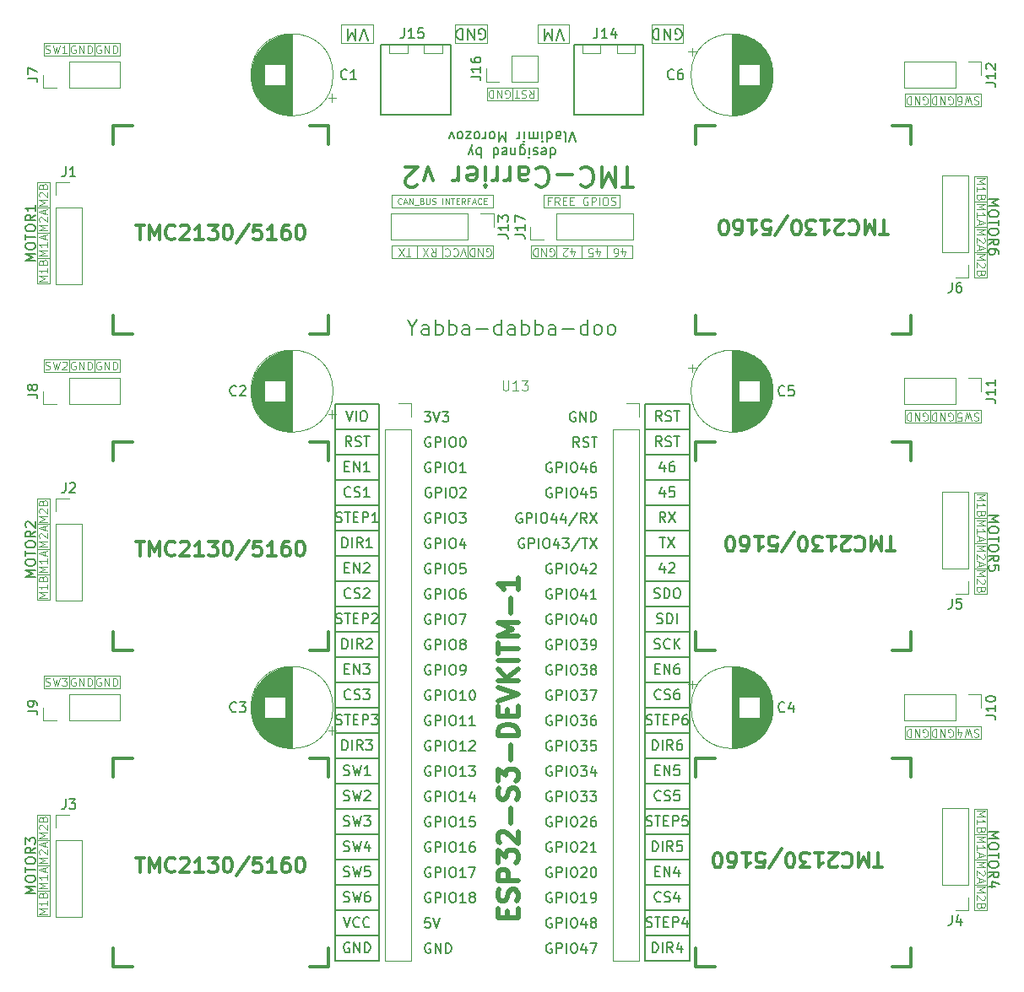
<source format=gbr>
%TF.GenerationSoftware,KiCad,Pcbnew,9.0.0*%
%TF.CreationDate,2025-02-26T12:42:57+01:00*%
%TF.ProjectId,Driver Carrier v1,44726976-6572-4204-9361-727269657220,rev?*%
%TF.SameCoordinates,Original*%
%TF.FileFunction,Legend,Top*%
%TF.FilePolarity,Positive*%
%FSLAX46Y46*%
G04 Gerber Fmt 4.6, Leading zero omitted, Abs format (unit mm)*
G04 Created by KiCad (PCBNEW 9.0.0) date 2025-02-26 12:42:57*
%MOMM*%
%LPD*%
G01*
G04 APERTURE LIST*
%ADD10C,0.150000*%
%ADD11C,0.300000*%
%ADD12C,0.200000*%
%ADD13C,0.100000*%
%ADD14C,0.500000*%
%ADD15C,0.120000*%
%ADD16C,0.127000*%
G04 APERTURE END LIST*
D10*
X106727143Y-62580152D02*
X106727143Y-63580152D01*
X106727143Y-62627772D02*
X106822381Y-62580152D01*
X106822381Y-62580152D02*
X107012857Y-62580152D01*
X107012857Y-62580152D02*
X107108095Y-62627772D01*
X107108095Y-62627772D02*
X107155714Y-62675391D01*
X107155714Y-62675391D02*
X107203333Y-62770629D01*
X107203333Y-62770629D02*
X107203333Y-63056343D01*
X107203333Y-63056343D02*
X107155714Y-63151581D01*
X107155714Y-63151581D02*
X107108095Y-63199200D01*
X107108095Y-63199200D02*
X107012857Y-63246819D01*
X107012857Y-63246819D02*
X106822381Y-63246819D01*
X106822381Y-63246819D02*
X106727143Y-63199200D01*
X105870000Y-62627772D02*
X105965238Y-62580152D01*
X105965238Y-62580152D02*
X106155714Y-62580152D01*
X106155714Y-62580152D02*
X106250952Y-62627772D01*
X106250952Y-62627772D02*
X106298571Y-62723010D01*
X106298571Y-62723010D02*
X106298571Y-63103962D01*
X106298571Y-63103962D02*
X106250952Y-63199200D01*
X106250952Y-63199200D02*
X106155714Y-63246819D01*
X106155714Y-63246819D02*
X105965238Y-63246819D01*
X105965238Y-63246819D02*
X105870000Y-63199200D01*
X105870000Y-63199200D02*
X105822381Y-63103962D01*
X105822381Y-63103962D02*
X105822381Y-63008724D01*
X105822381Y-63008724D02*
X106298571Y-62913486D01*
X105441428Y-62627772D02*
X105346190Y-62580152D01*
X105346190Y-62580152D02*
X105155714Y-62580152D01*
X105155714Y-62580152D02*
X105060476Y-62627772D01*
X105060476Y-62627772D02*
X105012857Y-62723010D01*
X105012857Y-62723010D02*
X105012857Y-62770629D01*
X105012857Y-62770629D02*
X105060476Y-62865867D01*
X105060476Y-62865867D02*
X105155714Y-62913486D01*
X105155714Y-62913486D02*
X105298571Y-62913486D01*
X105298571Y-62913486D02*
X105393809Y-62961105D01*
X105393809Y-62961105D02*
X105441428Y-63056343D01*
X105441428Y-63056343D02*
X105441428Y-63103962D01*
X105441428Y-63103962D02*
X105393809Y-63199200D01*
X105393809Y-63199200D02*
X105298571Y-63246819D01*
X105298571Y-63246819D02*
X105155714Y-63246819D01*
X105155714Y-63246819D02*
X105060476Y-63199200D01*
X104584285Y-62580152D02*
X104584285Y-63246819D01*
X104584285Y-63580152D02*
X104631904Y-63532533D01*
X104631904Y-63532533D02*
X104584285Y-63484914D01*
X104584285Y-63484914D02*
X104536666Y-63532533D01*
X104536666Y-63532533D02*
X104584285Y-63580152D01*
X104584285Y-63580152D02*
X104584285Y-63484914D01*
X103679524Y-63246819D02*
X103679524Y-62437295D01*
X103679524Y-62437295D02*
X103727143Y-62342057D01*
X103727143Y-62342057D02*
X103774762Y-62294438D01*
X103774762Y-62294438D02*
X103870000Y-62246819D01*
X103870000Y-62246819D02*
X104012857Y-62246819D01*
X104012857Y-62246819D02*
X104108095Y-62294438D01*
X103679524Y-62627772D02*
X103774762Y-62580152D01*
X103774762Y-62580152D02*
X103965238Y-62580152D01*
X103965238Y-62580152D02*
X104060476Y-62627772D01*
X104060476Y-62627772D02*
X104108095Y-62675391D01*
X104108095Y-62675391D02*
X104155714Y-62770629D01*
X104155714Y-62770629D02*
X104155714Y-63056343D01*
X104155714Y-63056343D02*
X104108095Y-63151581D01*
X104108095Y-63151581D02*
X104060476Y-63199200D01*
X104060476Y-63199200D02*
X103965238Y-63246819D01*
X103965238Y-63246819D02*
X103774762Y-63246819D01*
X103774762Y-63246819D02*
X103679524Y-63199200D01*
X103203333Y-63246819D02*
X103203333Y-62580152D01*
X103203333Y-63151581D02*
X103155714Y-63199200D01*
X103155714Y-63199200D02*
X103060476Y-63246819D01*
X103060476Y-63246819D02*
X102917619Y-63246819D01*
X102917619Y-63246819D02*
X102822381Y-63199200D01*
X102822381Y-63199200D02*
X102774762Y-63103962D01*
X102774762Y-63103962D02*
X102774762Y-62580152D01*
X101917619Y-62627772D02*
X102012857Y-62580152D01*
X102012857Y-62580152D02*
X102203333Y-62580152D01*
X102203333Y-62580152D02*
X102298571Y-62627772D01*
X102298571Y-62627772D02*
X102346190Y-62723010D01*
X102346190Y-62723010D02*
X102346190Y-63103962D01*
X102346190Y-63103962D02*
X102298571Y-63199200D01*
X102298571Y-63199200D02*
X102203333Y-63246819D01*
X102203333Y-63246819D02*
X102012857Y-63246819D01*
X102012857Y-63246819D02*
X101917619Y-63199200D01*
X101917619Y-63199200D02*
X101870000Y-63103962D01*
X101870000Y-63103962D02*
X101870000Y-63008724D01*
X101870000Y-63008724D02*
X102346190Y-62913486D01*
X101012857Y-62580152D02*
X101012857Y-63580152D01*
X101012857Y-62627772D02*
X101108095Y-62580152D01*
X101108095Y-62580152D02*
X101298571Y-62580152D01*
X101298571Y-62580152D02*
X101393809Y-62627772D01*
X101393809Y-62627772D02*
X101441428Y-62675391D01*
X101441428Y-62675391D02*
X101489047Y-62770629D01*
X101489047Y-62770629D02*
X101489047Y-63056343D01*
X101489047Y-63056343D02*
X101441428Y-63151581D01*
X101441428Y-63151581D02*
X101393809Y-63199200D01*
X101393809Y-63199200D02*
X101298571Y-63246819D01*
X101298571Y-63246819D02*
X101108095Y-63246819D01*
X101108095Y-63246819D02*
X101012857Y-63199200D01*
X99774761Y-62580152D02*
X99774761Y-63580152D01*
X99774761Y-63199200D02*
X99679523Y-63246819D01*
X99679523Y-63246819D02*
X99489047Y-63246819D01*
X99489047Y-63246819D02*
X99393809Y-63199200D01*
X99393809Y-63199200D02*
X99346190Y-63151581D01*
X99346190Y-63151581D02*
X99298571Y-63056343D01*
X99298571Y-63056343D02*
X99298571Y-62770629D01*
X99298571Y-62770629D02*
X99346190Y-62675391D01*
X99346190Y-62675391D02*
X99393809Y-62627772D01*
X99393809Y-62627772D02*
X99489047Y-62580152D01*
X99489047Y-62580152D02*
X99679523Y-62580152D01*
X99679523Y-62580152D02*
X99774761Y-62627772D01*
X98965237Y-63246819D02*
X98727142Y-62580152D01*
X98489047Y-63246819D02*
X98727142Y-62580152D01*
X98727142Y-62580152D02*
X98822380Y-62342057D01*
X98822380Y-62342057D02*
X98869999Y-62294438D01*
X98869999Y-62294438D02*
X98965237Y-62246819D01*
X109227142Y-61970208D02*
X108893809Y-60970208D01*
X108893809Y-60970208D02*
X108560476Y-61970208D01*
X108084285Y-60970208D02*
X108179523Y-61017828D01*
X108179523Y-61017828D02*
X108227142Y-61113066D01*
X108227142Y-61113066D02*
X108227142Y-61970208D01*
X107274761Y-60970208D02*
X107274761Y-61494018D01*
X107274761Y-61494018D02*
X107322380Y-61589256D01*
X107322380Y-61589256D02*
X107417618Y-61636875D01*
X107417618Y-61636875D02*
X107608094Y-61636875D01*
X107608094Y-61636875D02*
X107703332Y-61589256D01*
X107274761Y-61017828D02*
X107369999Y-60970208D01*
X107369999Y-60970208D02*
X107608094Y-60970208D01*
X107608094Y-60970208D02*
X107703332Y-61017828D01*
X107703332Y-61017828D02*
X107750951Y-61113066D01*
X107750951Y-61113066D02*
X107750951Y-61208304D01*
X107750951Y-61208304D02*
X107703332Y-61303542D01*
X107703332Y-61303542D02*
X107608094Y-61351161D01*
X107608094Y-61351161D02*
X107369999Y-61351161D01*
X107369999Y-61351161D02*
X107274761Y-61398780D01*
X106369999Y-60970208D02*
X106369999Y-61970208D01*
X106369999Y-61017828D02*
X106465237Y-60970208D01*
X106465237Y-60970208D02*
X106655713Y-60970208D01*
X106655713Y-60970208D02*
X106750951Y-61017828D01*
X106750951Y-61017828D02*
X106798570Y-61065447D01*
X106798570Y-61065447D02*
X106846189Y-61160685D01*
X106846189Y-61160685D02*
X106846189Y-61446399D01*
X106846189Y-61446399D02*
X106798570Y-61541637D01*
X106798570Y-61541637D02*
X106750951Y-61589256D01*
X106750951Y-61589256D02*
X106655713Y-61636875D01*
X106655713Y-61636875D02*
X106465237Y-61636875D01*
X106465237Y-61636875D02*
X106369999Y-61589256D01*
X105893808Y-60970208D02*
X105893808Y-61636875D01*
X105893808Y-61970208D02*
X105941427Y-61922589D01*
X105941427Y-61922589D02*
X105893808Y-61874970D01*
X105893808Y-61874970D02*
X105846189Y-61922589D01*
X105846189Y-61922589D02*
X105893808Y-61970208D01*
X105893808Y-61970208D02*
X105893808Y-61874970D01*
X105417618Y-60970208D02*
X105417618Y-61636875D01*
X105417618Y-61541637D02*
X105369999Y-61589256D01*
X105369999Y-61589256D02*
X105274761Y-61636875D01*
X105274761Y-61636875D02*
X105131904Y-61636875D01*
X105131904Y-61636875D02*
X105036666Y-61589256D01*
X105036666Y-61589256D02*
X104989047Y-61494018D01*
X104989047Y-61494018D02*
X104989047Y-60970208D01*
X104989047Y-61494018D02*
X104941428Y-61589256D01*
X104941428Y-61589256D02*
X104846190Y-61636875D01*
X104846190Y-61636875D02*
X104703333Y-61636875D01*
X104703333Y-61636875D02*
X104608094Y-61589256D01*
X104608094Y-61589256D02*
X104560475Y-61494018D01*
X104560475Y-61494018D02*
X104560475Y-60970208D01*
X104084285Y-60970208D02*
X104084285Y-61636875D01*
X104084285Y-61970208D02*
X104131904Y-61922589D01*
X104131904Y-61922589D02*
X104084285Y-61874970D01*
X104084285Y-61874970D02*
X104036666Y-61922589D01*
X104036666Y-61922589D02*
X104084285Y-61970208D01*
X104084285Y-61970208D02*
X104084285Y-61874970D01*
X103608095Y-60970208D02*
X103608095Y-61636875D01*
X103608095Y-61446399D02*
X103560476Y-61541637D01*
X103560476Y-61541637D02*
X103512857Y-61589256D01*
X103512857Y-61589256D02*
X103417619Y-61636875D01*
X103417619Y-61636875D02*
X103322381Y-61636875D01*
X102227142Y-60970208D02*
X102227142Y-61970208D01*
X102227142Y-61970208D02*
X101893809Y-61255923D01*
X101893809Y-61255923D02*
X101560476Y-61970208D01*
X101560476Y-61970208D02*
X101560476Y-60970208D01*
X100941428Y-60970208D02*
X101036666Y-61017828D01*
X101036666Y-61017828D02*
X101084285Y-61065447D01*
X101084285Y-61065447D02*
X101131904Y-61160685D01*
X101131904Y-61160685D02*
X101131904Y-61446399D01*
X101131904Y-61446399D02*
X101084285Y-61541637D01*
X101084285Y-61541637D02*
X101036666Y-61589256D01*
X101036666Y-61589256D02*
X100941428Y-61636875D01*
X100941428Y-61636875D02*
X100798571Y-61636875D01*
X100798571Y-61636875D02*
X100703333Y-61589256D01*
X100703333Y-61589256D02*
X100655714Y-61541637D01*
X100655714Y-61541637D02*
X100608095Y-61446399D01*
X100608095Y-61446399D02*
X100608095Y-61160685D01*
X100608095Y-61160685D02*
X100655714Y-61065447D01*
X100655714Y-61065447D02*
X100703333Y-61017828D01*
X100703333Y-61017828D02*
X100798571Y-60970208D01*
X100798571Y-60970208D02*
X100941428Y-60970208D01*
X100179523Y-60970208D02*
X100179523Y-61636875D01*
X100179523Y-61446399D02*
X100131904Y-61541637D01*
X100131904Y-61541637D02*
X100084285Y-61589256D01*
X100084285Y-61589256D02*
X99989047Y-61636875D01*
X99989047Y-61636875D02*
X99893809Y-61636875D01*
X99417618Y-60970208D02*
X99512856Y-61017828D01*
X99512856Y-61017828D02*
X99560475Y-61065447D01*
X99560475Y-61065447D02*
X99608094Y-61160685D01*
X99608094Y-61160685D02*
X99608094Y-61446399D01*
X99608094Y-61446399D02*
X99560475Y-61541637D01*
X99560475Y-61541637D02*
X99512856Y-61589256D01*
X99512856Y-61589256D02*
X99417618Y-61636875D01*
X99417618Y-61636875D02*
X99274761Y-61636875D01*
X99274761Y-61636875D02*
X99179523Y-61589256D01*
X99179523Y-61589256D02*
X99131904Y-61541637D01*
X99131904Y-61541637D02*
X99084285Y-61446399D01*
X99084285Y-61446399D02*
X99084285Y-61160685D01*
X99084285Y-61160685D02*
X99131904Y-61065447D01*
X99131904Y-61065447D02*
X99179523Y-61017828D01*
X99179523Y-61017828D02*
X99274761Y-60970208D01*
X99274761Y-60970208D02*
X99417618Y-60970208D01*
X98750951Y-61636875D02*
X98227142Y-61636875D01*
X98227142Y-61636875D02*
X98750951Y-60970208D01*
X98750951Y-60970208D02*
X98227142Y-60970208D01*
X97703332Y-60970208D02*
X97798570Y-61017828D01*
X97798570Y-61017828D02*
X97846189Y-61065447D01*
X97846189Y-61065447D02*
X97893808Y-61160685D01*
X97893808Y-61160685D02*
X97893808Y-61446399D01*
X97893808Y-61446399D02*
X97846189Y-61541637D01*
X97846189Y-61541637D02*
X97798570Y-61589256D01*
X97798570Y-61589256D02*
X97703332Y-61636875D01*
X97703332Y-61636875D02*
X97560475Y-61636875D01*
X97560475Y-61636875D02*
X97465237Y-61589256D01*
X97465237Y-61589256D02*
X97417618Y-61541637D01*
X97417618Y-61541637D02*
X97369999Y-61446399D01*
X97369999Y-61446399D02*
X97369999Y-61160685D01*
X97369999Y-61160685D02*
X97417618Y-61065447D01*
X97417618Y-61065447D02*
X97465237Y-61017828D01*
X97465237Y-61017828D02*
X97560475Y-60970208D01*
X97560475Y-60970208D02*
X97703332Y-60970208D01*
X97036665Y-61636875D02*
X96798570Y-60970208D01*
X96798570Y-60970208D02*
X96560475Y-61636875D01*
D11*
X115028809Y-66495361D02*
X113885952Y-66495361D01*
X114457381Y-64495361D02*
X114457381Y-66495361D01*
X113219285Y-64495361D02*
X113219285Y-66495361D01*
X113219285Y-66495361D02*
X112552618Y-65066790D01*
X112552618Y-65066790D02*
X111885952Y-66495361D01*
X111885952Y-66495361D02*
X111885952Y-64495361D01*
X109790714Y-64685838D02*
X109885952Y-64590600D01*
X109885952Y-64590600D02*
X110171666Y-64495361D01*
X110171666Y-64495361D02*
X110362142Y-64495361D01*
X110362142Y-64495361D02*
X110647857Y-64590600D01*
X110647857Y-64590600D02*
X110838333Y-64781076D01*
X110838333Y-64781076D02*
X110933571Y-64971552D01*
X110933571Y-64971552D02*
X111028809Y-65352504D01*
X111028809Y-65352504D02*
X111028809Y-65638219D01*
X111028809Y-65638219D02*
X110933571Y-66019171D01*
X110933571Y-66019171D02*
X110838333Y-66209647D01*
X110838333Y-66209647D02*
X110647857Y-66400123D01*
X110647857Y-66400123D02*
X110362142Y-66495361D01*
X110362142Y-66495361D02*
X110171666Y-66495361D01*
X110171666Y-66495361D02*
X109885952Y-66400123D01*
X109885952Y-66400123D02*
X109790714Y-66304885D01*
X108933571Y-65257266D02*
X107409762Y-65257266D01*
X105314524Y-64685838D02*
X105409762Y-64590600D01*
X105409762Y-64590600D02*
X105695476Y-64495361D01*
X105695476Y-64495361D02*
X105885952Y-64495361D01*
X105885952Y-64495361D02*
X106171667Y-64590600D01*
X106171667Y-64590600D02*
X106362143Y-64781076D01*
X106362143Y-64781076D02*
X106457381Y-64971552D01*
X106457381Y-64971552D02*
X106552619Y-65352504D01*
X106552619Y-65352504D02*
X106552619Y-65638219D01*
X106552619Y-65638219D02*
X106457381Y-66019171D01*
X106457381Y-66019171D02*
X106362143Y-66209647D01*
X106362143Y-66209647D02*
X106171667Y-66400123D01*
X106171667Y-66400123D02*
X105885952Y-66495361D01*
X105885952Y-66495361D02*
X105695476Y-66495361D01*
X105695476Y-66495361D02*
X105409762Y-66400123D01*
X105409762Y-66400123D02*
X105314524Y-66304885D01*
X103600238Y-64495361D02*
X103600238Y-65542980D01*
X103600238Y-65542980D02*
X103695476Y-65733457D01*
X103695476Y-65733457D02*
X103885952Y-65828695D01*
X103885952Y-65828695D02*
X104266905Y-65828695D01*
X104266905Y-65828695D02*
X104457381Y-65733457D01*
X103600238Y-64590600D02*
X103790714Y-64495361D01*
X103790714Y-64495361D02*
X104266905Y-64495361D01*
X104266905Y-64495361D02*
X104457381Y-64590600D01*
X104457381Y-64590600D02*
X104552619Y-64781076D01*
X104552619Y-64781076D02*
X104552619Y-64971552D01*
X104552619Y-64971552D02*
X104457381Y-65162028D01*
X104457381Y-65162028D02*
X104266905Y-65257266D01*
X104266905Y-65257266D02*
X103790714Y-65257266D01*
X103790714Y-65257266D02*
X103600238Y-65352504D01*
X102647857Y-64495361D02*
X102647857Y-65828695D01*
X102647857Y-65447742D02*
X102552619Y-65638219D01*
X102552619Y-65638219D02*
X102457381Y-65733457D01*
X102457381Y-65733457D02*
X102266905Y-65828695D01*
X102266905Y-65828695D02*
X102076428Y-65828695D01*
X101409762Y-64495361D02*
X101409762Y-65828695D01*
X101409762Y-65447742D02*
X101314524Y-65638219D01*
X101314524Y-65638219D02*
X101219286Y-65733457D01*
X101219286Y-65733457D02*
X101028810Y-65828695D01*
X101028810Y-65828695D02*
X100838333Y-65828695D01*
X100171667Y-64495361D02*
X100171667Y-65828695D01*
X100171667Y-66495361D02*
X100266905Y-66400123D01*
X100266905Y-66400123D02*
X100171667Y-66304885D01*
X100171667Y-66304885D02*
X100076429Y-66400123D01*
X100076429Y-66400123D02*
X100171667Y-66495361D01*
X100171667Y-66495361D02*
X100171667Y-66304885D01*
X98457381Y-64590600D02*
X98647857Y-64495361D01*
X98647857Y-64495361D02*
X99028810Y-64495361D01*
X99028810Y-64495361D02*
X99219286Y-64590600D01*
X99219286Y-64590600D02*
X99314524Y-64781076D01*
X99314524Y-64781076D02*
X99314524Y-65542980D01*
X99314524Y-65542980D02*
X99219286Y-65733457D01*
X99219286Y-65733457D02*
X99028810Y-65828695D01*
X99028810Y-65828695D02*
X98647857Y-65828695D01*
X98647857Y-65828695D02*
X98457381Y-65733457D01*
X98457381Y-65733457D02*
X98362143Y-65542980D01*
X98362143Y-65542980D02*
X98362143Y-65352504D01*
X98362143Y-65352504D02*
X99314524Y-65162028D01*
X97505000Y-64495361D02*
X97505000Y-65828695D01*
X97505000Y-65447742D02*
X97409762Y-65638219D01*
X97409762Y-65638219D02*
X97314524Y-65733457D01*
X97314524Y-65733457D02*
X97124048Y-65828695D01*
X97124048Y-65828695D02*
X96933571Y-65828695D01*
X94933571Y-65828695D02*
X94457381Y-64495361D01*
X94457381Y-64495361D02*
X93981190Y-65828695D01*
X93314523Y-66304885D02*
X93219285Y-66400123D01*
X93219285Y-66400123D02*
X93028809Y-66495361D01*
X93028809Y-66495361D02*
X92552618Y-66495361D01*
X92552618Y-66495361D02*
X92362142Y-66400123D01*
X92362142Y-66400123D02*
X92266904Y-66304885D01*
X92266904Y-66304885D02*
X92171666Y-66114409D01*
X92171666Y-66114409D02*
X92171666Y-65923933D01*
X92171666Y-65923933D02*
X92266904Y-65638219D01*
X92266904Y-65638219D02*
X93409761Y-64495361D01*
X93409761Y-64495361D02*
X92171666Y-64495361D01*
D12*
X92869999Y-80614242D02*
X92869999Y-81328528D01*
X92369999Y-79828528D02*
X92869999Y-80614242D01*
X92869999Y-80614242D02*
X93369999Y-79828528D01*
X94512856Y-81328528D02*
X94512856Y-80542814D01*
X94512856Y-80542814D02*
X94441427Y-80399957D01*
X94441427Y-80399957D02*
X94298570Y-80328528D01*
X94298570Y-80328528D02*
X94012856Y-80328528D01*
X94012856Y-80328528D02*
X93869998Y-80399957D01*
X94512856Y-81257100D02*
X94369998Y-81328528D01*
X94369998Y-81328528D02*
X94012856Y-81328528D01*
X94012856Y-81328528D02*
X93869998Y-81257100D01*
X93869998Y-81257100D02*
X93798570Y-81114242D01*
X93798570Y-81114242D02*
X93798570Y-80971385D01*
X93798570Y-80971385D02*
X93869998Y-80828528D01*
X93869998Y-80828528D02*
X94012856Y-80757100D01*
X94012856Y-80757100D02*
X94369998Y-80757100D01*
X94369998Y-80757100D02*
X94512856Y-80685671D01*
X95227141Y-81328528D02*
X95227141Y-79828528D01*
X95227141Y-80399957D02*
X95369999Y-80328528D01*
X95369999Y-80328528D02*
X95655713Y-80328528D01*
X95655713Y-80328528D02*
X95798570Y-80399957D01*
X95798570Y-80399957D02*
X95869999Y-80471385D01*
X95869999Y-80471385D02*
X95941427Y-80614242D01*
X95941427Y-80614242D02*
X95941427Y-81042814D01*
X95941427Y-81042814D02*
X95869999Y-81185671D01*
X95869999Y-81185671D02*
X95798570Y-81257100D01*
X95798570Y-81257100D02*
X95655713Y-81328528D01*
X95655713Y-81328528D02*
X95369999Y-81328528D01*
X95369999Y-81328528D02*
X95227141Y-81257100D01*
X96584284Y-81328528D02*
X96584284Y-79828528D01*
X96584284Y-80399957D02*
X96727142Y-80328528D01*
X96727142Y-80328528D02*
X97012856Y-80328528D01*
X97012856Y-80328528D02*
X97155713Y-80399957D01*
X97155713Y-80399957D02*
X97227142Y-80471385D01*
X97227142Y-80471385D02*
X97298570Y-80614242D01*
X97298570Y-80614242D02*
X97298570Y-81042814D01*
X97298570Y-81042814D02*
X97227142Y-81185671D01*
X97227142Y-81185671D02*
X97155713Y-81257100D01*
X97155713Y-81257100D02*
X97012856Y-81328528D01*
X97012856Y-81328528D02*
X96727142Y-81328528D01*
X96727142Y-81328528D02*
X96584284Y-81257100D01*
X98584285Y-81328528D02*
X98584285Y-80542814D01*
X98584285Y-80542814D02*
X98512856Y-80399957D01*
X98512856Y-80399957D02*
X98369999Y-80328528D01*
X98369999Y-80328528D02*
X98084285Y-80328528D01*
X98084285Y-80328528D02*
X97941427Y-80399957D01*
X98584285Y-81257100D02*
X98441427Y-81328528D01*
X98441427Y-81328528D02*
X98084285Y-81328528D01*
X98084285Y-81328528D02*
X97941427Y-81257100D01*
X97941427Y-81257100D02*
X97869999Y-81114242D01*
X97869999Y-81114242D02*
X97869999Y-80971385D01*
X97869999Y-80971385D02*
X97941427Y-80828528D01*
X97941427Y-80828528D02*
X98084285Y-80757100D01*
X98084285Y-80757100D02*
X98441427Y-80757100D01*
X98441427Y-80757100D02*
X98584285Y-80685671D01*
X99298570Y-80757100D02*
X100441428Y-80757100D01*
X101798571Y-81328528D02*
X101798571Y-79828528D01*
X101798571Y-81257100D02*
X101655713Y-81328528D01*
X101655713Y-81328528D02*
X101369999Y-81328528D01*
X101369999Y-81328528D02*
X101227142Y-81257100D01*
X101227142Y-81257100D02*
X101155713Y-81185671D01*
X101155713Y-81185671D02*
X101084285Y-81042814D01*
X101084285Y-81042814D02*
X101084285Y-80614242D01*
X101084285Y-80614242D02*
X101155713Y-80471385D01*
X101155713Y-80471385D02*
X101227142Y-80399957D01*
X101227142Y-80399957D02*
X101369999Y-80328528D01*
X101369999Y-80328528D02*
X101655713Y-80328528D01*
X101655713Y-80328528D02*
X101798571Y-80399957D01*
X103155714Y-81328528D02*
X103155714Y-80542814D01*
X103155714Y-80542814D02*
X103084285Y-80399957D01*
X103084285Y-80399957D02*
X102941428Y-80328528D01*
X102941428Y-80328528D02*
X102655714Y-80328528D01*
X102655714Y-80328528D02*
X102512856Y-80399957D01*
X103155714Y-81257100D02*
X103012856Y-81328528D01*
X103012856Y-81328528D02*
X102655714Y-81328528D01*
X102655714Y-81328528D02*
X102512856Y-81257100D01*
X102512856Y-81257100D02*
X102441428Y-81114242D01*
X102441428Y-81114242D02*
X102441428Y-80971385D01*
X102441428Y-80971385D02*
X102512856Y-80828528D01*
X102512856Y-80828528D02*
X102655714Y-80757100D01*
X102655714Y-80757100D02*
X103012856Y-80757100D01*
X103012856Y-80757100D02*
X103155714Y-80685671D01*
X103869999Y-81328528D02*
X103869999Y-79828528D01*
X103869999Y-80399957D02*
X104012857Y-80328528D01*
X104012857Y-80328528D02*
X104298571Y-80328528D01*
X104298571Y-80328528D02*
X104441428Y-80399957D01*
X104441428Y-80399957D02*
X104512857Y-80471385D01*
X104512857Y-80471385D02*
X104584285Y-80614242D01*
X104584285Y-80614242D02*
X104584285Y-81042814D01*
X104584285Y-81042814D02*
X104512857Y-81185671D01*
X104512857Y-81185671D02*
X104441428Y-81257100D01*
X104441428Y-81257100D02*
X104298571Y-81328528D01*
X104298571Y-81328528D02*
X104012857Y-81328528D01*
X104012857Y-81328528D02*
X103869999Y-81257100D01*
X105227142Y-81328528D02*
X105227142Y-79828528D01*
X105227142Y-80399957D02*
X105370000Y-80328528D01*
X105370000Y-80328528D02*
X105655714Y-80328528D01*
X105655714Y-80328528D02*
X105798571Y-80399957D01*
X105798571Y-80399957D02*
X105870000Y-80471385D01*
X105870000Y-80471385D02*
X105941428Y-80614242D01*
X105941428Y-80614242D02*
X105941428Y-81042814D01*
X105941428Y-81042814D02*
X105870000Y-81185671D01*
X105870000Y-81185671D02*
X105798571Y-81257100D01*
X105798571Y-81257100D02*
X105655714Y-81328528D01*
X105655714Y-81328528D02*
X105370000Y-81328528D01*
X105370000Y-81328528D02*
X105227142Y-81257100D01*
X107227143Y-81328528D02*
X107227143Y-80542814D01*
X107227143Y-80542814D02*
X107155714Y-80399957D01*
X107155714Y-80399957D02*
X107012857Y-80328528D01*
X107012857Y-80328528D02*
X106727143Y-80328528D01*
X106727143Y-80328528D02*
X106584285Y-80399957D01*
X107227143Y-81257100D02*
X107084285Y-81328528D01*
X107084285Y-81328528D02*
X106727143Y-81328528D01*
X106727143Y-81328528D02*
X106584285Y-81257100D01*
X106584285Y-81257100D02*
X106512857Y-81114242D01*
X106512857Y-81114242D02*
X106512857Y-80971385D01*
X106512857Y-80971385D02*
X106584285Y-80828528D01*
X106584285Y-80828528D02*
X106727143Y-80757100D01*
X106727143Y-80757100D02*
X107084285Y-80757100D01*
X107084285Y-80757100D02*
X107227143Y-80685671D01*
X107941428Y-80757100D02*
X109084286Y-80757100D01*
X110441429Y-81328528D02*
X110441429Y-79828528D01*
X110441429Y-81257100D02*
X110298571Y-81328528D01*
X110298571Y-81328528D02*
X110012857Y-81328528D01*
X110012857Y-81328528D02*
X109870000Y-81257100D01*
X109870000Y-81257100D02*
X109798571Y-81185671D01*
X109798571Y-81185671D02*
X109727143Y-81042814D01*
X109727143Y-81042814D02*
X109727143Y-80614242D01*
X109727143Y-80614242D02*
X109798571Y-80471385D01*
X109798571Y-80471385D02*
X109870000Y-80399957D01*
X109870000Y-80399957D02*
X110012857Y-80328528D01*
X110012857Y-80328528D02*
X110298571Y-80328528D01*
X110298571Y-80328528D02*
X110441429Y-80399957D01*
X111370000Y-81328528D02*
X111227143Y-81257100D01*
X111227143Y-81257100D02*
X111155714Y-81185671D01*
X111155714Y-81185671D02*
X111084286Y-81042814D01*
X111084286Y-81042814D02*
X111084286Y-80614242D01*
X111084286Y-80614242D02*
X111155714Y-80471385D01*
X111155714Y-80471385D02*
X111227143Y-80399957D01*
X111227143Y-80399957D02*
X111370000Y-80328528D01*
X111370000Y-80328528D02*
X111584286Y-80328528D01*
X111584286Y-80328528D02*
X111727143Y-80399957D01*
X111727143Y-80399957D02*
X111798572Y-80471385D01*
X111798572Y-80471385D02*
X111870000Y-80614242D01*
X111870000Y-80614242D02*
X111870000Y-81042814D01*
X111870000Y-81042814D02*
X111798572Y-81185671D01*
X111798572Y-81185671D02*
X111727143Y-81257100D01*
X111727143Y-81257100D02*
X111584286Y-81328528D01*
X111584286Y-81328528D02*
X111370000Y-81328528D01*
X112727143Y-81328528D02*
X112584286Y-81257100D01*
X112584286Y-81257100D02*
X112512857Y-81185671D01*
X112512857Y-81185671D02*
X112441429Y-81042814D01*
X112441429Y-81042814D02*
X112441429Y-80614242D01*
X112441429Y-80614242D02*
X112512857Y-80471385D01*
X112512857Y-80471385D02*
X112584286Y-80399957D01*
X112584286Y-80399957D02*
X112727143Y-80328528D01*
X112727143Y-80328528D02*
X112941429Y-80328528D01*
X112941429Y-80328528D02*
X113084286Y-80399957D01*
X113084286Y-80399957D02*
X113155715Y-80471385D01*
X113155715Y-80471385D02*
X113227143Y-80614242D01*
X113227143Y-80614242D02*
X113227143Y-81042814D01*
X113227143Y-81042814D02*
X113155715Y-81185671D01*
X113155715Y-81185671D02*
X113084286Y-81257100D01*
X113084286Y-81257100D02*
X112941429Y-81328528D01*
X112941429Y-81328528D02*
X112727143Y-81328528D01*
D11*
X142875000Y-144780000D02*
X140970000Y-144780000D01*
X140970000Y-123825000D02*
X142875000Y-123825000D01*
X142875000Y-123825000D02*
X142875000Y-125730000D01*
X121285000Y-125730000D02*
X121285000Y-123825000D01*
X121285000Y-123825000D02*
X123190000Y-123825000D01*
X142875000Y-142875000D02*
X142875000Y-144780000D01*
X123190000Y-144780000D02*
X121285000Y-144780000D01*
X121285000Y-144780000D02*
X121285000Y-142875000D01*
X142875000Y-113030000D02*
X140970000Y-113030000D01*
X140970000Y-92075000D02*
X142875000Y-92075000D01*
X142875000Y-92075000D02*
X142875000Y-93980000D01*
X121285000Y-93980000D02*
X121285000Y-92075000D01*
X121285000Y-92075000D02*
X123190000Y-92075000D01*
X142875000Y-111125000D02*
X142875000Y-113030000D01*
X123190000Y-113030000D02*
X121285000Y-113030000D01*
X121285000Y-113030000D02*
X121285000Y-111125000D01*
X142875000Y-81280000D02*
X140970000Y-81280000D01*
X140970000Y-60325000D02*
X142875000Y-60325000D01*
X142875000Y-60325000D02*
X142875000Y-62230000D01*
X121285000Y-62230000D02*
X121285000Y-60325000D01*
X121285000Y-60325000D02*
X123190000Y-60325000D01*
X142875000Y-79375000D02*
X142875000Y-81280000D01*
X123190000Y-81280000D02*
X121285000Y-81280000D01*
X121285000Y-81280000D02*
X121285000Y-79375000D01*
X84455000Y-81280000D02*
X82550000Y-81280000D01*
X82550000Y-60325000D02*
X84455000Y-60325000D01*
X84455000Y-60325000D02*
X84455000Y-62230000D01*
X62865000Y-62230000D02*
X62865000Y-60325000D01*
X62865000Y-60325000D02*
X64770000Y-60325000D01*
X84455000Y-79375000D02*
X84455000Y-81280000D01*
X64770000Y-81280000D02*
X62865000Y-81280000D01*
X62865000Y-81280000D02*
X62865000Y-79375000D01*
X84455000Y-144780000D02*
X82550000Y-144780000D01*
X82550000Y-123825000D02*
X84455000Y-123825000D01*
X84455000Y-123825000D02*
X84455000Y-125730000D01*
X62865000Y-125730000D02*
X62865000Y-123825000D01*
X62865000Y-123825000D02*
X64770000Y-123825000D01*
X84455000Y-142875000D02*
X84455000Y-144780000D01*
X64770000Y-144780000D02*
X62865000Y-144780000D01*
X62865000Y-144780000D02*
X62865000Y-142875000D01*
X82550000Y-92075000D02*
X84455000Y-92075000D01*
X84455000Y-92075000D02*
X84455000Y-93980000D01*
X84455000Y-111125000D02*
X84455000Y-113030000D01*
X84455000Y-113030000D02*
X82550000Y-113030000D01*
X64770000Y-113030000D02*
X62865000Y-113030000D01*
X62865000Y-113030000D02*
X62865000Y-111125000D01*
X62865000Y-92075000D02*
X64770000Y-92075000D01*
X62865000Y-93980000D02*
X62865000Y-92075000D01*
X140615712Y-71306671D02*
X139758570Y-71306671D01*
X140187141Y-69806671D02*
X140187141Y-71306671D01*
X139258570Y-69806671D02*
X139258570Y-71306671D01*
X139258570Y-71306671D02*
X138758570Y-70235242D01*
X138758570Y-70235242D02*
X138258570Y-71306671D01*
X138258570Y-71306671D02*
X138258570Y-69806671D01*
X136687141Y-69949528D02*
X136758569Y-69878100D01*
X136758569Y-69878100D02*
X136972855Y-69806671D01*
X136972855Y-69806671D02*
X137115712Y-69806671D01*
X137115712Y-69806671D02*
X137329998Y-69878100D01*
X137329998Y-69878100D02*
X137472855Y-70020957D01*
X137472855Y-70020957D02*
X137544284Y-70163814D01*
X137544284Y-70163814D02*
X137615712Y-70449528D01*
X137615712Y-70449528D02*
X137615712Y-70663814D01*
X137615712Y-70663814D02*
X137544284Y-70949528D01*
X137544284Y-70949528D02*
X137472855Y-71092385D01*
X137472855Y-71092385D02*
X137329998Y-71235242D01*
X137329998Y-71235242D02*
X137115712Y-71306671D01*
X137115712Y-71306671D02*
X136972855Y-71306671D01*
X136972855Y-71306671D02*
X136758569Y-71235242D01*
X136758569Y-71235242D02*
X136687141Y-71163814D01*
X136115712Y-71163814D02*
X136044284Y-71235242D01*
X136044284Y-71235242D02*
X135901427Y-71306671D01*
X135901427Y-71306671D02*
X135544284Y-71306671D01*
X135544284Y-71306671D02*
X135401427Y-71235242D01*
X135401427Y-71235242D02*
X135329998Y-71163814D01*
X135329998Y-71163814D02*
X135258569Y-71020957D01*
X135258569Y-71020957D02*
X135258569Y-70878100D01*
X135258569Y-70878100D02*
X135329998Y-70663814D01*
X135329998Y-70663814D02*
X136187141Y-69806671D01*
X136187141Y-69806671D02*
X135258569Y-69806671D01*
X133829998Y-69806671D02*
X134687141Y-69806671D01*
X134258570Y-69806671D02*
X134258570Y-71306671D01*
X134258570Y-71306671D02*
X134401427Y-71092385D01*
X134401427Y-71092385D02*
X134544284Y-70949528D01*
X134544284Y-70949528D02*
X134687141Y-70878100D01*
X133329999Y-71306671D02*
X132401427Y-71306671D01*
X132401427Y-71306671D02*
X132901427Y-70735242D01*
X132901427Y-70735242D02*
X132687142Y-70735242D01*
X132687142Y-70735242D02*
X132544285Y-70663814D01*
X132544285Y-70663814D02*
X132472856Y-70592385D01*
X132472856Y-70592385D02*
X132401427Y-70449528D01*
X132401427Y-70449528D02*
X132401427Y-70092385D01*
X132401427Y-70092385D02*
X132472856Y-69949528D01*
X132472856Y-69949528D02*
X132544285Y-69878100D01*
X132544285Y-69878100D02*
X132687142Y-69806671D01*
X132687142Y-69806671D02*
X133115713Y-69806671D01*
X133115713Y-69806671D02*
X133258570Y-69878100D01*
X133258570Y-69878100D02*
X133329999Y-69949528D01*
X131472856Y-71306671D02*
X131329999Y-71306671D01*
X131329999Y-71306671D02*
X131187142Y-71235242D01*
X131187142Y-71235242D02*
X131115714Y-71163814D01*
X131115714Y-71163814D02*
X131044285Y-71020957D01*
X131044285Y-71020957D02*
X130972856Y-70735242D01*
X130972856Y-70735242D02*
X130972856Y-70378100D01*
X130972856Y-70378100D02*
X131044285Y-70092385D01*
X131044285Y-70092385D02*
X131115714Y-69949528D01*
X131115714Y-69949528D02*
X131187142Y-69878100D01*
X131187142Y-69878100D02*
X131329999Y-69806671D01*
X131329999Y-69806671D02*
X131472856Y-69806671D01*
X131472856Y-69806671D02*
X131615714Y-69878100D01*
X131615714Y-69878100D02*
X131687142Y-69949528D01*
X131687142Y-69949528D02*
X131758571Y-70092385D01*
X131758571Y-70092385D02*
X131829999Y-70378100D01*
X131829999Y-70378100D02*
X131829999Y-70735242D01*
X131829999Y-70735242D02*
X131758571Y-71020957D01*
X131758571Y-71020957D02*
X131687142Y-71163814D01*
X131687142Y-71163814D02*
X131615714Y-71235242D01*
X131615714Y-71235242D02*
X131472856Y-71306671D01*
X129258571Y-71378100D02*
X130544285Y-69449528D01*
X128044285Y-71306671D02*
X128758571Y-71306671D01*
X128758571Y-71306671D02*
X128829999Y-70592385D01*
X128829999Y-70592385D02*
X128758571Y-70663814D01*
X128758571Y-70663814D02*
X128615714Y-70735242D01*
X128615714Y-70735242D02*
X128258571Y-70735242D01*
X128258571Y-70735242D02*
X128115714Y-70663814D01*
X128115714Y-70663814D02*
X128044285Y-70592385D01*
X128044285Y-70592385D02*
X127972856Y-70449528D01*
X127972856Y-70449528D02*
X127972856Y-70092385D01*
X127972856Y-70092385D02*
X128044285Y-69949528D01*
X128044285Y-69949528D02*
X128115714Y-69878100D01*
X128115714Y-69878100D02*
X128258571Y-69806671D01*
X128258571Y-69806671D02*
X128615714Y-69806671D01*
X128615714Y-69806671D02*
X128758571Y-69878100D01*
X128758571Y-69878100D02*
X128829999Y-69949528D01*
X126544285Y-69806671D02*
X127401428Y-69806671D01*
X126972857Y-69806671D02*
X126972857Y-71306671D01*
X126972857Y-71306671D02*
X127115714Y-71092385D01*
X127115714Y-71092385D02*
X127258571Y-70949528D01*
X127258571Y-70949528D02*
X127401428Y-70878100D01*
X125258572Y-71306671D02*
X125544286Y-71306671D01*
X125544286Y-71306671D02*
X125687143Y-71235242D01*
X125687143Y-71235242D02*
X125758572Y-71163814D01*
X125758572Y-71163814D02*
X125901429Y-70949528D01*
X125901429Y-70949528D02*
X125972857Y-70663814D01*
X125972857Y-70663814D02*
X125972857Y-70092385D01*
X125972857Y-70092385D02*
X125901429Y-69949528D01*
X125901429Y-69949528D02*
X125830000Y-69878100D01*
X125830000Y-69878100D02*
X125687143Y-69806671D01*
X125687143Y-69806671D02*
X125401429Y-69806671D01*
X125401429Y-69806671D02*
X125258572Y-69878100D01*
X125258572Y-69878100D02*
X125187143Y-69949528D01*
X125187143Y-69949528D02*
X125115714Y-70092385D01*
X125115714Y-70092385D02*
X125115714Y-70449528D01*
X125115714Y-70449528D02*
X125187143Y-70592385D01*
X125187143Y-70592385D02*
X125258572Y-70663814D01*
X125258572Y-70663814D02*
X125401429Y-70735242D01*
X125401429Y-70735242D02*
X125687143Y-70735242D01*
X125687143Y-70735242D02*
X125830000Y-70663814D01*
X125830000Y-70663814D02*
X125901429Y-70592385D01*
X125901429Y-70592385D02*
X125972857Y-70449528D01*
X124187143Y-71306671D02*
X124044286Y-71306671D01*
X124044286Y-71306671D02*
X123901429Y-71235242D01*
X123901429Y-71235242D02*
X123830001Y-71163814D01*
X123830001Y-71163814D02*
X123758572Y-71020957D01*
X123758572Y-71020957D02*
X123687143Y-70735242D01*
X123687143Y-70735242D02*
X123687143Y-70378100D01*
X123687143Y-70378100D02*
X123758572Y-70092385D01*
X123758572Y-70092385D02*
X123830001Y-69949528D01*
X123830001Y-69949528D02*
X123901429Y-69878100D01*
X123901429Y-69878100D02*
X124044286Y-69806671D01*
X124044286Y-69806671D02*
X124187143Y-69806671D01*
X124187143Y-69806671D02*
X124330001Y-69878100D01*
X124330001Y-69878100D02*
X124401429Y-69949528D01*
X124401429Y-69949528D02*
X124472858Y-70092385D01*
X124472858Y-70092385D02*
X124544286Y-70378100D01*
X124544286Y-70378100D02*
X124544286Y-70735242D01*
X124544286Y-70735242D02*
X124472858Y-71020957D01*
X124472858Y-71020957D02*
X124401429Y-71163814D01*
X124401429Y-71163814D02*
X124330001Y-71235242D01*
X124330001Y-71235242D02*
X124187143Y-71306671D01*
X141250712Y-103056671D02*
X140393570Y-103056671D01*
X140822141Y-101556671D02*
X140822141Y-103056671D01*
X139893570Y-101556671D02*
X139893570Y-103056671D01*
X139893570Y-103056671D02*
X139393570Y-101985242D01*
X139393570Y-101985242D02*
X138893570Y-103056671D01*
X138893570Y-103056671D02*
X138893570Y-101556671D01*
X137322141Y-101699528D02*
X137393569Y-101628100D01*
X137393569Y-101628100D02*
X137607855Y-101556671D01*
X137607855Y-101556671D02*
X137750712Y-101556671D01*
X137750712Y-101556671D02*
X137964998Y-101628100D01*
X137964998Y-101628100D02*
X138107855Y-101770957D01*
X138107855Y-101770957D02*
X138179284Y-101913814D01*
X138179284Y-101913814D02*
X138250712Y-102199528D01*
X138250712Y-102199528D02*
X138250712Y-102413814D01*
X138250712Y-102413814D02*
X138179284Y-102699528D01*
X138179284Y-102699528D02*
X138107855Y-102842385D01*
X138107855Y-102842385D02*
X137964998Y-102985242D01*
X137964998Y-102985242D02*
X137750712Y-103056671D01*
X137750712Y-103056671D02*
X137607855Y-103056671D01*
X137607855Y-103056671D02*
X137393569Y-102985242D01*
X137393569Y-102985242D02*
X137322141Y-102913814D01*
X136750712Y-102913814D02*
X136679284Y-102985242D01*
X136679284Y-102985242D02*
X136536427Y-103056671D01*
X136536427Y-103056671D02*
X136179284Y-103056671D01*
X136179284Y-103056671D02*
X136036427Y-102985242D01*
X136036427Y-102985242D02*
X135964998Y-102913814D01*
X135964998Y-102913814D02*
X135893569Y-102770957D01*
X135893569Y-102770957D02*
X135893569Y-102628100D01*
X135893569Y-102628100D02*
X135964998Y-102413814D01*
X135964998Y-102413814D02*
X136822141Y-101556671D01*
X136822141Y-101556671D02*
X135893569Y-101556671D01*
X134464998Y-101556671D02*
X135322141Y-101556671D01*
X134893570Y-101556671D02*
X134893570Y-103056671D01*
X134893570Y-103056671D02*
X135036427Y-102842385D01*
X135036427Y-102842385D02*
X135179284Y-102699528D01*
X135179284Y-102699528D02*
X135322141Y-102628100D01*
X133964999Y-103056671D02*
X133036427Y-103056671D01*
X133036427Y-103056671D02*
X133536427Y-102485242D01*
X133536427Y-102485242D02*
X133322142Y-102485242D01*
X133322142Y-102485242D02*
X133179285Y-102413814D01*
X133179285Y-102413814D02*
X133107856Y-102342385D01*
X133107856Y-102342385D02*
X133036427Y-102199528D01*
X133036427Y-102199528D02*
X133036427Y-101842385D01*
X133036427Y-101842385D02*
X133107856Y-101699528D01*
X133107856Y-101699528D02*
X133179285Y-101628100D01*
X133179285Y-101628100D02*
X133322142Y-101556671D01*
X133322142Y-101556671D02*
X133750713Y-101556671D01*
X133750713Y-101556671D02*
X133893570Y-101628100D01*
X133893570Y-101628100D02*
X133964999Y-101699528D01*
X132107856Y-103056671D02*
X131964999Y-103056671D01*
X131964999Y-103056671D02*
X131822142Y-102985242D01*
X131822142Y-102985242D02*
X131750714Y-102913814D01*
X131750714Y-102913814D02*
X131679285Y-102770957D01*
X131679285Y-102770957D02*
X131607856Y-102485242D01*
X131607856Y-102485242D02*
X131607856Y-102128100D01*
X131607856Y-102128100D02*
X131679285Y-101842385D01*
X131679285Y-101842385D02*
X131750714Y-101699528D01*
X131750714Y-101699528D02*
X131822142Y-101628100D01*
X131822142Y-101628100D02*
X131964999Y-101556671D01*
X131964999Y-101556671D02*
X132107856Y-101556671D01*
X132107856Y-101556671D02*
X132250714Y-101628100D01*
X132250714Y-101628100D02*
X132322142Y-101699528D01*
X132322142Y-101699528D02*
X132393571Y-101842385D01*
X132393571Y-101842385D02*
X132464999Y-102128100D01*
X132464999Y-102128100D02*
X132464999Y-102485242D01*
X132464999Y-102485242D02*
X132393571Y-102770957D01*
X132393571Y-102770957D02*
X132322142Y-102913814D01*
X132322142Y-102913814D02*
X132250714Y-102985242D01*
X132250714Y-102985242D02*
X132107856Y-103056671D01*
X129893571Y-103128100D02*
X131179285Y-101199528D01*
X128679285Y-103056671D02*
X129393571Y-103056671D01*
X129393571Y-103056671D02*
X129464999Y-102342385D01*
X129464999Y-102342385D02*
X129393571Y-102413814D01*
X129393571Y-102413814D02*
X129250714Y-102485242D01*
X129250714Y-102485242D02*
X128893571Y-102485242D01*
X128893571Y-102485242D02*
X128750714Y-102413814D01*
X128750714Y-102413814D02*
X128679285Y-102342385D01*
X128679285Y-102342385D02*
X128607856Y-102199528D01*
X128607856Y-102199528D02*
X128607856Y-101842385D01*
X128607856Y-101842385D02*
X128679285Y-101699528D01*
X128679285Y-101699528D02*
X128750714Y-101628100D01*
X128750714Y-101628100D02*
X128893571Y-101556671D01*
X128893571Y-101556671D02*
X129250714Y-101556671D01*
X129250714Y-101556671D02*
X129393571Y-101628100D01*
X129393571Y-101628100D02*
X129464999Y-101699528D01*
X127179285Y-101556671D02*
X128036428Y-101556671D01*
X127607857Y-101556671D02*
X127607857Y-103056671D01*
X127607857Y-103056671D02*
X127750714Y-102842385D01*
X127750714Y-102842385D02*
X127893571Y-102699528D01*
X127893571Y-102699528D02*
X128036428Y-102628100D01*
X125893572Y-103056671D02*
X126179286Y-103056671D01*
X126179286Y-103056671D02*
X126322143Y-102985242D01*
X126322143Y-102985242D02*
X126393572Y-102913814D01*
X126393572Y-102913814D02*
X126536429Y-102699528D01*
X126536429Y-102699528D02*
X126607857Y-102413814D01*
X126607857Y-102413814D02*
X126607857Y-101842385D01*
X126607857Y-101842385D02*
X126536429Y-101699528D01*
X126536429Y-101699528D02*
X126465000Y-101628100D01*
X126465000Y-101628100D02*
X126322143Y-101556671D01*
X126322143Y-101556671D02*
X126036429Y-101556671D01*
X126036429Y-101556671D02*
X125893572Y-101628100D01*
X125893572Y-101628100D02*
X125822143Y-101699528D01*
X125822143Y-101699528D02*
X125750714Y-101842385D01*
X125750714Y-101842385D02*
X125750714Y-102199528D01*
X125750714Y-102199528D02*
X125822143Y-102342385D01*
X125822143Y-102342385D02*
X125893572Y-102413814D01*
X125893572Y-102413814D02*
X126036429Y-102485242D01*
X126036429Y-102485242D02*
X126322143Y-102485242D01*
X126322143Y-102485242D02*
X126465000Y-102413814D01*
X126465000Y-102413814D02*
X126536429Y-102342385D01*
X126536429Y-102342385D02*
X126607857Y-102199528D01*
X124822143Y-103056671D02*
X124679286Y-103056671D01*
X124679286Y-103056671D02*
X124536429Y-102985242D01*
X124536429Y-102985242D02*
X124465001Y-102913814D01*
X124465001Y-102913814D02*
X124393572Y-102770957D01*
X124393572Y-102770957D02*
X124322143Y-102485242D01*
X124322143Y-102485242D02*
X124322143Y-102128100D01*
X124322143Y-102128100D02*
X124393572Y-101842385D01*
X124393572Y-101842385D02*
X124465001Y-101699528D01*
X124465001Y-101699528D02*
X124536429Y-101628100D01*
X124536429Y-101628100D02*
X124679286Y-101556671D01*
X124679286Y-101556671D02*
X124822143Y-101556671D01*
X124822143Y-101556671D02*
X124965001Y-101628100D01*
X124965001Y-101628100D02*
X125036429Y-101699528D01*
X125036429Y-101699528D02*
X125107858Y-101842385D01*
X125107858Y-101842385D02*
X125179286Y-102128100D01*
X125179286Y-102128100D02*
X125179286Y-102485242D01*
X125179286Y-102485242D02*
X125107858Y-102770957D01*
X125107858Y-102770957D02*
X125036429Y-102913814D01*
X125036429Y-102913814D02*
X124965001Y-102985242D01*
X124965001Y-102985242D02*
X124822143Y-103056671D01*
X139980712Y-134806671D02*
X139123570Y-134806671D01*
X139552141Y-133306671D02*
X139552141Y-134806671D01*
X138623570Y-133306671D02*
X138623570Y-134806671D01*
X138623570Y-134806671D02*
X138123570Y-133735242D01*
X138123570Y-133735242D02*
X137623570Y-134806671D01*
X137623570Y-134806671D02*
X137623570Y-133306671D01*
X136052141Y-133449528D02*
X136123569Y-133378100D01*
X136123569Y-133378100D02*
X136337855Y-133306671D01*
X136337855Y-133306671D02*
X136480712Y-133306671D01*
X136480712Y-133306671D02*
X136694998Y-133378100D01*
X136694998Y-133378100D02*
X136837855Y-133520957D01*
X136837855Y-133520957D02*
X136909284Y-133663814D01*
X136909284Y-133663814D02*
X136980712Y-133949528D01*
X136980712Y-133949528D02*
X136980712Y-134163814D01*
X136980712Y-134163814D02*
X136909284Y-134449528D01*
X136909284Y-134449528D02*
X136837855Y-134592385D01*
X136837855Y-134592385D02*
X136694998Y-134735242D01*
X136694998Y-134735242D02*
X136480712Y-134806671D01*
X136480712Y-134806671D02*
X136337855Y-134806671D01*
X136337855Y-134806671D02*
X136123569Y-134735242D01*
X136123569Y-134735242D02*
X136052141Y-134663814D01*
X135480712Y-134663814D02*
X135409284Y-134735242D01*
X135409284Y-134735242D02*
X135266427Y-134806671D01*
X135266427Y-134806671D02*
X134909284Y-134806671D01*
X134909284Y-134806671D02*
X134766427Y-134735242D01*
X134766427Y-134735242D02*
X134694998Y-134663814D01*
X134694998Y-134663814D02*
X134623569Y-134520957D01*
X134623569Y-134520957D02*
X134623569Y-134378100D01*
X134623569Y-134378100D02*
X134694998Y-134163814D01*
X134694998Y-134163814D02*
X135552141Y-133306671D01*
X135552141Y-133306671D02*
X134623569Y-133306671D01*
X133194998Y-133306671D02*
X134052141Y-133306671D01*
X133623570Y-133306671D02*
X133623570Y-134806671D01*
X133623570Y-134806671D02*
X133766427Y-134592385D01*
X133766427Y-134592385D02*
X133909284Y-134449528D01*
X133909284Y-134449528D02*
X134052141Y-134378100D01*
X132694999Y-134806671D02*
X131766427Y-134806671D01*
X131766427Y-134806671D02*
X132266427Y-134235242D01*
X132266427Y-134235242D02*
X132052142Y-134235242D01*
X132052142Y-134235242D02*
X131909285Y-134163814D01*
X131909285Y-134163814D02*
X131837856Y-134092385D01*
X131837856Y-134092385D02*
X131766427Y-133949528D01*
X131766427Y-133949528D02*
X131766427Y-133592385D01*
X131766427Y-133592385D02*
X131837856Y-133449528D01*
X131837856Y-133449528D02*
X131909285Y-133378100D01*
X131909285Y-133378100D02*
X132052142Y-133306671D01*
X132052142Y-133306671D02*
X132480713Y-133306671D01*
X132480713Y-133306671D02*
X132623570Y-133378100D01*
X132623570Y-133378100D02*
X132694999Y-133449528D01*
X130837856Y-134806671D02*
X130694999Y-134806671D01*
X130694999Y-134806671D02*
X130552142Y-134735242D01*
X130552142Y-134735242D02*
X130480714Y-134663814D01*
X130480714Y-134663814D02*
X130409285Y-134520957D01*
X130409285Y-134520957D02*
X130337856Y-134235242D01*
X130337856Y-134235242D02*
X130337856Y-133878100D01*
X130337856Y-133878100D02*
X130409285Y-133592385D01*
X130409285Y-133592385D02*
X130480714Y-133449528D01*
X130480714Y-133449528D02*
X130552142Y-133378100D01*
X130552142Y-133378100D02*
X130694999Y-133306671D01*
X130694999Y-133306671D02*
X130837856Y-133306671D01*
X130837856Y-133306671D02*
X130980714Y-133378100D01*
X130980714Y-133378100D02*
X131052142Y-133449528D01*
X131052142Y-133449528D02*
X131123571Y-133592385D01*
X131123571Y-133592385D02*
X131194999Y-133878100D01*
X131194999Y-133878100D02*
X131194999Y-134235242D01*
X131194999Y-134235242D02*
X131123571Y-134520957D01*
X131123571Y-134520957D02*
X131052142Y-134663814D01*
X131052142Y-134663814D02*
X130980714Y-134735242D01*
X130980714Y-134735242D02*
X130837856Y-134806671D01*
X128623571Y-134878100D02*
X129909285Y-132949528D01*
X127409285Y-134806671D02*
X128123571Y-134806671D01*
X128123571Y-134806671D02*
X128194999Y-134092385D01*
X128194999Y-134092385D02*
X128123571Y-134163814D01*
X128123571Y-134163814D02*
X127980714Y-134235242D01*
X127980714Y-134235242D02*
X127623571Y-134235242D01*
X127623571Y-134235242D02*
X127480714Y-134163814D01*
X127480714Y-134163814D02*
X127409285Y-134092385D01*
X127409285Y-134092385D02*
X127337856Y-133949528D01*
X127337856Y-133949528D02*
X127337856Y-133592385D01*
X127337856Y-133592385D02*
X127409285Y-133449528D01*
X127409285Y-133449528D02*
X127480714Y-133378100D01*
X127480714Y-133378100D02*
X127623571Y-133306671D01*
X127623571Y-133306671D02*
X127980714Y-133306671D01*
X127980714Y-133306671D02*
X128123571Y-133378100D01*
X128123571Y-133378100D02*
X128194999Y-133449528D01*
X125909285Y-133306671D02*
X126766428Y-133306671D01*
X126337857Y-133306671D02*
X126337857Y-134806671D01*
X126337857Y-134806671D02*
X126480714Y-134592385D01*
X126480714Y-134592385D02*
X126623571Y-134449528D01*
X126623571Y-134449528D02*
X126766428Y-134378100D01*
X124623572Y-134806671D02*
X124909286Y-134806671D01*
X124909286Y-134806671D02*
X125052143Y-134735242D01*
X125052143Y-134735242D02*
X125123572Y-134663814D01*
X125123572Y-134663814D02*
X125266429Y-134449528D01*
X125266429Y-134449528D02*
X125337857Y-134163814D01*
X125337857Y-134163814D02*
X125337857Y-133592385D01*
X125337857Y-133592385D02*
X125266429Y-133449528D01*
X125266429Y-133449528D02*
X125195000Y-133378100D01*
X125195000Y-133378100D02*
X125052143Y-133306671D01*
X125052143Y-133306671D02*
X124766429Y-133306671D01*
X124766429Y-133306671D02*
X124623572Y-133378100D01*
X124623572Y-133378100D02*
X124552143Y-133449528D01*
X124552143Y-133449528D02*
X124480714Y-133592385D01*
X124480714Y-133592385D02*
X124480714Y-133949528D01*
X124480714Y-133949528D02*
X124552143Y-134092385D01*
X124552143Y-134092385D02*
X124623572Y-134163814D01*
X124623572Y-134163814D02*
X124766429Y-134235242D01*
X124766429Y-134235242D02*
X125052143Y-134235242D01*
X125052143Y-134235242D02*
X125195000Y-134163814D01*
X125195000Y-134163814D02*
X125266429Y-134092385D01*
X125266429Y-134092385D02*
X125337857Y-133949528D01*
X123552143Y-134806671D02*
X123409286Y-134806671D01*
X123409286Y-134806671D02*
X123266429Y-134735242D01*
X123266429Y-134735242D02*
X123195001Y-134663814D01*
X123195001Y-134663814D02*
X123123572Y-134520957D01*
X123123572Y-134520957D02*
X123052143Y-134235242D01*
X123052143Y-134235242D02*
X123052143Y-133878100D01*
X123052143Y-133878100D02*
X123123572Y-133592385D01*
X123123572Y-133592385D02*
X123195001Y-133449528D01*
X123195001Y-133449528D02*
X123266429Y-133378100D01*
X123266429Y-133378100D02*
X123409286Y-133306671D01*
X123409286Y-133306671D02*
X123552143Y-133306671D01*
X123552143Y-133306671D02*
X123695001Y-133378100D01*
X123695001Y-133378100D02*
X123766429Y-133449528D01*
X123766429Y-133449528D02*
X123837858Y-133592385D01*
X123837858Y-133592385D02*
X123909286Y-133878100D01*
X123909286Y-133878100D02*
X123909286Y-134235242D01*
X123909286Y-134235242D02*
X123837858Y-134520957D01*
X123837858Y-134520957D02*
X123766429Y-134663814D01*
X123766429Y-134663814D02*
X123695001Y-134735242D01*
X123695001Y-134735242D02*
X123552143Y-134806671D01*
X65124287Y-133798328D02*
X65981430Y-133798328D01*
X65552858Y-135298328D02*
X65552858Y-133798328D01*
X66481429Y-135298328D02*
X66481429Y-133798328D01*
X66481429Y-133798328D02*
X66981429Y-134869757D01*
X66981429Y-134869757D02*
X67481429Y-133798328D01*
X67481429Y-133798328D02*
X67481429Y-135298328D01*
X69052858Y-135155471D02*
X68981430Y-135226900D01*
X68981430Y-135226900D02*
X68767144Y-135298328D01*
X68767144Y-135298328D02*
X68624287Y-135298328D01*
X68624287Y-135298328D02*
X68410001Y-135226900D01*
X68410001Y-135226900D02*
X68267144Y-135084042D01*
X68267144Y-135084042D02*
X68195715Y-134941185D01*
X68195715Y-134941185D02*
X68124287Y-134655471D01*
X68124287Y-134655471D02*
X68124287Y-134441185D01*
X68124287Y-134441185D02*
X68195715Y-134155471D01*
X68195715Y-134155471D02*
X68267144Y-134012614D01*
X68267144Y-134012614D02*
X68410001Y-133869757D01*
X68410001Y-133869757D02*
X68624287Y-133798328D01*
X68624287Y-133798328D02*
X68767144Y-133798328D01*
X68767144Y-133798328D02*
X68981430Y-133869757D01*
X68981430Y-133869757D02*
X69052858Y-133941185D01*
X69624287Y-133941185D02*
X69695715Y-133869757D01*
X69695715Y-133869757D02*
X69838573Y-133798328D01*
X69838573Y-133798328D02*
X70195715Y-133798328D01*
X70195715Y-133798328D02*
X70338573Y-133869757D01*
X70338573Y-133869757D02*
X70410001Y-133941185D01*
X70410001Y-133941185D02*
X70481430Y-134084042D01*
X70481430Y-134084042D02*
X70481430Y-134226900D01*
X70481430Y-134226900D02*
X70410001Y-134441185D01*
X70410001Y-134441185D02*
X69552858Y-135298328D01*
X69552858Y-135298328D02*
X70481430Y-135298328D01*
X71910001Y-135298328D02*
X71052858Y-135298328D01*
X71481429Y-135298328D02*
X71481429Y-133798328D01*
X71481429Y-133798328D02*
X71338572Y-134012614D01*
X71338572Y-134012614D02*
X71195715Y-134155471D01*
X71195715Y-134155471D02*
X71052858Y-134226900D01*
X72410000Y-133798328D02*
X73338572Y-133798328D01*
X73338572Y-133798328D02*
X72838572Y-134369757D01*
X72838572Y-134369757D02*
X73052857Y-134369757D01*
X73052857Y-134369757D02*
X73195715Y-134441185D01*
X73195715Y-134441185D02*
X73267143Y-134512614D01*
X73267143Y-134512614D02*
X73338572Y-134655471D01*
X73338572Y-134655471D02*
X73338572Y-135012614D01*
X73338572Y-135012614D02*
X73267143Y-135155471D01*
X73267143Y-135155471D02*
X73195715Y-135226900D01*
X73195715Y-135226900D02*
X73052857Y-135298328D01*
X73052857Y-135298328D02*
X72624286Y-135298328D01*
X72624286Y-135298328D02*
X72481429Y-135226900D01*
X72481429Y-135226900D02*
X72410000Y-135155471D01*
X74267143Y-133798328D02*
X74410000Y-133798328D01*
X74410000Y-133798328D02*
X74552857Y-133869757D01*
X74552857Y-133869757D02*
X74624286Y-133941185D01*
X74624286Y-133941185D02*
X74695714Y-134084042D01*
X74695714Y-134084042D02*
X74767143Y-134369757D01*
X74767143Y-134369757D02*
X74767143Y-134726900D01*
X74767143Y-134726900D02*
X74695714Y-135012614D01*
X74695714Y-135012614D02*
X74624286Y-135155471D01*
X74624286Y-135155471D02*
X74552857Y-135226900D01*
X74552857Y-135226900D02*
X74410000Y-135298328D01*
X74410000Y-135298328D02*
X74267143Y-135298328D01*
X74267143Y-135298328D02*
X74124286Y-135226900D01*
X74124286Y-135226900D02*
X74052857Y-135155471D01*
X74052857Y-135155471D02*
X73981428Y-135012614D01*
X73981428Y-135012614D02*
X73910000Y-134726900D01*
X73910000Y-134726900D02*
X73910000Y-134369757D01*
X73910000Y-134369757D02*
X73981428Y-134084042D01*
X73981428Y-134084042D02*
X74052857Y-133941185D01*
X74052857Y-133941185D02*
X74124286Y-133869757D01*
X74124286Y-133869757D02*
X74267143Y-133798328D01*
X76481428Y-133726900D02*
X75195714Y-135655471D01*
X77695714Y-133798328D02*
X76981428Y-133798328D01*
X76981428Y-133798328D02*
X76910000Y-134512614D01*
X76910000Y-134512614D02*
X76981428Y-134441185D01*
X76981428Y-134441185D02*
X77124286Y-134369757D01*
X77124286Y-134369757D02*
X77481428Y-134369757D01*
X77481428Y-134369757D02*
X77624286Y-134441185D01*
X77624286Y-134441185D02*
X77695714Y-134512614D01*
X77695714Y-134512614D02*
X77767143Y-134655471D01*
X77767143Y-134655471D02*
X77767143Y-135012614D01*
X77767143Y-135012614D02*
X77695714Y-135155471D01*
X77695714Y-135155471D02*
X77624286Y-135226900D01*
X77624286Y-135226900D02*
X77481428Y-135298328D01*
X77481428Y-135298328D02*
X77124286Y-135298328D01*
X77124286Y-135298328D02*
X76981428Y-135226900D01*
X76981428Y-135226900D02*
X76910000Y-135155471D01*
X79195714Y-135298328D02*
X78338571Y-135298328D01*
X78767142Y-135298328D02*
X78767142Y-133798328D01*
X78767142Y-133798328D02*
X78624285Y-134012614D01*
X78624285Y-134012614D02*
X78481428Y-134155471D01*
X78481428Y-134155471D02*
X78338571Y-134226900D01*
X80481428Y-133798328D02*
X80195713Y-133798328D01*
X80195713Y-133798328D02*
X80052856Y-133869757D01*
X80052856Y-133869757D02*
X79981428Y-133941185D01*
X79981428Y-133941185D02*
X79838570Y-134155471D01*
X79838570Y-134155471D02*
X79767142Y-134441185D01*
X79767142Y-134441185D02*
X79767142Y-135012614D01*
X79767142Y-135012614D02*
X79838570Y-135155471D01*
X79838570Y-135155471D02*
X79909999Y-135226900D01*
X79909999Y-135226900D02*
X80052856Y-135298328D01*
X80052856Y-135298328D02*
X80338570Y-135298328D01*
X80338570Y-135298328D02*
X80481428Y-135226900D01*
X80481428Y-135226900D02*
X80552856Y-135155471D01*
X80552856Y-135155471D02*
X80624285Y-135012614D01*
X80624285Y-135012614D02*
X80624285Y-134655471D01*
X80624285Y-134655471D02*
X80552856Y-134512614D01*
X80552856Y-134512614D02*
X80481428Y-134441185D01*
X80481428Y-134441185D02*
X80338570Y-134369757D01*
X80338570Y-134369757D02*
X80052856Y-134369757D01*
X80052856Y-134369757D02*
X79909999Y-134441185D01*
X79909999Y-134441185D02*
X79838570Y-134512614D01*
X79838570Y-134512614D02*
X79767142Y-134655471D01*
X81552856Y-133798328D02*
X81695713Y-133798328D01*
X81695713Y-133798328D02*
X81838570Y-133869757D01*
X81838570Y-133869757D02*
X81909999Y-133941185D01*
X81909999Y-133941185D02*
X81981427Y-134084042D01*
X81981427Y-134084042D02*
X82052856Y-134369757D01*
X82052856Y-134369757D02*
X82052856Y-134726900D01*
X82052856Y-134726900D02*
X81981427Y-135012614D01*
X81981427Y-135012614D02*
X81909999Y-135155471D01*
X81909999Y-135155471D02*
X81838570Y-135226900D01*
X81838570Y-135226900D02*
X81695713Y-135298328D01*
X81695713Y-135298328D02*
X81552856Y-135298328D01*
X81552856Y-135298328D02*
X81409999Y-135226900D01*
X81409999Y-135226900D02*
X81338570Y-135155471D01*
X81338570Y-135155471D02*
X81267141Y-135012614D01*
X81267141Y-135012614D02*
X81195713Y-134726900D01*
X81195713Y-134726900D02*
X81195713Y-134369757D01*
X81195713Y-134369757D02*
X81267141Y-134084042D01*
X81267141Y-134084042D02*
X81338570Y-133941185D01*
X81338570Y-133941185D02*
X81409999Y-133869757D01*
X81409999Y-133869757D02*
X81552856Y-133798328D01*
X65124287Y-102048328D02*
X65981430Y-102048328D01*
X65552858Y-103548328D02*
X65552858Y-102048328D01*
X66481429Y-103548328D02*
X66481429Y-102048328D01*
X66481429Y-102048328D02*
X66981429Y-103119757D01*
X66981429Y-103119757D02*
X67481429Y-102048328D01*
X67481429Y-102048328D02*
X67481429Y-103548328D01*
X69052858Y-103405471D02*
X68981430Y-103476900D01*
X68981430Y-103476900D02*
X68767144Y-103548328D01*
X68767144Y-103548328D02*
X68624287Y-103548328D01*
X68624287Y-103548328D02*
X68410001Y-103476900D01*
X68410001Y-103476900D02*
X68267144Y-103334042D01*
X68267144Y-103334042D02*
X68195715Y-103191185D01*
X68195715Y-103191185D02*
X68124287Y-102905471D01*
X68124287Y-102905471D02*
X68124287Y-102691185D01*
X68124287Y-102691185D02*
X68195715Y-102405471D01*
X68195715Y-102405471D02*
X68267144Y-102262614D01*
X68267144Y-102262614D02*
X68410001Y-102119757D01*
X68410001Y-102119757D02*
X68624287Y-102048328D01*
X68624287Y-102048328D02*
X68767144Y-102048328D01*
X68767144Y-102048328D02*
X68981430Y-102119757D01*
X68981430Y-102119757D02*
X69052858Y-102191185D01*
X69624287Y-102191185D02*
X69695715Y-102119757D01*
X69695715Y-102119757D02*
X69838573Y-102048328D01*
X69838573Y-102048328D02*
X70195715Y-102048328D01*
X70195715Y-102048328D02*
X70338573Y-102119757D01*
X70338573Y-102119757D02*
X70410001Y-102191185D01*
X70410001Y-102191185D02*
X70481430Y-102334042D01*
X70481430Y-102334042D02*
X70481430Y-102476900D01*
X70481430Y-102476900D02*
X70410001Y-102691185D01*
X70410001Y-102691185D02*
X69552858Y-103548328D01*
X69552858Y-103548328D02*
X70481430Y-103548328D01*
X71910001Y-103548328D02*
X71052858Y-103548328D01*
X71481429Y-103548328D02*
X71481429Y-102048328D01*
X71481429Y-102048328D02*
X71338572Y-102262614D01*
X71338572Y-102262614D02*
X71195715Y-102405471D01*
X71195715Y-102405471D02*
X71052858Y-102476900D01*
X72410000Y-102048328D02*
X73338572Y-102048328D01*
X73338572Y-102048328D02*
X72838572Y-102619757D01*
X72838572Y-102619757D02*
X73052857Y-102619757D01*
X73052857Y-102619757D02*
X73195715Y-102691185D01*
X73195715Y-102691185D02*
X73267143Y-102762614D01*
X73267143Y-102762614D02*
X73338572Y-102905471D01*
X73338572Y-102905471D02*
X73338572Y-103262614D01*
X73338572Y-103262614D02*
X73267143Y-103405471D01*
X73267143Y-103405471D02*
X73195715Y-103476900D01*
X73195715Y-103476900D02*
X73052857Y-103548328D01*
X73052857Y-103548328D02*
X72624286Y-103548328D01*
X72624286Y-103548328D02*
X72481429Y-103476900D01*
X72481429Y-103476900D02*
X72410000Y-103405471D01*
X74267143Y-102048328D02*
X74410000Y-102048328D01*
X74410000Y-102048328D02*
X74552857Y-102119757D01*
X74552857Y-102119757D02*
X74624286Y-102191185D01*
X74624286Y-102191185D02*
X74695714Y-102334042D01*
X74695714Y-102334042D02*
X74767143Y-102619757D01*
X74767143Y-102619757D02*
X74767143Y-102976900D01*
X74767143Y-102976900D02*
X74695714Y-103262614D01*
X74695714Y-103262614D02*
X74624286Y-103405471D01*
X74624286Y-103405471D02*
X74552857Y-103476900D01*
X74552857Y-103476900D02*
X74410000Y-103548328D01*
X74410000Y-103548328D02*
X74267143Y-103548328D01*
X74267143Y-103548328D02*
X74124286Y-103476900D01*
X74124286Y-103476900D02*
X74052857Y-103405471D01*
X74052857Y-103405471D02*
X73981428Y-103262614D01*
X73981428Y-103262614D02*
X73910000Y-102976900D01*
X73910000Y-102976900D02*
X73910000Y-102619757D01*
X73910000Y-102619757D02*
X73981428Y-102334042D01*
X73981428Y-102334042D02*
X74052857Y-102191185D01*
X74052857Y-102191185D02*
X74124286Y-102119757D01*
X74124286Y-102119757D02*
X74267143Y-102048328D01*
X76481428Y-101976900D02*
X75195714Y-103905471D01*
X77695714Y-102048328D02*
X76981428Y-102048328D01*
X76981428Y-102048328D02*
X76910000Y-102762614D01*
X76910000Y-102762614D02*
X76981428Y-102691185D01*
X76981428Y-102691185D02*
X77124286Y-102619757D01*
X77124286Y-102619757D02*
X77481428Y-102619757D01*
X77481428Y-102619757D02*
X77624286Y-102691185D01*
X77624286Y-102691185D02*
X77695714Y-102762614D01*
X77695714Y-102762614D02*
X77767143Y-102905471D01*
X77767143Y-102905471D02*
X77767143Y-103262614D01*
X77767143Y-103262614D02*
X77695714Y-103405471D01*
X77695714Y-103405471D02*
X77624286Y-103476900D01*
X77624286Y-103476900D02*
X77481428Y-103548328D01*
X77481428Y-103548328D02*
X77124286Y-103548328D01*
X77124286Y-103548328D02*
X76981428Y-103476900D01*
X76981428Y-103476900D02*
X76910000Y-103405471D01*
X79195714Y-103548328D02*
X78338571Y-103548328D01*
X78767142Y-103548328D02*
X78767142Y-102048328D01*
X78767142Y-102048328D02*
X78624285Y-102262614D01*
X78624285Y-102262614D02*
X78481428Y-102405471D01*
X78481428Y-102405471D02*
X78338571Y-102476900D01*
X80481428Y-102048328D02*
X80195713Y-102048328D01*
X80195713Y-102048328D02*
X80052856Y-102119757D01*
X80052856Y-102119757D02*
X79981428Y-102191185D01*
X79981428Y-102191185D02*
X79838570Y-102405471D01*
X79838570Y-102405471D02*
X79767142Y-102691185D01*
X79767142Y-102691185D02*
X79767142Y-103262614D01*
X79767142Y-103262614D02*
X79838570Y-103405471D01*
X79838570Y-103405471D02*
X79909999Y-103476900D01*
X79909999Y-103476900D02*
X80052856Y-103548328D01*
X80052856Y-103548328D02*
X80338570Y-103548328D01*
X80338570Y-103548328D02*
X80481428Y-103476900D01*
X80481428Y-103476900D02*
X80552856Y-103405471D01*
X80552856Y-103405471D02*
X80624285Y-103262614D01*
X80624285Y-103262614D02*
X80624285Y-102905471D01*
X80624285Y-102905471D02*
X80552856Y-102762614D01*
X80552856Y-102762614D02*
X80481428Y-102691185D01*
X80481428Y-102691185D02*
X80338570Y-102619757D01*
X80338570Y-102619757D02*
X80052856Y-102619757D01*
X80052856Y-102619757D02*
X79909999Y-102691185D01*
X79909999Y-102691185D02*
X79838570Y-102762614D01*
X79838570Y-102762614D02*
X79767142Y-102905471D01*
X81552856Y-102048328D02*
X81695713Y-102048328D01*
X81695713Y-102048328D02*
X81838570Y-102119757D01*
X81838570Y-102119757D02*
X81909999Y-102191185D01*
X81909999Y-102191185D02*
X81981427Y-102334042D01*
X81981427Y-102334042D02*
X82052856Y-102619757D01*
X82052856Y-102619757D02*
X82052856Y-102976900D01*
X82052856Y-102976900D02*
X81981427Y-103262614D01*
X81981427Y-103262614D02*
X81909999Y-103405471D01*
X81909999Y-103405471D02*
X81838570Y-103476900D01*
X81838570Y-103476900D02*
X81695713Y-103548328D01*
X81695713Y-103548328D02*
X81552856Y-103548328D01*
X81552856Y-103548328D02*
X81409999Y-103476900D01*
X81409999Y-103476900D02*
X81338570Y-103405471D01*
X81338570Y-103405471D02*
X81267141Y-103262614D01*
X81267141Y-103262614D02*
X81195713Y-102976900D01*
X81195713Y-102976900D02*
X81195713Y-102619757D01*
X81195713Y-102619757D02*
X81267141Y-102334042D01*
X81267141Y-102334042D02*
X81338570Y-102191185D01*
X81338570Y-102191185D02*
X81409999Y-102119757D01*
X81409999Y-102119757D02*
X81552856Y-102048328D01*
X65124287Y-70298328D02*
X65981430Y-70298328D01*
X65552858Y-71798328D02*
X65552858Y-70298328D01*
X66481429Y-71798328D02*
X66481429Y-70298328D01*
X66481429Y-70298328D02*
X66981429Y-71369757D01*
X66981429Y-71369757D02*
X67481429Y-70298328D01*
X67481429Y-70298328D02*
X67481429Y-71798328D01*
X69052858Y-71655471D02*
X68981430Y-71726900D01*
X68981430Y-71726900D02*
X68767144Y-71798328D01*
X68767144Y-71798328D02*
X68624287Y-71798328D01*
X68624287Y-71798328D02*
X68410001Y-71726900D01*
X68410001Y-71726900D02*
X68267144Y-71584042D01*
X68267144Y-71584042D02*
X68195715Y-71441185D01*
X68195715Y-71441185D02*
X68124287Y-71155471D01*
X68124287Y-71155471D02*
X68124287Y-70941185D01*
X68124287Y-70941185D02*
X68195715Y-70655471D01*
X68195715Y-70655471D02*
X68267144Y-70512614D01*
X68267144Y-70512614D02*
X68410001Y-70369757D01*
X68410001Y-70369757D02*
X68624287Y-70298328D01*
X68624287Y-70298328D02*
X68767144Y-70298328D01*
X68767144Y-70298328D02*
X68981430Y-70369757D01*
X68981430Y-70369757D02*
X69052858Y-70441185D01*
X69624287Y-70441185D02*
X69695715Y-70369757D01*
X69695715Y-70369757D02*
X69838573Y-70298328D01*
X69838573Y-70298328D02*
X70195715Y-70298328D01*
X70195715Y-70298328D02*
X70338573Y-70369757D01*
X70338573Y-70369757D02*
X70410001Y-70441185D01*
X70410001Y-70441185D02*
X70481430Y-70584042D01*
X70481430Y-70584042D02*
X70481430Y-70726900D01*
X70481430Y-70726900D02*
X70410001Y-70941185D01*
X70410001Y-70941185D02*
X69552858Y-71798328D01*
X69552858Y-71798328D02*
X70481430Y-71798328D01*
X71910001Y-71798328D02*
X71052858Y-71798328D01*
X71481429Y-71798328D02*
X71481429Y-70298328D01*
X71481429Y-70298328D02*
X71338572Y-70512614D01*
X71338572Y-70512614D02*
X71195715Y-70655471D01*
X71195715Y-70655471D02*
X71052858Y-70726900D01*
X72410000Y-70298328D02*
X73338572Y-70298328D01*
X73338572Y-70298328D02*
X72838572Y-70869757D01*
X72838572Y-70869757D02*
X73052857Y-70869757D01*
X73052857Y-70869757D02*
X73195715Y-70941185D01*
X73195715Y-70941185D02*
X73267143Y-71012614D01*
X73267143Y-71012614D02*
X73338572Y-71155471D01*
X73338572Y-71155471D02*
X73338572Y-71512614D01*
X73338572Y-71512614D02*
X73267143Y-71655471D01*
X73267143Y-71655471D02*
X73195715Y-71726900D01*
X73195715Y-71726900D02*
X73052857Y-71798328D01*
X73052857Y-71798328D02*
X72624286Y-71798328D01*
X72624286Y-71798328D02*
X72481429Y-71726900D01*
X72481429Y-71726900D02*
X72410000Y-71655471D01*
X74267143Y-70298328D02*
X74410000Y-70298328D01*
X74410000Y-70298328D02*
X74552857Y-70369757D01*
X74552857Y-70369757D02*
X74624286Y-70441185D01*
X74624286Y-70441185D02*
X74695714Y-70584042D01*
X74695714Y-70584042D02*
X74767143Y-70869757D01*
X74767143Y-70869757D02*
X74767143Y-71226900D01*
X74767143Y-71226900D02*
X74695714Y-71512614D01*
X74695714Y-71512614D02*
X74624286Y-71655471D01*
X74624286Y-71655471D02*
X74552857Y-71726900D01*
X74552857Y-71726900D02*
X74410000Y-71798328D01*
X74410000Y-71798328D02*
X74267143Y-71798328D01*
X74267143Y-71798328D02*
X74124286Y-71726900D01*
X74124286Y-71726900D02*
X74052857Y-71655471D01*
X74052857Y-71655471D02*
X73981428Y-71512614D01*
X73981428Y-71512614D02*
X73910000Y-71226900D01*
X73910000Y-71226900D02*
X73910000Y-70869757D01*
X73910000Y-70869757D02*
X73981428Y-70584042D01*
X73981428Y-70584042D02*
X74052857Y-70441185D01*
X74052857Y-70441185D02*
X74124286Y-70369757D01*
X74124286Y-70369757D02*
X74267143Y-70298328D01*
X76481428Y-70226900D02*
X75195714Y-72155471D01*
X77695714Y-70298328D02*
X76981428Y-70298328D01*
X76981428Y-70298328D02*
X76910000Y-71012614D01*
X76910000Y-71012614D02*
X76981428Y-70941185D01*
X76981428Y-70941185D02*
X77124286Y-70869757D01*
X77124286Y-70869757D02*
X77481428Y-70869757D01*
X77481428Y-70869757D02*
X77624286Y-70941185D01*
X77624286Y-70941185D02*
X77695714Y-71012614D01*
X77695714Y-71012614D02*
X77767143Y-71155471D01*
X77767143Y-71155471D02*
X77767143Y-71512614D01*
X77767143Y-71512614D02*
X77695714Y-71655471D01*
X77695714Y-71655471D02*
X77624286Y-71726900D01*
X77624286Y-71726900D02*
X77481428Y-71798328D01*
X77481428Y-71798328D02*
X77124286Y-71798328D01*
X77124286Y-71798328D02*
X76981428Y-71726900D01*
X76981428Y-71726900D02*
X76910000Y-71655471D01*
X79195714Y-71798328D02*
X78338571Y-71798328D01*
X78767142Y-71798328D02*
X78767142Y-70298328D01*
X78767142Y-70298328D02*
X78624285Y-70512614D01*
X78624285Y-70512614D02*
X78481428Y-70655471D01*
X78481428Y-70655471D02*
X78338571Y-70726900D01*
X80481428Y-70298328D02*
X80195713Y-70298328D01*
X80195713Y-70298328D02*
X80052856Y-70369757D01*
X80052856Y-70369757D02*
X79981428Y-70441185D01*
X79981428Y-70441185D02*
X79838570Y-70655471D01*
X79838570Y-70655471D02*
X79767142Y-70941185D01*
X79767142Y-70941185D02*
X79767142Y-71512614D01*
X79767142Y-71512614D02*
X79838570Y-71655471D01*
X79838570Y-71655471D02*
X79909999Y-71726900D01*
X79909999Y-71726900D02*
X80052856Y-71798328D01*
X80052856Y-71798328D02*
X80338570Y-71798328D01*
X80338570Y-71798328D02*
X80481428Y-71726900D01*
X80481428Y-71726900D02*
X80552856Y-71655471D01*
X80552856Y-71655471D02*
X80624285Y-71512614D01*
X80624285Y-71512614D02*
X80624285Y-71155471D01*
X80624285Y-71155471D02*
X80552856Y-71012614D01*
X80552856Y-71012614D02*
X80481428Y-70941185D01*
X80481428Y-70941185D02*
X80338570Y-70869757D01*
X80338570Y-70869757D02*
X80052856Y-70869757D01*
X80052856Y-70869757D02*
X79909999Y-70941185D01*
X79909999Y-70941185D02*
X79838570Y-71012614D01*
X79838570Y-71012614D02*
X79767142Y-71155471D01*
X81552856Y-70298328D02*
X81695713Y-70298328D01*
X81695713Y-70298328D02*
X81838570Y-70369757D01*
X81838570Y-70369757D02*
X81909999Y-70441185D01*
X81909999Y-70441185D02*
X81981427Y-70584042D01*
X81981427Y-70584042D02*
X82052856Y-70869757D01*
X82052856Y-70869757D02*
X82052856Y-71226900D01*
X82052856Y-71226900D02*
X81981427Y-71512614D01*
X81981427Y-71512614D02*
X81909999Y-71655471D01*
X81909999Y-71655471D02*
X81838570Y-71726900D01*
X81838570Y-71726900D02*
X81695713Y-71798328D01*
X81695713Y-71798328D02*
X81552856Y-71798328D01*
X81552856Y-71798328D02*
X81409999Y-71726900D01*
X81409999Y-71726900D02*
X81338570Y-71655471D01*
X81338570Y-71655471D02*
X81267141Y-71512614D01*
X81267141Y-71512614D02*
X81195713Y-71226900D01*
X81195713Y-71226900D02*
X81195713Y-70869757D01*
X81195713Y-70869757D02*
X81267141Y-70584042D01*
X81267141Y-70584042D02*
X81338570Y-70441185D01*
X81338570Y-70441185D02*
X81409999Y-70369757D01*
X81409999Y-70369757D02*
X81552856Y-70298328D01*
D10*
X86550595Y-142377438D02*
X86455357Y-142329819D01*
X86455357Y-142329819D02*
X86312500Y-142329819D01*
X86312500Y-142329819D02*
X86169643Y-142377438D01*
X86169643Y-142377438D02*
X86074405Y-142472676D01*
X86074405Y-142472676D02*
X86026786Y-142567914D01*
X86026786Y-142567914D02*
X85979167Y-142758390D01*
X85979167Y-142758390D02*
X85979167Y-142901247D01*
X85979167Y-142901247D02*
X86026786Y-143091723D01*
X86026786Y-143091723D02*
X86074405Y-143186961D01*
X86074405Y-143186961D02*
X86169643Y-143282200D01*
X86169643Y-143282200D02*
X86312500Y-143329819D01*
X86312500Y-143329819D02*
X86407738Y-143329819D01*
X86407738Y-143329819D02*
X86550595Y-143282200D01*
X86550595Y-143282200D02*
X86598214Y-143234580D01*
X86598214Y-143234580D02*
X86598214Y-142901247D01*
X86598214Y-142901247D02*
X86407738Y-142901247D01*
X87026786Y-143329819D02*
X87026786Y-142329819D01*
X87026786Y-142329819D02*
X87598214Y-143329819D01*
X87598214Y-143329819D02*
X87598214Y-142329819D01*
X88074405Y-143329819D02*
X88074405Y-142329819D01*
X88074405Y-142329819D02*
X88312500Y-142329819D01*
X88312500Y-142329819D02*
X88455357Y-142377438D01*
X88455357Y-142377438D02*
X88550595Y-142472676D01*
X88550595Y-142472676D02*
X88598214Y-142567914D01*
X88598214Y-142567914D02*
X88645833Y-142758390D01*
X88645833Y-142758390D02*
X88645833Y-142901247D01*
X88645833Y-142901247D02*
X88598214Y-143091723D01*
X88598214Y-143091723D02*
X88550595Y-143186961D01*
X88550595Y-143186961D02*
X88455357Y-143282200D01*
X88455357Y-143282200D02*
X88312500Y-143329819D01*
X88312500Y-143329819D02*
X88074405Y-143329819D01*
X85090000Y-141605000D02*
X89535000Y-141605000D01*
X89535000Y-144145000D01*
X85090000Y-144145000D01*
X85090000Y-141605000D01*
X85979167Y-139789819D02*
X86312500Y-140789819D01*
X86312500Y-140789819D02*
X86645833Y-139789819D01*
X87550595Y-140694580D02*
X87502976Y-140742200D01*
X87502976Y-140742200D02*
X87360119Y-140789819D01*
X87360119Y-140789819D02*
X87264881Y-140789819D01*
X87264881Y-140789819D02*
X87122024Y-140742200D01*
X87122024Y-140742200D02*
X87026786Y-140646961D01*
X87026786Y-140646961D02*
X86979167Y-140551723D01*
X86979167Y-140551723D02*
X86931548Y-140361247D01*
X86931548Y-140361247D02*
X86931548Y-140218390D01*
X86931548Y-140218390D02*
X86979167Y-140027914D01*
X86979167Y-140027914D02*
X87026786Y-139932676D01*
X87026786Y-139932676D02*
X87122024Y-139837438D01*
X87122024Y-139837438D02*
X87264881Y-139789819D01*
X87264881Y-139789819D02*
X87360119Y-139789819D01*
X87360119Y-139789819D02*
X87502976Y-139837438D01*
X87502976Y-139837438D02*
X87550595Y-139885057D01*
X88550595Y-140694580D02*
X88502976Y-140742200D01*
X88502976Y-140742200D02*
X88360119Y-140789819D01*
X88360119Y-140789819D02*
X88264881Y-140789819D01*
X88264881Y-140789819D02*
X88122024Y-140742200D01*
X88122024Y-140742200D02*
X88026786Y-140646961D01*
X88026786Y-140646961D02*
X87979167Y-140551723D01*
X87979167Y-140551723D02*
X87931548Y-140361247D01*
X87931548Y-140361247D02*
X87931548Y-140218390D01*
X87931548Y-140218390D02*
X87979167Y-140027914D01*
X87979167Y-140027914D02*
X88026786Y-139932676D01*
X88026786Y-139932676D02*
X88122024Y-139837438D01*
X88122024Y-139837438D02*
X88264881Y-139789819D01*
X88264881Y-139789819D02*
X88360119Y-139789819D01*
X88360119Y-139789819D02*
X88502976Y-139837438D01*
X88502976Y-139837438D02*
X88550595Y-139885057D01*
X85090000Y-139065000D02*
X89535000Y-139065000D01*
X89535000Y-141605000D01*
X85090000Y-141605000D01*
X85090000Y-139065000D01*
X86217262Y-88989819D02*
X86550595Y-89989819D01*
X86550595Y-89989819D02*
X86883928Y-88989819D01*
X87217262Y-89989819D02*
X87217262Y-88989819D01*
X87883928Y-88989819D02*
X88074404Y-88989819D01*
X88074404Y-88989819D02*
X88169642Y-89037438D01*
X88169642Y-89037438D02*
X88264880Y-89132676D01*
X88264880Y-89132676D02*
X88312499Y-89323152D01*
X88312499Y-89323152D02*
X88312499Y-89656485D01*
X88312499Y-89656485D02*
X88264880Y-89846961D01*
X88264880Y-89846961D02*
X88169642Y-89942200D01*
X88169642Y-89942200D02*
X88074404Y-89989819D01*
X88074404Y-89989819D02*
X87883928Y-89989819D01*
X87883928Y-89989819D02*
X87788690Y-89942200D01*
X87788690Y-89942200D02*
X87693452Y-89846961D01*
X87693452Y-89846961D02*
X87645833Y-89656485D01*
X87645833Y-89656485D02*
X87645833Y-89323152D01*
X87645833Y-89323152D02*
X87693452Y-89132676D01*
X87693452Y-89132676D02*
X87788690Y-89037438D01*
X87788690Y-89037438D02*
X87883928Y-88989819D01*
X85090000Y-88265000D02*
X89535000Y-88265000D01*
X89535000Y-90805000D01*
X85090000Y-90805000D01*
X85090000Y-88265000D01*
X86764880Y-92529819D02*
X86431547Y-92053628D01*
X86193452Y-92529819D02*
X86193452Y-91529819D01*
X86193452Y-91529819D02*
X86574404Y-91529819D01*
X86574404Y-91529819D02*
X86669642Y-91577438D01*
X86669642Y-91577438D02*
X86717261Y-91625057D01*
X86717261Y-91625057D02*
X86764880Y-91720295D01*
X86764880Y-91720295D02*
X86764880Y-91863152D01*
X86764880Y-91863152D02*
X86717261Y-91958390D01*
X86717261Y-91958390D02*
X86669642Y-92006009D01*
X86669642Y-92006009D02*
X86574404Y-92053628D01*
X86574404Y-92053628D02*
X86193452Y-92053628D01*
X87145833Y-92482200D02*
X87288690Y-92529819D01*
X87288690Y-92529819D02*
X87526785Y-92529819D01*
X87526785Y-92529819D02*
X87622023Y-92482200D01*
X87622023Y-92482200D02*
X87669642Y-92434580D01*
X87669642Y-92434580D02*
X87717261Y-92339342D01*
X87717261Y-92339342D02*
X87717261Y-92244104D01*
X87717261Y-92244104D02*
X87669642Y-92148866D01*
X87669642Y-92148866D02*
X87622023Y-92101247D01*
X87622023Y-92101247D02*
X87526785Y-92053628D01*
X87526785Y-92053628D02*
X87336309Y-92006009D01*
X87336309Y-92006009D02*
X87241071Y-91958390D01*
X87241071Y-91958390D02*
X87193452Y-91910771D01*
X87193452Y-91910771D02*
X87145833Y-91815533D01*
X87145833Y-91815533D02*
X87145833Y-91720295D01*
X87145833Y-91720295D02*
X87193452Y-91625057D01*
X87193452Y-91625057D02*
X87241071Y-91577438D01*
X87241071Y-91577438D02*
X87336309Y-91529819D01*
X87336309Y-91529819D02*
X87574404Y-91529819D01*
X87574404Y-91529819D02*
X87717261Y-91577438D01*
X88002976Y-91529819D02*
X88574404Y-91529819D01*
X88288690Y-92529819D02*
X88288690Y-91529819D01*
X85090000Y-90805000D02*
X89535000Y-90805000D01*
X89535000Y-93345000D01*
X85090000Y-93345000D01*
X85090000Y-90805000D01*
X117879880Y-89989819D02*
X117546547Y-89513628D01*
X117308452Y-89989819D02*
X117308452Y-88989819D01*
X117308452Y-88989819D02*
X117689404Y-88989819D01*
X117689404Y-88989819D02*
X117784642Y-89037438D01*
X117784642Y-89037438D02*
X117832261Y-89085057D01*
X117832261Y-89085057D02*
X117879880Y-89180295D01*
X117879880Y-89180295D02*
X117879880Y-89323152D01*
X117879880Y-89323152D02*
X117832261Y-89418390D01*
X117832261Y-89418390D02*
X117784642Y-89466009D01*
X117784642Y-89466009D02*
X117689404Y-89513628D01*
X117689404Y-89513628D02*
X117308452Y-89513628D01*
X118260833Y-89942200D02*
X118403690Y-89989819D01*
X118403690Y-89989819D02*
X118641785Y-89989819D01*
X118641785Y-89989819D02*
X118737023Y-89942200D01*
X118737023Y-89942200D02*
X118784642Y-89894580D01*
X118784642Y-89894580D02*
X118832261Y-89799342D01*
X118832261Y-89799342D02*
X118832261Y-89704104D01*
X118832261Y-89704104D02*
X118784642Y-89608866D01*
X118784642Y-89608866D02*
X118737023Y-89561247D01*
X118737023Y-89561247D02*
X118641785Y-89513628D01*
X118641785Y-89513628D02*
X118451309Y-89466009D01*
X118451309Y-89466009D02*
X118356071Y-89418390D01*
X118356071Y-89418390D02*
X118308452Y-89370771D01*
X118308452Y-89370771D02*
X118260833Y-89275533D01*
X118260833Y-89275533D02*
X118260833Y-89180295D01*
X118260833Y-89180295D02*
X118308452Y-89085057D01*
X118308452Y-89085057D02*
X118356071Y-89037438D01*
X118356071Y-89037438D02*
X118451309Y-88989819D01*
X118451309Y-88989819D02*
X118689404Y-88989819D01*
X118689404Y-88989819D02*
X118832261Y-89037438D01*
X119117976Y-88989819D02*
X119689404Y-88989819D01*
X119403690Y-89989819D02*
X119403690Y-88989819D01*
X116205000Y-88265000D02*
X120650000Y-88265000D01*
X120650000Y-90805000D01*
X116205000Y-90805000D01*
X116205000Y-88265000D01*
X118141785Y-94403152D02*
X118141785Y-95069819D01*
X117903690Y-94022200D02*
X117665595Y-94736485D01*
X117665595Y-94736485D02*
X118284642Y-94736485D01*
X119094166Y-94069819D02*
X118903690Y-94069819D01*
X118903690Y-94069819D02*
X118808452Y-94117438D01*
X118808452Y-94117438D02*
X118760833Y-94165057D01*
X118760833Y-94165057D02*
X118665595Y-94307914D01*
X118665595Y-94307914D02*
X118617976Y-94498390D01*
X118617976Y-94498390D02*
X118617976Y-94879342D01*
X118617976Y-94879342D02*
X118665595Y-94974580D01*
X118665595Y-94974580D02*
X118713214Y-95022200D01*
X118713214Y-95022200D02*
X118808452Y-95069819D01*
X118808452Y-95069819D02*
X118998928Y-95069819D01*
X118998928Y-95069819D02*
X119094166Y-95022200D01*
X119094166Y-95022200D02*
X119141785Y-94974580D01*
X119141785Y-94974580D02*
X119189404Y-94879342D01*
X119189404Y-94879342D02*
X119189404Y-94641247D01*
X119189404Y-94641247D02*
X119141785Y-94546009D01*
X119141785Y-94546009D02*
X119094166Y-94498390D01*
X119094166Y-94498390D02*
X118998928Y-94450771D01*
X118998928Y-94450771D02*
X118808452Y-94450771D01*
X118808452Y-94450771D02*
X118713214Y-94498390D01*
X118713214Y-94498390D02*
X118665595Y-94546009D01*
X118665595Y-94546009D02*
X118617976Y-94641247D01*
X116205000Y-93345000D02*
X120650000Y-93345000D01*
X120650000Y-95885000D01*
X116205000Y-95885000D01*
X116205000Y-93345000D01*
X118141785Y-96943152D02*
X118141785Y-97609819D01*
X117903690Y-96562200D02*
X117665595Y-97276485D01*
X117665595Y-97276485D02*
X118284642Y-97276485D01*
X119141785Y-96609819D02*
X118665595Y-96609819D01*
X118665595Y-96609819D02*
X118617976Y-97086009D01*
X118617976Y-97086009D02*
X118665595Y-97038390D01*
X118665595Y-97038390D02*
X118760833Y-96990771D01*
X118760833Y-96990771D02*
X118998928Y-96990771D01*
X118998928Y-96990771D02*
X119094166Y-97038390D01*
X119094166Y-97038390D02*
X119141785Y-97086009D01*
X119141785Y-97086009D02*
X119189404Y-97181247D01*
X119189404Y-97181247D02*
X119189404Y-97419342D01*
X119189404Y-97419342D02*
X119141785Y-97514580D01*
X119141785Y-97514580D02*
X119094166Y-97562200D01*
X119094166Y-97562200D02*
X118998928Y-97609819D01*
X118998928Y-97609819D02*
X118760833Y-97609819D01*
X118760833Y-97609819D02*
X118665595Y-97562200D01*
X118665595Y-97562200D02*
X118617976Y-97514580D01*
X116205000Y-95885000D02*
X120650000Y-95885000D01*
X120650000Y-98425000D01*
X116205000Y-98425000D01*
X116205000Y-95885000D01*
X118141785Y-104563152D02*
X118141785Y-105229819D01*
X117903690Y-104182200D02*
X117665595Y-104896485D01*
X117665595Y-104896485D02*
X118284642Y-104896485D01*
X118617976Y-104325057D02*
X118665595Y-104277438D01*
X118665595Y-104277438D02*
X118760833Y-104229819D01*
X118760833Y-104229819D02*
X118998928Y-104229819D01*
X118998928Y-104229819D02*
X119094166Y-104277438D01*
X119094166Y-104277438D02*
X119141785Y-104325057D01*
X119141785Y-104325057D02*
X119189404Y-104420295D01*
X119189404Y-104420295D02*
X119189404Y-104515533D01*
X119189404Y-104515533D02*
X119141785Y-104658390D01*
X119141785Y-104658390D02*
X118570357Y-105229819D01*
X118570357Y-105229819D02*
X119189404Y-105229819D01*
X116205000Y-103505000D02*
X120650000Y-103505000D01*
X120650000Y-106045000D01*
X116205000Y-106045000D01*
X116205000Y-103505000D01*
X117879880Y-92529819D02*
X117546547Y-92053628D01*
X117308452Y-92529819D02*
X117308452Y-91529819D01*
X117308452Y-91529819D02*
X117689404Y-91529819D01*
X117689404Y-91529819D02*
X117784642Y-91577438D01*
X117784642Y-91577438D02*
X117832261Y-91625057D01*
X117832261Y-91625057D02*
X117879880Y-91720295D01*
X117879880Y-91720295D02*
X117879880Y-91863152D01*
X117879880Y-91863152D02*
X117832261Y-91958390D01*
X117832261Y-91958390D02*
X117784642Y-92006009D01*
X117784642Y-92006009D02*
X117689404Y-92053628D01*
X117689404Y-92053628D02*
X117308452Y-92053628D01*
X118260833Y-92482200D02*
X118403690Y-92529819D01*
X118403690Y-92529819D02*
X118641785Y-92529819D01*
X118641785Y-92529819D02*
X118737023Y-92482200D01*
X118737023Y-92482200D02*
X118784642Y-92434580D01*
X118784642Y-92434580D02*
X118832261Y-92339342D01*
X118832261Y-92339342D02*
X118832261Y-92244104D01*
X118832261Y-92244104D02*
X118784642Y-92148866D01*
X118784642Y-92148866D02*
X118737023Y-92101247D01*
X118737023Y-92101247D02*
X118641785Y-92053628D01*
X118641785Y-92053628D02*
X118451309Y-92006009D01*
X118451309Y-92006009D02*
X118356071Y-91958390D01*
X118356071Y-91958390D02*
X118308452Y-91910771D01*
X118308452Y-91910771D02*
X118260833Y-91815533D01*
X118260833Y-91815533D02*
X118260833Y-91720295D01*
X118260833Y-91720295D02*
X118308452Y-91625057D01*
X118308452Y-91625057D02*
X118356071Y-91577438D01*
X118356071Y-91577438D02*
X118451309Y-91529819D01*
X118451309Y-91529819D02*
X118689404Y-91529819D01*
X118689404Y-91529819D02*
X118832261Y-91577438D01*
X119117976Y-91529819D02*
X119689404Y-91529819D01*
X119403690Y-92529819D02*
X119403690Y-91529819D01*
X116205000Y-90805000D02*
X120650000Y-90805000D01*
X120650000Y-93345000D01*
X116205000Y-93345000D01*
X116205000Y-90805000D01*
X118260833Y-100149819D02*
X117927500Y-99673628D01*
X117689405Y-100149819D02*
X117689405Y-99149819D01*
X117689405Y-99149819D02*
X118070357Y-99149819D01*
X118070357Y-99149819D02*
X118165595Y-99197438D01*
X118165595Y-99197438D02*
X118213214Y-99245057D01*
X118213214Y-99245057D02*
X118260833Y-99340295D01*
X118260833Y-99340295D02*
X118260833Y-99483152D01*
X118260833Y-99483152D02*
X118213214Y-99578390D01*
X118213214Y-99578390D02*
X118165595Y-99626009D01*
X118165595Y-99626009D02*
X118070357Y-99673628D01*
X118070357Y-99673628D02*
X117689405Y-99673628D01*
X118594167Y-99149819D02*
X119260833Y-100149819D01*
X119260833Y-99149819D02*
X118594167Y-100149819D01*
X116205000Y-98425000D02*
X120650000Y-98425000D01*
X120650000Y-100965000D01*
X116205000Y-100965000D01*
X116205000Y-98425000D01*
X117665595Y-101689819D02*
X118237023Y-101689819D01*
X117951309Y-102689819D02*
X117951309Y-101689819D01*
X118475119Y-101689819D02*
X119141785Y-102689819D01*
X119141785Y-101689819D02*
X118475119Y-102689819D01*
X116205000Y-100965000D02*
X120650000Y-100965000D01*
X120650000Y-103505000D01*
X116205000Y-103505000D01*
X116205000Y-100965000D01*
X116205000Y-111125000D02*
X120650000Y-111125000D01*
X120650000Y-113665000D01*
X116205000Y-113665000D01*
X116205000Y-111125000D01*
X116205000Y-106045000D02*
X120650000Y-106045000D01*
X120650000Y-108585000D01*
X116205000Y-108585000D01*
X116205000Y-106045000D01*
X116205000Y-108585000D02*
X120650000Y-108585000D01*
X120650000Y-111125000D01*
X116205000Y-111125000D01*
X116205000Y-108585000D01*
X117403691Y-110262200D02*
X117546548Y-110309819D01*
X117546548Y-110309819D02*
X117784643Y-110309819D01*
X117784643Y-110309819D02*
X117879881Y-110262200D01*
X117879881Y-110262200D02*
X117927500Y-110214580D01*
X117927500Y-110214580D02*
X117975119Y-110119342D01*
X117975119Y-110119342D02*
X117975119Y-110024104D01*
X117975119Y-110024104D02*
X117927500Y-109928866D01*
X117927500Y-109928866D02*
X117879881Y-109881247D01*
X117879881Y-109881247D02*
X117784643Y-109833628D01*
X117784643Y-109833628D02*
X117594167Y-109786009D01*
X117594167Y-109786009D02*
X117498929Y-109738390D01*
X117498929Y-109738390D02*
X117451310Y-109690771D01*
X117451310Y-109690771D02*
X117403691Y-109595533D01*
X117403691Y-109595533D02*
X117403691Y-109500295D01*
X117403691Y-109500295D02*
X117451310Y-109405057D01*
X117451310Y-109405057D02*
X117498929Y-109357438D01*
X117498929Y-109357438D02*
X117594167Y-109309819D01*
X117594167Y-109309819D02*
X117832262Y-109309819D01*
X117832262Y-109309819D02*
X117975119Y-109357438D01*
X118403691Y-110309819D02*
X118403691Y-109309819D01*
X118403691Y-109309819D02*
X118641786Y-109309819D01*
X118641786Y-109309819D02*
X118784643Y-109357438D01*
X118784643Y-109357438D02*
X118879881Y-109452676D01*
X118879881Y-109452676D02*
X118927500Y-109547914D01*
X118927500Y-109547914D02*
X118975119Y-109738390D01*
X118975119Y-109738390D02*
X118975119Y-109881247D01*
X118975119Y-109881247D02*
X118927500Y-110071723D01*
X118927500Y-110071723D02*
X118879881Y-110166961D01*
X118879881Y-110166961D02*
X118784643Y-110262200D01*
X118784643Y-110262200D02*
X118641786Y-110309819D01*
X118641786Y-110309819D02*
X118403691Y-110309819D01*
X119403691Y-110309819D02*
X119403691Y-109309819D01*
X117141786Y-112802200D02*
X117284643Y-112849819D01*
X117284643Y-112849819D02*
X117522738Y-112849819D01*
X117522738Y-112849819D02*
X117617976Y-112802200D01*
X117617976Y-112802200D02*
X117665595Y-112754580D01*
X117665595Y-112754580D02*
X117713214Y-112659342D01*
X117713214Y-112659342D02*
X117713214Y-112564104D01*
X117713214Y-112564104D02*
X117665595Y-112468866D01*
X117665595Y-112468866D02*
X117617976Y-112421247D01*
X117617976Y-112421247D02*
X117522738Y-112373628D01*
X117522738Y-112373628D02*
X117332262Y-112326009D01*
X117332262Y-112326009D02*
X117237024Y-112278390D01*
X117237024Y-112278390D02*
X117189405Y-112230771D01*
X117189405Y-112230771D02*
X117141786Y-112135533D01*
X117141786Y-112135533D02*
X117141786Y-112040295D01*
X117141786Y-112040295D02*
X117189405Y-111945057D01*
X117189405Y-111945057D02*
X117237024Y-111897438D01*
X117237024Y-111897438D02*
X117332262Y-111849819D01*
X117332262Y-111849819D02*
X117570357Y-111849819D01*
X117570357Y-111849819D02*
X117713214Y-111897438D01*
X118713214Y-112754580D02*
X118665595Y-112802200D01*
X118665595Y-112802200D02*
X118522738Y-112849819D01*
X118522738Y-112849819D02*
X118427500Y-112849819D01*
X118427500Y-112849819D02*
X118284643Y-112802200D01*
X118284643Y-112802200D02*
X118189405Y-112706961D01*
X118189405Y-112706961D02*
X118141786Y-112611723D01*
X118141786Y-112611723D02*
X118094167Y-112421247D01*
X118094167Y-112421247D02*
X118094167Y-112278390D01*
X118094167Y-112278390D02*
X118141786Y-112087914D01*
X118141786Y-112087914D02*
X118189405Y-111992676D01*
X118189405Y-111992676D02*
X118284643Y-111897438D01*
X118284643Y-111897438D02*
X118427500Y-111849819D01*
X118427500Y-111849819D02*
X118522738Y-111849819D01*
X118522738Y-111849819D02*
X118665595Y-111897438D01*
X118665595Y-111897438D02*
X118713214Y-111945057D01*
X119141786Y-112849819D02*
X119141786Y-111849819D01*
X119713214Y-112849819D02*
X119284643Y-112278390D01*
X119713214Y-111849819D02*
X119141786Y-112421247D01*
X117117976Y-107722200D02*
X117260833Y-107769819D01*
X117260833Y-107769819D02*
X117498928Y-107769819D01*
X117498928Y-107769819D02*
X117594166Y-107722200D01*
X117594166Y-107722200D02*
X117641785Y-107674580D01*
X117641785Y-107674580D02*
X117689404Y-107579342D01*
X117689404Y-107579342D02*
X117689404Y-107484104D01*
X117689404Y-107484104D02*
X117641785Y-107388866D01*
X117641785Y-107388866D02*
X117594166Y-107341247D01*
X117594166Y-107341247D02*
X117498928Y-107293628D01*
X117498928Y-107293628D02*
X117308452Y-107246009D01*
X117308452Y-107246009D02*
X117213214Y-107198390D01*
X117213214Y-107198390D02*
X117165595Y-107150771D01*
X117165595Y-107150771D02*
X117117976Y-107055533D01*
X117117976Y-107055533D02*
X117117976Y-106960295D01*
X117117976Y-106960295D02*
X117165595Y-106865057D01*
X117165595Y-106865057D02*
X117213214Y-106817438D01*
X117213214Y-106817438D02*
X117308452Y-106769819D01*
X117308452Y-106769819D02*
X117546547Y-106769819D01*
X117546547Y-106769819D02*
X117689404Y-106817438D01*
X118117976Y-107769819D02*
X118117976Y-106769819D01*
X118117976Y-106769819D02*
X118356071Y-106769819D01*
X118356071Y-106769819D02*
X118498928Y-106817438D01*
X118498928Y-106817438D02*
X118594166Y-106912676D01*
X118594166Y-106912676D02*
X118641785Y-107007914D01*
X118641785Y-107007914D02*
X118689404Y-107198390D01*
X118689404Y-107198390D02*
X118689404Y-107341247D01*
X118689404Y-107341247D02*
X118641785Y-107531723D01*
X118641785Y-107531723D02*
X118594166Y-107626961D01*
X118594166Y-107626961D02*
X118498928Y-107722200D01*
X118498928Y-107722200D02*
X118356071Y-107769819D01*
X118356071Y-107769819D02*
X118117976Y-107769819D01*
X119308452Y-106769819D02*
X119498928Y-106769819D01*
X119498928Y-106769819D02*
X119594166Y-106817438D01*
X119594166Y-106817438D02*
X119689404Y-106912676D01*
X119689404Y-106912676D02*
X119737023Y-107103152D01*
X119737023Y-107103152D02*
X119737023Y-107436485D01*
X119737023Y-107436485D02*
X119689404Y-107626961D01*
X119689404Y-107626961D02*
X119594166Y-107722200D01*
X119594166Y-107722200D02*
X119498928Y-107769819D01*
X119498928Y-107769819D02*
X119308452Y-107769819D01*
X119308452Y-107769819D02*
X119213214Y-107722200D01*
X119213214Y-107722200D02*
X119117976Y-107626961D01*
X119117976Y-107626961D02*
X119070357Y-107436485D01*
X119070357Y-107436485D02*
X119070357Y-107103152D01*
X119070357Y-107103152D02*
X119117976Y-106912676D01*
X119117976Y-106912676D02*
X119213214Y-106817438D01*
X119213214Y-106817438D02*
X119308452Y-106769819D01*
X85979167Y-138202200D02*
X86122024Y-138249819D01*
X86122024Y-138249819D02*
X86360119Y-138249819D01*
X86360119Y-138249819D02*
X86455357Y-138202200D01*
X86455357Y-138202200D02*
X86502976Y-138154580D01*
X86502976Y-138154580D02*
X86550595Y-138059342D01*
X86550595Y-138059342D02*
X86550595Y-137964104D01*
X86550595Y-137964104D02*
X86502976Y-137868866D01*
X86502976Y-137868866D02*
X86455357Y-137821247D01*
X86455357Y-137821247D02*
X86360119Y-137773628D01*
X86360119Y-137773628D02*
X86169643Y-137726009D01*
X86169643Y-137726009D02*
X86074405Y-137678390D01*
X86074405Y-137678390D02*
X86026786Y-137630771D01*
X86026786Y-137630771D02*
X85979167Y-137535533D01*
X85979167Y-137535533D02*
X85979167Y-137440295D01*
X85979167Y-137440295D02*
X86026786Y-137345057D01*
X86026786Y-137345057D02*
X86074405Y-137297438D01*
X86074405Y-137297438D02*
X86169643Y-137249819D01*
X86169643Y-137249819D02*
X86407738Y-137249819D01*
X86407738Y-137249819D02*
X86550595Y-137297438D01*
X86883929Y-137249819D02*
X87122024Y-138249819D01*
X87122024Y-138249819D02*
X87312500Y-137535533D01*
X87312500Y-137535533D02*
X87502976Y-138249819D01*
X87502976Y-138249819D02*
X87741072Y-137249819D01*
X88550595Y-137249819D02*
X88360119Y-137249819D01*
X88360119Y-137249819D02*
X88264881Y-137297438D01*
X88264881Y-137297438D02*
X88217262Y-137345057D01*
X88217262Y-137345057D02*
X88122024Y-137487914D01*
X88122024Y-137487914D02*
X88074405Y-137678390D01*
X88074405Y-137678390D02*
X88074405Y-138059342D01*
X88074405Y-138059342D02*
X88122024Y-138154580D01*
X88122024Y-138154580D02*
X88169643Y-138202200D01*
X88169643Y-138202200D02*
X88264881Y-138249819D01*
X88264881Y-138249819D02*
X88455357Y-138249819D01*
X88455357Y-138249819D02*
X88550595Y-138202200D01*
X88550595Y-138202200D02*
X88598214Y-138154580D01*
X88598214Y-138154580D02*
X88645833Y-138059342D01*
X88645833Y-138059342D02*
X88645833Y-137821247D01*
X88645833Y-137821247D02*
X88598214Y-137726009D01*
X88598214Y-137726009D02*
X88550595Y-137678390D01*
X88550595Y-137678390D02*
X88455357Y-137630771D01*
X88455357Y-137630771D02*
X88264881Y-137630771D01*
X88264881Y-137630771D02*
X88169643Y-137678390D01*
X88169643Y-137678390D02*
X88122024Y-137726009D01*
X88122024Y-137726009D02*
X88074405Y-137821247D01*
X85090000Y-136525000D02*
X89535000Y-136525000D01*
X89535000Y-139065000D01*
X85090000Y-139065000D01*
X85090000Y-136525000D01*
X85979167Y-135662200D02*
X86122024Y-135709819D01*
X86122024Y-135709819D02*
X86360119Y-135709819D01*
X86360119Y-135709819D02*
X86455357Y-135662200D01*
X86455357Y-135662200D02*
X86502976Y-135614580D01*
X86502976Y-135614580D02*
X86550595Y-135519342D01*
X86550595Y-135519342D02*
X86550595Y-135424104D01*
X86550595Y-135424104D02*
X86502976Y-135328866D01*
X86502976Y-135328866D02*
X86455357Y-135281247D01*
X86455357Y-135281247D02*
X86360119Y-135233628D01*
X86360119Y-135233628D02*
X86169643Y-135186009D01*
X86169643Y-135186009D02*
X86074405Y-135138390D01*
X86074405Y-135138390D02*
X86026786Y-135090771D01*
X86026786Y-135090771D02*
X85979167Y-134995533D01*
X85979167Y-134995533D02*
X85979167Y-134900295D01*
X85979167Y-134900295D02*
X86026786Y-134805057D01*
X86026786Y-134805057D02*
X86074405Y-134757438D01*
X86074405Y-134757438D02*
X86169643Y-134709819D01*
X86169643Y-134709819D02*
X86407738Y-134709819D01*
X86407738Y-134709819D02*
X86550595Y-134757438D01*
X86883929Y-134709819D02*
X87122024Y-135709819D01*
X87122024Y-135709819D02*
X87312500Y-134995533D01*
X87312500Y-134995533D02*
X87502976Y-135709819D01*
X87502976Y-135709819D02*
X87741072Y-134709819D01*
X88598214Y-134709819D02*
X88122024Y-134709819D01*
X88122024Y-134709819D02*
X88074405Y-135186009D01*
X88074405Y-135186009D02*
X88122024Y-135138390D01*
X88122024Y-135138390D02*
X88217262Y-135090771D01*
X88217262Y-135090771D02*
X88455357Y-135090771D01*
X88455357Y-135090771D02*
X88550595Y-135138390D01*
X88550595Y-135138390D02*
X88598214Y-135186009D01*
X88598214Y-135186009D02*
X88645833Y-135281247D01*
X88645833Y-135281247D02*
X88645833Y-135519342D01*
X88645833Y-135519342D02*
X88598214Y-135614580D01*
X88598214Y-135614580D02*
X88550595Y-135662200D01*
X88550595Y-135662200D02*
X88455357Y-135709819D01*
X88455357Y-135709819D02*
X88217262Y-135709819D01*
X88217262Y-135709819D02*
X88122024Y-135662200D01*
X88122024Y-135662200D02*
X88074405Y-135614580D01*
X85090000Y-133985000D02*
X89535000Y-133985000D01*
X89535000Y-136525000D01*
X85090000Y-136525000D01*
X85090000Y-133985000D01*
X85979167Y-133122200D02*
X86122024Y-133169819D01*
X86122024Y-133169819D02*
X86360119Y-133169819D01*
X86360119Y-133169819D02*
X86455357Y-133122200D01*
X86455357Y-133122200D02*
X86502976Y-133074580D01*
X86502976Y-133074580D02*
X86550595Y-132979342D01*
X86550595Y-132979342D02*
X86550595Y-132884104D01*
X86550595Y-132884104D02*
X86502976Y-132788866D01*
X86502976Y-132788866D02*
X86455357Y-132741247D01*
X86455357Y-132741247D02*
X86360119Y-132693628D01*
X86360119Y-132693628D02*
X86169643Y-132646009D01*
X86169643Y-132646009D02*
X86074405Y-132598390D01*
X86074405Y-132598390D02*
X86026786Y-132550771D01*
X86026786Y-132550771D02*
X85979167Y-132455533D01*
X85979167Y-132455533D02*
X85979167Y-132360295D01*
X85979167Y-132360295D02*
X86026786Y-132265057D01*
X86026786Y-132265057D02*
X86074405Y-132217438D01*
X86074405Y-132217438D02*
X86169643Y-132169819D01*
X86169643Y-132169819D02*
X86407738Y-132169819D01*
X86407738Y-132169819D02*
X86550595Y-132217438D01*
X86883929Y-132169819D02*
X87122024Y-133169819D01*
X87122024Y-133169819D02*
X87312500Y-132455533D01*
X87312500Y-132455533D02*
X87502976Y-133169819D01*
X87502976Y-133169819D02*
X87741072Y-132169819D01*
X88550595Y-132503152D02*
X88550595Y-133169819D01*
X88312500Y-132122200D02*
X88074405Y-132836485D01*
X88074405Y-132836485D02*
X88693452Y-132836485D01*
X85090000Y-131445000D02*
X89535000Y-131445000D01*
X89535000Y-133985000D01*
X85090000Y-133985000D01*
X85090000Y-131445000D01*
X85979167Y-130582200D02*
X86122024Y-130629819D01*
X86122024Y-130629819D02*
X86360119Y-130629819D01*
X86360119Y-130629819D02*
X86455357Y-130582200D01*
X86455357Y-130582200D02*
X86502976Y-130534580D01*
X86502976Y-130534580D02*
X86550595Y-130439342D01*
X86550595Y-130439342D02*
X86550595Y-130344104D01*
X86550595Y-130344104D02*
X86502976Y-130248866D01*
X86502976Y-130248866D02*
X86455357Y-130201247D01*
X86455357Y-130201247D02*
X86360119Y-130153628D01*
X86360119Y-130153628D02*
X86169643Y-130106009D01*
X86169643Y-130106009D02*
X86074405Y-130058390D01*
X86074405Y-130058390D02*
X86026786Y-130010771D01*
X86026786Y-130010771D02*
X85979167Y-129915533D01*
X85979167Y-129915533D02*
X85979167Y-129820295D01*
X85979167Y-129820295D02*
X86026786Y-129725057D01*
X86026786Y-129725057D02*
X86074405Y-129677438D01*
X86074405Y-129677438D02*
X86169643Y-129629819D01*
X86169643Y-129629819D02*
X86407738Y-129629819D01*
X86407738Y-129629819D02*
X86550595Y-129677438D01*
X86883929Y-129629819D02*
X87122024Y-130629819D01*
X87122024Y-130629819D02*
X87312500Y-129915533D01*
X87312500Y-129915533D02*
X87502976Y-130629819D01*
X87502976Y-130629819D02*
X87741072Y-129629819D01*
X88026786Y-129629819D02*
X88645833Y-129629819D01*
X88645833Y-129629819D02*
X88312500Y-130010771D01*
X88312500Y-130010771D02*
X88455357Y-130010771D01*
X88455357Y-130010771D02*
X88550595Y-130058390D01*
X88550595Y-130058390D02*
X88598214Y-130106009D01*
X88598214Y-130106009D02*
X88645833Y-130201247D01*
X88645833Y-130201247D02*
X88645833Y-130439342D01*
X88645833Y-130439342D02*
X88598214Y-130534580D01*
X88598214Y-130534580D02*
X88550595Y-130582200D01*
X88550595Y-130582200D02*
X88455357Y-130629819D01*
X88455357Y-130629819D02*
X88169643Y-130629819D01*
X88169643Y-130629819D02*
X88074405Y-130582200D01*
X88074405Y-130582200D02*
X88026786Y-130534580D01*
X85090000Y-128905000D02*
X89535000Y-128905000D01*
X89535000Y-131445000D01*
X85090000Y-131445000D01*
X85090000Y-128905000D01*
X85979167Y-128042200D02*
X86122024Y-128089819D01*
X86122024Y-128089819D02*
X86360119Y-128089819D01*
X86360119Y-128089819D02*
X86455357Y-128042200D01*
X86455357Y-128042200D02*
X86502976Y-127994580D01*
X86502976Y-127994580D02*
X86550595Y-127899342D01*
X86550595Y-127899342D02*
X86550595Y-127804104D01*
X86550595Y-127804104D02*
X86502976Y-127708866D01*
X86502976Y-127708866D02*
X86455357Y-127661247D01*
X86455357Y-127661247D02*
X86360119Y-127613628D01*
X86360119Y-127613628D02*
X86169643Y-127566009D01*
X86169643Y-127566009D02*
X86074405Y-127518390D01*
X86074405Y-127518390D02*
X86026786Y-127470771D01*
X86026786Y-127470771D02*
X85979167Y-127375533D01*
X85979167Y-127375533D02*
X85979167Y-127280295D01*
X85979167Y-127280295D02*
X86026786Y-127185057D01*
X86026786Y-127185057D02*
X86074405Y-127137438D01*
X86074405Y-127137438D02*
X86169643Y-127089819D01*
X86169643Y-127089819D02*
X86407738Y-127089819D01*
X86407738Y-127089819D02*
X86550595Y-127137438D01*
X86883929Y-127089819D02*
X87122024Y-128089819D01*
X87122024Y-128089819D02*
X87312500Y-127375533D01*
X87312500Y-127375533D02*
X87502976Y-128089819D01*
X87502976Y-128089819D02*
X87741072Y-127089819D01*
X88074405Y-127185057D02*
X88122024Y-127137438D01*
X88122024Y-127137438D02*
X88217262Y-127089819D01*
X88217262Y-127089819D02*
X88455357Y-127089819D01*
X88455357Y-127089819D02*
X88550595Y-127137438D01*
X88550595Y-127137438D02*
X88598214Y-127185057D01*
X88598214Y-127185057D02*
X88645833Y-127280295D01*
X88645833Y-127280295D02*
X88645833Y-127375533D01*
X88645833Y-127375533D02*
X88598214Y-127518390D01*
X88598214Y-127518390D02*
X88026786Y-128089819D01*
X88026786Y-128089819D02*
X88645833Y-128089819D01*
X85090000Y-126365000D02*
X89535000Y-126365000D01*
X89535000Y-128905000D01*
X85090000Y-128905000D01*
X85090000Y-126365000D01*
X85090000Y-123825000D02*
X89535000Y-123825000D01*
X89535000Y-126365000D01*
X85090000Y-126365000D01*
X85090000Y-123825000D01*
X85979167Y-125502200D02*
X86122024Y-125549819D01*
X86122024Y-125549819D02*
X86360119Y-125549819D01*
X86360119Y-125549819D02*
X86455357Y-125502200D01*
X86455357Y-125502200D02*
X86502976Y-125454580D01*
X86502976Y-125454580D02*
X86550595Y-125359342D01*
X86550595Y-125359342D02*
X86550595Y-125264104D01*
X86550595Y-125264104D02*
X86502976Y-125168866D01*
X86502976Y-125168866D02*
X86455357Y-125121247D01*
X86455357Y-125121247D02*
X86360119Y-125073628D01*
X86360119Y-125073628D02*
X86169643Y-125026009D01*
X86169643Y-125026009D02*
X86074405Y-124978390D01*
X86074405Y-124978390D02*
X86026786Y-124930771D01*
X86026786Y-124930771D02*
X85979167Y-124835533D01*
X85979167Y-124835533D02*
X85979167Y-124740295D01*
X85979167Y-124740295D02*
X86026786Y-124645057D01*
X86026786Y-124645057D02*
X86074405Y-124597438D01*
X86074405Y-124597438D02*
X86169643Y-124549819D01*
X86169643Y-124549819D02*
X86407738Y-124549819D01*
X86407738Y-124549819D02*
X86550595Y-124597438D01*
X86883929Y-124549819D02*
X87122024Y-125549819D01*
X87122024Y-125549819D02*
X87312500Y-124835533D01*
X87312500Y-124835533D02*
X87502976Y-125549819D01*
X87502976Y-125549819D02*
X87741072Y-124549819D01*
X88645833Y-125549819D02*
X88074405Y-125549819D01*
X88360119Y-125549819D02*
X88360119Y-124549819D01*
X88360119Y-124549819D02*
X88264881Y-124692676D01*
X88264881Y-124692676D02*
X88169643Y-124787914D01*
X88169643Y-124787914D02*
X88074405Y-124835533D01*
X116205000Y-113665000D02*
X120650000Y-113665000D01*
X120650000Y-116205000D01*
X116205000Y-116205000D01*
X116205000Y-113665000D01*
X116205000Y-116205000D02*
X120650000Y-116205000D01*
X120650000Y-118745000D01*
X116205000Y-118745000D01*
X116205000Y-116205000D01*
X116205000Y-121285000D02*
X120650000Y-121285000D01*
X120650000Y-123825000D01*
X116205000Y-123825000D01*
X116205000Y-121285000D01*
X116205000Y-118745000D02*
X120650000Y-118745000D01*
X120650000Y-121285000D01*
X116205000Y-121285000D01*
X116205000Y-118745000D01*
X116951310Y-123009819D02*
X116951310Y-122009819D01*
X116951310Y-122009819D02*
X117189405Y-122009819D01*
X117189405Y-122009819D02*
X117332262Y-122057438D01*
X117332262Y-122057438D02*
X117427500Y-122152676D01*
X117427500Y-122152676D02*
X117475119Y-122247914D01*
X117475119Y-122247914D02*
X117522738Y-122438390D01*
X117522738Y-122438390D02*
X117522738Y-122581247D01*
X117522738Y-122581247D02*
X117475119Y-122771723D01*
X117475119Y-122771723D02*
X117427500Y-122866961D01*
X117427500Y-122866961D02*
X117332262Y-122962200D01*
X117332262Y-122962200D02*
X117189405Y-123009819D01*
X117189405Y-123009819D02*
X116951310Y-123009819D01*
X117951310Y-123009819D02*
X117951310Y-122009819D01*
X118998928Y-123009819D02*
X118665595Y-122533628D01*
X118427500Y-123009819D02*
X118427500Y-122009819D01*
X118427500Y-122009819D02*
X118808452Y-122009819D01*
X118808452Y-122009819D02*
X118903690Y-122057438D01*
X118903690Y-122057438D02*
X118951309Y-122105057D01*
X118951309Y-122105057D02*
X118998928Y-122200295D01*
X118998928Y-122200295D02*
X118998928Y-122343152D01*
X118998928Y-122343152D02*
X118951309Y-122438390D01*
X118951309Y-122438390D02*
X118903690Y-122486009D01*
X118903690Y-122486009D02*
X118808452Y-122533628D01*
X118808452Y-122533628D02*
X118427500Y-122533628D01*
X119856071Y-122009819D02*
X119665595Y-122009819D01*
X119665595Y-122009819D02*
X119570357Y-122057438D01*
X119570357Y-122057438D02*
X119522738Y-122105057D01*
X119522738Y-122105057D02*
X119427500Y-122247914D01*
X119427500Y-122247914D02*
X119379881Y-122438390D01*
X119379881Y-122438390D02*
X119379881Y-122819342D01*
X119379881Y-122819342D02*
X119427500Y-122914580D01*
X119427500Y-122914580D02*
X119475119Y-122962200D01*
X119475119Y-122962200D02*
X119570357Y-123009819D01*
X119570357Y-123009819D02*
X119760833Y-123009819D01*
X119760833Y-123009819D02*
X119856071Y-122962200D01*
X119856071Y-122962200D02*
X119903690Y-122914580D01*
X119903690Y-122914580D02*
X119951309Y-122819342D01*
X119951309Y-122819342D02*
X119951309Y-122581247D01*
X119951309Y-122581247D02*
X119903690Y-122486009D01*
X119903690Y-122486009D02*
X119856071Y-122438390D01*
X119856071Y-122438390D02*
X119760833Y-122390771D01*
X119760833Y-122390771D02*
X119570357Y-122390771D01*
X119570357Y-122390771D02*
X119475119Y-122438390D01*
X119475119Y-122438390D02*
X119427500Y-122486009D01*
X119427500Y-122486009D02*
X119379881Y-122581247D01*
X117213214Y-114866009D02*
X117546547Y-114866009D01*
X117689404Y-115389819D02*
X117213214Y-115389819D01*
X117213214Y-115389819D02*
X117213214Y-114389819D01*
X117213214Y-114389819D02*
X117689404Y-114389819D01*
X118117976Y-115389819D02*
X118117976Y-114389819D01*
X118117976Y-114389819D02*
X118689404Y-115389819D01*
X118689404Y-115389819D02*
X118689404Y-114389819D01*
X119594166Y-114389819D02*
X119403690Y-114389819D01*
X119403690Y-114389819D02*
X119308452Y-114437438D01*
X119308452Y-114437438D02*
X119260833Y-114485057D01*
X119260833Y-114485057D02*
X119165595Y-114627914D01*
X119165595Y-114627914D02*
X119117976Y-114818390D01*
X119117976Y-114818390D02*
X119117976Y-115199342D01*
X119117976Y-115199342D02*
X119165595Y-115294580D01*
X119165595Y-115294580D02*
X119213214Y-115342200D01*
X119213214Y-115342200D02*
X119308452Y-115389819D01*
X119308452Y-115389819D02*
X119498928Y-115389819D01*
X119498928Y-115389819D02*
X119594166Y-115342200D01*
X119594166Y-115342200D02*
X119641785Y-115294580D01*
X119641785Y-115294580D02*
X119689404Y-115199342D01*
X119689404Y-115199342D02*
X119689404Y-114961247D01*
X119689404Y-114961247D02*
X119641785Y-114866009D01*
X119641785Y-114866009D02*
X119594166Y-114818390D01*
X119594166Y-114818390D02*
X119498928Y-114770771D01*
X119498928Y-114770771D02*
X119308452Y-114770771D01*
X119308452Y-114770771D02*
X119213214Y-114818390D01*
X119213214Y-114818390D02*
X119165595Y-114866009D01*
X119165595Y-114866009D02*
X119117976Y-114961247D01*
X116332262Y-120422200D02*
X116475119Y-120469819D01*
X116475119Y-120469819D02*
X116713214Y-120469819D01*
X116713214Y-120469819D02*
X116808452Y-120422200D01*
X116808452Y-120422200D02*
X116856071Y-120374580D01*
X116856071Y-120374580D02*
X116903690Y-120279342D01*
X116903690Y-120279342D02*
X116903690Y-120184104D01*
X116903690Y-120184104D02*
X116856071Y-120088866D01*
X116856071Y-120088866D02*
X116808452Y-120041247D01*
X116808452Y-120041247D02*
X116713214Y-119993628D01*
X116713214Y-119993628D02*
X116522738Y-119946009D01*
X116522738Y-119946009D02*
X116427500Y-119898390D01*
X116427500Y-119898390D02*
X116379881Y-119850771D01*
X116379881Y-119850771D02*
X116332262Y-119755533D01*
X116332262Y-119755533D02*
X116332262Y-119660295D01*
X116332262Y-119660295D02*
X116379881Y-119565057D01*
X116379881Y-119565057D02*
X116427500Y-119517438D01*
X116427500Y-119517438D02*
X116522738Y-119469819D01*
X116522738Y-119469819D02*
X116760833Y-119469819D01*
X116760833Y-119469819D02*
X116903690Y-119517438D01*
X117189405Y-119469819D02*
X117760833Y-119469819D01*
X117475119Y-120469819D02*
X117475119Y-119469819D01*
X118094167Y-119946009D02*
X118427500Y-119946009D01*
X118570357Y-120469819D02*
X118094167Y-120469819D01*
X118094167Y-120469819D02*
X118094167Y-119469819D01*
X118094167Y-119469819D02*
X118570357Y-119469819D01*
X118998929Y-120469819D02*
X118998929Y-119469819D01*
X118998929Y-119469819D02*
X119379881Y-119469819D01*
X119379881Y-119469819D02*
X119475119Y-119517438D01*
X119475119Y-119517438D02*
X119522738Y-119565057D01*
X119522738Y-119565057D02*
X119570357Y-119660295D01*
X119570357Y-119660295D02*
X119570357Y-119803152D01*
X119570357Y-119803152D02*
X119522738Y-119898390D01*
X119522738Y-119898390D02*
X119475119Y-119946009D01*
X119475119Y-119946009D02*
X119379881Y-119993628D01*
X119379881Y-119993628D02*
X118998929Y-119993628D01*
X120427500Y-119469819D02*
X120237024Y-119469819D01*
X120237024Y-119469819D02*
X120141786Y-119517438D01*
X120141786Y-119517438D02*
X120094167Y-119565057D01*
X120094167Y-119565057D02*
X119998929Y-119707914D01*
X119998929Y-119707914D02*
X119951310Y-119898390D01*
X119951310Y-119898390D02*
X119951310Y-120279342D01*
X119951310Y-120279342D02*
X119998929Y-120374580D01*
X119998929Y-120374580D02*
X120046548Y-120422200D01*
X120046548Y-120422200D02*
X120141786Y-120469819D01*
X120141786Y-120469819D02*
X120332262Y-120469819D01*
X120332262Y-120469819D02*
X120427500Y-120422200D01*
X120427500Y-120422200D02*
X120475119Y-120374580D01*
X120475119Y-120374580D02*
X120522738Y-120279342D01*
X120522738Y-120279342D02*
X120522738Y-120041247D01*
X120522738Y-120041247D02*
X120475119Y-119946009D01*
X120475119Y-119946009D02*
X120427500Y-119898390D01*
X120427500Y-119898390D02*
X120332262Y-119850771D01*
X120332262Y-119850771D02*
X120141786Y-119850771D01*
X120141786Y-119850771D02*
X120046548Y-119898390D01*
X120046548Y-119898390D02*
X119998929Y-119946009D01*
X119998929Y-119946009D02*
X119951310Y-120041247D01*
X117784642Y-117834580D02*
X117737023Y-117882200D01*
X117737023Y-117882200D02*
X117594166Y-117929819D01*
X117594166Y-117929819D02*
X117498928Y-117929819D01*
X117498928Y-117929819D02*
X117356071Y-117882200D01*
X117356071Y-117882200D02*
X117260833Y-117786961D01*
X117260833Y-117786961D02*
X117213214Y-117691723D01*
X117213214Y-117691723D02*
X117165595Y-117501247D01*
X117165595Y-117501247D02*
X117165595Y-117358390D01*
X117165595Y-117358390D02*
X117213214Y-117167914D01*
X117213214Y-117167914D02*
X117260833Y-117072676D01*
X117260833Y-117072676D02*
X117356071Y-116977438D01*
X117356071Y-116977438D02*
X117498928Y-116929819D01*
X117498928Y-116929819D02*
X117594166Y-116929819D01*
X117594166Y-116929819D02*
X117737023Y-116977438D01*
X117737023Y-116977438D02*
X117784642Y-117025057D01*
X118165595Y-117882200D02*
X118308452Y-117929819D01*
X118308452Y-117929819D02*
X118546547Y-117929819D01*
X118546547Y-117929819D02*
X118641785Y-117882200D01*
X118641785Y-117882200D02*
X118689404Y-117834580D01*
X118689404Y-117834580D02*
X118737023Y-117739342D01*
X118737023Y-117739342D02*
X118737023Y-117644104D01*
X118737023Y-117644104D02*
X118689404Y-117548866D01*
X118689404Y-117548866D02*
X118641785Y-117501247D01*
X118641785Y-117501247D02*
X118546547Y-117453628D01*
X118546547Y-117453628D02*
X118356071Y-117406009D01*
X118356071Y-117406009D02*
X118260833Y-117358390D01*
X118260833Y-117358390D02*
X118213214Y-117310771D01*
X118213214Y-117310771D02*
X118165595Y-117215533D01*
X118165595Y-117215533D02*
X118165595Y-117120295D01*
X118165595Y-117120295D02*
X118213214Y-117025057D01*
X118213214Y-117025057D02*
X118260833Y-116977438D01*
X118260833Y-116977438D02*
X118356071Y-116929819D01*
X118356071Y-116929819D02*
X118594166Y-116929819D01*
X118594166Y-116929819D02*
X118737023Y-116977438D01*
X119594166Y-116929819D02*
X119403690Y-116929819D01*
X119403690Y-116929819D02*
X119308452Y-116977438D01*
X119308452Y-116977438D02*
X119260833Y-117025057D01*
X119260833Y-117025057D02*
X119165595Y-117167914D01*
X119165595Y-117167914D02*
X119117976Y-117358390D01*
X119117976Y-117358390D02*
X119117976Y-117739342D01*
X119117976Y-117739342D02*
X119165595Y-117834580D01*
X119165595Y-117834580D02*
X119213214Y-117882200D01*
X119213214Y-117882200D02*
X119308452Y-117929819D01*
X119308452Y-117929819D02*
X119498928Y-117929819D01*
X119498928Y-117929819D02*
X119594166Y-117882200D01*
X119594166Y-117882200D02*
X119641785Y-117834580D01*
X119641785Y-117834580D02*
X119689404Y-117739342D01*
X119689404Y-117739342D02*
X119689404Y-117501247D01*
X119689404Y-117501247D02*
X119641785Y-117406009D01*
X119641785Y-117406009D02*
X119594166Y-117358390D01*
X119594166Y-117358390D02*
X119498928Y-117310771D01*
X119498928Y-117310771D02*
X119308452Y-117310771D01*
X119308452Y-117310771D02*
X119213214Y-117358390D01*
X119213214Y-117358390D02*
X119165595Y-117406009D01*
X119165595Y-117406009D02*
X119117976Y-117501247D01*
X116205000Y-123825000D02*
X120650000Y-123825000D01*
X120650000Y-126365000D01*
X116205000Y-126365000D01*
X116205000Y-123825000D01*
X116205000Y-126365000D02*
X120650000Y-126365000D01*
X120650000Y-128905000D01*
X116205000Y-128905000D01*
X116205000Y-126365000D01*
X116205000Y-131445000D02*
X120650000Y-131445000D01*
X120650000Y-133985000D01*
X116205000Y-133985000D01*
X116205000Y-131445000D01*
X116205000Y-128905000D02*
X120650000Y-128905000D01*
X120650000Y-131445000D01*
X116205000Y-131445000D01*
X116205000Y-128905000D01*
X116951310Y-133169819D02*
X116951310Y-132169819D01*
X116951310Y-132169819D02*
X117189405Y-132169819D01*
X117189405Y-132169819D02*
X117332262Y-132217438D01*
X117332262Y-132217438D02*
X117427500Y-132312676D01*
X117427500Y-132312676D02*
X117475119Y-132407914D01*
X117475119Y-132407914D02*
X117522738Y-132598390D01*
X117522738Y-132598390D02*
X117522738Y-132741247D01*
X117522738Y-132741247D02*
X117475119Y-132931723D01*
X117475119Y-132931723D02*
X117427500Y-133026961D01*
X117427500Y-133026961D02*
X117332262Y-133122200D01*
X117332262Y-133122200D02*
X117189405Y-133169819D01*
X117189405Y-133169819D02*
X116951310Y-133169819D01*
X117951310Y-133169819D02*
X117951310Y-132169819D01*
X118998928Y-133169819D02*
X118665595Y-132693628D01*
X118427500Y-133169819D02*
X118427500Y-132169819D01*
X118427500Y-132169819D02*
X118808452Y-132169819D01*
X118808452Y-132169819D02*
X118903690Y-132217438D01*
X118903690Y-132217438D02*
X118951309Y-132265057D01*
X118951309Y-132265057D02*
X118998928Y-132360295D01*
X118998928Y-132360295D02*
X118998928Y-132503152D01*
X118998928Y-132503152D02*
X118951309Y-132598390D01*
X118951309Y-132598390D02*
X118903690Y-132646009D01*
X118903690Y-132646009D02*
X118808452Y-132693628D01*
X118808452Y-132693628D02*
X118427500Y-132693628D01*
X119903690Y-132169819D02*
X119427500Y-132169819D01*
X119427500Y-132169819D02*
X119379881Y-132646009D01*
X119379881Y-132646009D02*
X119427500Y-132598390D01*
X119427500Y-132598390D02*
X119522738Y-132550771D01*
X119522738Y-132550771D02*
X119760833Y-132550771D01*
X119760833Y-132550771D02*
X119856071Y-132598390D01*
X119856071Y-132598390D02*
X119903690Y-132646009D01*
X119903690Y-132646009D02*
X119951309Y-132741247D01*
X119951309Y-132741247D02*
X119951309Y-132979342D01*
X119951309Y-132979342D02*
X119903690Y-133074580D01*
X119903690Y-133074580D02*
X119856071Y-133122200D01*
X119856071Y-133122200D02*
X119760833Y-133169819D01*
X119760833Y-133169819D02*
X119522738Y-133169819D01*
X119522738Y-133169819D02*
X119427500Y-133122200D01*
X119427500Y-133122200D02*
X119379881Y-133074580D01*
X117213214Y-125026009D02*
X117546547Y-125026009D01*
X117689404Y-125549819D02*
X117213214Y-125549819D01*
X117213214Y-125549819D02*
X117213214Y-124549819D01*
X117213214Y-124549819D02*
X117689404Y-124549819D01*
X118117976Y-125549819D02*
X118117976Y-124549819D01*
X118117976Y-124549819D02*
X118689404Y-125549819D01*
X118689404Y-125549819D02*
X118689404Y-124549819D01*
X119641785Y-124549819D02*
X119165595Y-124549819D01*
X119165595Y-124549819D02*
X119117976Y-125026009D01*
X119117976Y-125026009D02*
X119165595Y-124978390D01*
X119165595Y-124978390D02*
X119260833Y-124930771D01*
X119260833Y-124930771D02*
X119498928Y-124930771D01*
X119498928Y-124930771D02*
X119594166Y-124978390D01*
X119594166Y-124978390D02*
X119641785Y-125026009D01*
X119641785Y-125026009D02*
X119689404Y-125121247D01*
X119689404Y-125121247D02*
X119689404Y-125359342D01*
X119689404Y-125359342D02*
X119641785Y-125454580D01*
X119641785Y-125454580D02*
X119594166Y-125502200D01*
X119594166Y-125502200D02*
X119498928Y-125549819D01*
X119498928Y-125549819D02*
X119260833Y-125549819D01*
X119260833Y-125549819D02*
X119165595Y-125502200D01*
X119165595Y-125502200D02*
X119117976Y-125454580D01*
X116332262Y-130582200D02*
X116475119Y-130629819D01*
X116475119Y-130629819D02*
X116713214Y-130629819D01*
X116713214Y-130629819D02*
X116808452Y-130582200D01*
X116808452Y-130582200D02*
X116856071Y-130534580D01*
X116856071Y-130534580D02*
X116903690Y-130439342D01*
X116903690Y-130439342D02*
X116903690Y-130344104D01*
X116903690Y-130344104D02*
X116856071Y-130248866D01*
X116856071Y-130248866D02*
X116808452Y-130201247D01*
X116808452Y-130201247D02*
X116713214Y-130153628D01*
X116713214Y-130153628D02*
X116522738Y-130106009D01*
X116522738Y-130106009D02*
X116427500Y-130058390D01*
X116427500Y-130058390D02*
X116379881Y-130010771D01*
X116379881Y-130010771D02*
X116332262Y-129915533D01*
X116332262Y-129915533D02*
X116332262Y-129820295D01*
X116332262Y-129820295D02*
X116379881Y-129725057D01*
X116379881Y-129725057D02*
X116427500Y-129677438D01*
X116427500Y-129677438D02*
X116522738Y-129629819D01*
X116522738Y-129629819D02*
X116760833Y-129629819D01*
X116760833Y-129629819D02*
X116903690Y-129677438D01*
X117189405Y-129629819D02*
X117760833Y-129629819D01*
X117475119Y-130629819D02*
X117475119Y-129629819D01*
X118094167Y-130106009D02*
X118427500Y-130106009D01*
X118570357Y-130629819D02*
X118094167Y-130629819D01*
X118094167Y-130629819D02*
X118094167Y-129629819D01*
X118094167Y-129629819D02*
X118570357Y-129629819D01*
X118998929Y-130629819D02*
X118998929Y-129629819D01*
X118998929Y-129629819D02*
X119379881Y-129629819D01*
X119379881Y-129629819D02*
X119475119Y-129677438D01*
X119475119Y-129677438D02*
X119522738Y-129725057D01*
X119522738Y-129725057D02*
X119570357Y-129820295D01*
X119570357Y-129820295D02*
X119570357Y-129963152D01*
X119570357Y-129963152D02*
X119522738Y-130058390D01*
X119522738Y-130058390D02*
X119475119Y-130106009D01*
X119475119Y-130106009D02*
X119379881Y-130153628D01*
X119379881Y-130153628D02*
X118998929Y-130153628D01*
X120475119Y-129629819D02*
X119998929Y-129629819D01*
X119998929Y-129629819D02*
X119951310Y-130106009D01*
X119951310Y-130106009D02*
X119998929Y-130058390D01*
X119998929Y-130058390D02*
X120094167Y-130010771D01*
X120094167Y-130010771D02*
X120332262Y-130010771D01*
X120332262Y-130010771D02*
X120427500Y-130058390D01*
X120427500Y-130058390D02*
X120475119Y-130106009D01*
X120475119Y-130106009D02*
X120522738Y-130201247D01*
X120522738Y-130201247D02*
X120522738Y-130439342D01*
X120522738Y-130439342D02*
X120475119Y-130534580D01*
X120475119Y-130534580D02*
X120427500Y-130582200D01*
X120427500Y-130582200D02*
X120332262Y-130629819D01*
X120332262Y-130629819D02*
X120094167Y-130629819D01*
X120094167Y-130629819D02*
X119998929Y-130582200D01*
X119998929Y-130582200D02*
X119951310Y-130534580D01*
X117784642Y-127994580D02*
X117737023Y-128042200D01*
X117737023Y-128042200D02*
X117594166Y-128089819D01*
X117594166Y-128089819D02*
X117498928Y-128089819D01*
X117498928Y-128089819D02*
X117356071Y-128042200D01*
X117356071Y-128042200D02*
X117260833Y-127946961D01*
X117260833Y-127946961D02*
X117213214Y-127851723D01*
X117213214Y-127851723D02*
X117165595Y-127661247D01*
X117165595Y-127661247D02*
X117165595Y-127518390D01*
X117165595Y-127518390D02*
X117213214Y-127327914D01*
X117213214Y-127327914D02*
X117260833Y-127232676D01*
X117260833Y-127232676D02*
X117356071Y-127137438D01*
X117356071Y-127137438D02*
X117498928Y-127089819D01*
X117498928Y-127089819D02*
X117594166Y-127089819D01*
X117594166Y-127089819D02*
X117737023Y-127137438D01*
X117737023Y-127137438D02*
X117784642Y-127185057D01*
X118165595Y-128042200D02*
X118308452Y-128089819D01*
X118308452Y-128089819D02*
X118546547Y-128089819D01*
X118546547Y-128089819D02*
X118641785Y-128042200D01*
X118641785Y-128042200D02*
X118689404Y-127994580D01*
X118689404Y-127994580D02*
X118737023Y-127899342D01*
X118737023Y-127899342D02*
X118737023Y-127804104D01*
X118737023Y-127804104D02*
X118689404Y-127708866D01*
X118689404Y-127708866D02*
X118641785Y-127661247D01*
X118641785Y-127661247D02*
X118546547Y-127613628D01*
X118546547Y-127613628D02*
X118356071Y-127566009D01*
X118356071Y-127566009D02*
X118260833Y-127518390D01*
X118260833Y-127518390D02*
X118213214Y-127470771D01*
X118213214Y-127470771D02*
X118165595Y-127375533D01*
X118165595Y-127375533D02*
X118165595Y-127280295D01*
X118165595Y-127280295D02*
X118213214Y-127185057D01*
X118213214Y-127185057D02*
X118260833Y-127137438D01*
X118260833Y-127137438D02*
X118356071Y-127089819D01*
X118356071Y-127089819D02*
X118594166Y-127089819D01*
X118594166Y-127089819D02*
X118737023Y-127137438D01*
X119641785Y-127089819D02*
X119165595Y-127089819D01*
X119165595Y-127089819D02*
X119117976Y-127566009D01*
X119117976Y-127566009D02*
X119165595Y-127518390D01*
X119165595Y-127518390D02*
X119260833Y-127470771D01*
X119260833Y-127470771D02*
X119498928Y-127470771D01*
X119498928Y-127470771D02*
X119594166Y-127518390D01*
X119594166Y-127518390D02*
X119641785Y-127566009D01*
X119641785Y-127566009D02*
X119689404Y-127661247D01*
X119689404Y-127661247D02*
X119689404Y-127899342D01*
X119689404Y-127899342D02*
X119641785Y-127994580D01*
X119641785Y-127994580D02*
X119594166Y-128042200D01*
X119594166Y-128042200D02*
X119498928Y-128089819D01*
X119498928Y-128089819D02*
X119260833Y-128089819D01*
X119260833Y-128089819D02*
X119165595Y-128042200D01*
X119165595Y-128042200D02*
X119117976Y-127994580D01*
X116205000Y-133985000D02*
X120650000Y-133985000D01*
X120650000Y-136525000D01*
X116205000Y-136525000D01*
X116205000Y-133985000D01*
X116205000Y-136525000D02*
X120650000Y-136525000D01*
X120650000Y-139065000D01*
X116205000Y-139065000D01*
X116205000Y-136525000D01*
X116205000Y-141605000D02*
X120650000Y-141605000D01*
X120650000Y-144145000D01*
X116205000Y-144145000D01*
X116205000Y-141605000D01*
X116205000Y-139065000D02*
X120650000Y-139065000D01*
X120650000Y-141605000D01*
X116205000Y-141605000D01*
X116205000Y-139065000D01*
X116951310Y-143329819D02*
X116951310Y-142329819D01*
X116951310Y-142329819D02*
X117189405Y-142329819D01*
X117189405Y-142329819D02*
X117332262Y-142377438D01*
X117332262Y-142377438D02*
X117427500Y-142472676D01*
X117427500Y-142472676D02*
X117475119Y-142567914D01*
X117475119Y-142567914D02*
X117522738Y-142758390D01*
X117522738Y-142758390D02*
X117522738Y-142901247D01*
X117522738Y-142901247D02*
X117475119Y-143091723D01*
X117475119Y-143091723D02*
X117427500Y-143186961D01*
X117427500Y-143186961D02*
X117332262Y-143282200D01*
X117332262Y-143282200D02*
X117189405Y-143329819D01*
X117189405Y-143329819D02*
X116951310Y-143329819D01*
X117951310Y-143329819D02*
X117951310Y-142329819D01*
X118998928Y-143329819D02*
X118665595Y-142853628D01*
X118427500Y-143329819D02*
X118427500Y-142329819D01*
X118427500Y-142329819D02*
X118808452Y-142329819D01*
X118808452Y-142329819D02*
X118903690Y-142377438D01*
X118903690Y-142377438D02*
X118951309Y-142425057D01*
X118951309Y-142425057D02*
X118998928Y-142520295D01*
X118998928Y-142520295D02*
X118998928Y-142663152D01*
X118998928Y-142663152D02*
X118951309Y-142758390D01*
X118951309Y-142758390D02*
X118903690Y-142806009D01*
X118903690Y-142806009D02*
X118808452Y-142853628D01*
X118808452Y-142853628D02*
X118427500Y-142853628D01*
X119856071Y-142663152D02*
X119856071Y-143329819D01*
X119617976Y-142282200D02*
X119379881Y-142996485D01*
X119379881Y-142996485D02*
X119998928Y-142996485D01*
X117213214Y-135186009D02*
X117546547Y-135186009D01*
X117689404Y-135709819D02*
X117213214Y-135709819D01*
X117213214Y-135709819D02*
X117213214Y-134709819D01*
X117213214Y-134709819D02*
X117689404Y-134709819D01*
X118117976Y-135709819D02*
X118117976Y-134709819D01*
X118117976Y-134709819D02*
X118689404Y-135709819D01*
X118689404Y-135709819D02*
X118689404Y-134709819D01*
X119594166Y-135043152D02*
X119594166Y-135709819D01*
X119356071Y-134662200D02*
X119117976Y-135376485D01*
X119117976Y-135376485D02*
X119737023Y-135376485D01*
X116332262Y-140742200D02*
X116475119Y-140789819D01*
X116475119Y-140789819D02*
X116713214Y-140789819D01*
X116713214Y-140789819D02*
X116808452Y-140742200D01*
X116808452Y-140742200D02*
X116856071Y-140694580D01*
X116856071Y-140694580D02*
X116903690Y-140599342D01*
X116903690Y-140599342D02*
X116903690Y-140504104D01*
X116903690Y-140504104D02*
X116856071Y-140408866D01*
X116856071Y-140408866D02*
X116808452Y-140361247D01*
X116808452Y-140361247D02*
X116713214Y-140313628D01*
X116713214Y-140313628D02*
X116522738Y-140266009D01*
X116522738Y-140266009D02*
X116427500Y-140218390D01*
X116427500Y-140218390D02*
X116379881Y-140170771D01*
X116379881Y-140170771D02*
X116332262Y-140075533D01*
X116332262Y-140075533D02*
X116332262Y-139980295D01*
X116332262Y-139980295D02*
X116379881Y-139885057D01*
X116379881Y-139885057D02*
X116427500Y-139837438D01*
X116427500Y-139837438D02*
X116522738Y-139789819D01*
X116522738Y-139789819D02*
X116760833Y-139789819D01*
X116760833Y-139789819D02*
X116903690Y-139837438D01*
X117189405Y-139789819D02*
X117760833Y-139789819D01*
X117475119Y-140789819D02*
X117475119Y-139789819D01*
X118094167Y-140266009D02*
X118427500Y-140266009D01*
X118570357Y-140789819D02*
X118094167Y-140789819D01*
X118094167Y-140789819D02*
X118094167Y-139789819D01*
X118094167Y-139789819D02*
X118570357Y-139789819D01*
X118998929Y-140789819D02*
X118998929Y-139789819D01*
X118998929Y-139789819D02*
X119379881Y-139789819D01*
X119379881Y-139789819D02*
X119475119Y-139837438D01*
X119475119Y-139837438D02*
X119522738Y-139885057D01*
X119522738Y-139885057D02*
X119570357Y-139980295D01*
X119570357Y-139980295D02*
X119570357Y-140123152D01*
X119570357Y-140123152D02*
X119522738Y-140218390D01*
X119522738Y-140218390D02*
X119475119Y-140266009D01*
X119475119Y-140266009D02*
X119379881Y-140313628D01*
X119379881Y-140313628D02*
X118998929Y-140313628D01*
X120427500Y-140123152D02*
X120427500Y-140789819D01*
X120189405Y-139742200D02*
X119951310Y-140456485D01*
X119951310Y-140456485D02*
X120570357Y-140456485D01*
X117784642Y-138154580D02*
X117737023Y-138202200D01*
X117737023Y-138202200D02*
X117594166Y-138249819D01*
X117594166Y-138249819D02*
X117498928Y-138249819D01*
X117498928Y-138249819D02*
X117356071Y-138202200D01*
X117356071Y-138202200D02*
X117260833Y-138106961D01*
X117260833Y-138106961D02*
X117213214Y-138011723D01*
X117213214Y-138011723D02*
X117165595Y-137821247D01*
X117165595Y-137821247D02*
X117165595Y-137678390D01*
X117165595Y-137678390D02*
X117213214Y-137487914D01*
X117213214Y-137487914D02*
X117260833Y-137392676D01*
X117260833Y-137392676D02*
X117356071Y-137297438D01*
X117356071Y-137297438D02*
X117498928Y-137249819D01*
X117498928Y-137249819D02*
X117594166Y-137249819D01*
X117594166Y-137249819D02*
X117737023Y-137297438D01*
X117737023Y-137297438D02*
X117784642Y-137345057D01*
X118165595Y-138202200D02*
X118308452Y-138249819D01*
X118308452Y-138249819D02*
X118546547Y-138249819D01*
X118546547Y-138249819D02*
X118641785Y-138202200D01*
X118641785Y-138202200D02*
X118689404Y-138154580D01*
X118689404Y-138154580D02*
X118737023Y-138059342D01*
X118737023Y-138059342D02*
X118737023Y-137964104D01*
X118737023Y-137964104D02*
X118689404Y-137868866D01*
X118689404Y-137868866D02*
X118641785Y-137821247D01*
X118641785Y-137821247D02*
X118546547Y-137773628D01*
X118546547Y-137773628D02*
X118356071Y-137726009D01*
X118356071Y-137726009D02*
X118260833Y-137678390D01*
X118260833Y-137678390D02*
X118213214Y-137630771D01*
X118213214Y-137630771D02*
X118165595Y-137535533D01*
X118165595Y-137535533D02*
X118165595Y-137440295D01*
X118165595Y-137440295D02*
X118213214Y-137345057D01*
X118213214Y-137345057D02*
X118260833Y-137297438D01*
X118260833Y-137297438D02*
X118356071Y-137249819D01*
X118356071Y-137249819D02*
X118594166Y-137249819D01*
X118594166Y-137249819D02*
X118737023Y-137297438D01*
X119594166Y-137583152D02*
X119594166Y-138249819D01*
X119356071Y-137202200D02*
X119117976Y-137916485D01*
X119117976Y-137916485D02*
X119737023Y-137916485D01*
X85090000Y-113665000D02*
X89535000Y-113665000D01*
X89535000Y-116205000D01*
X85090000Y-116205000D01*
X85090000Y-113665000D01*
X85090000Y-116205000D02*
X89535000Y-116205000D01*
X89535000Y-118745000D01*
X85090000Y-118745000D01*
X85090000Y-116205000D01*
X85090000Y-121285000D02*
X89535000Y-121285000D01*
X89535000Y-123825000D01*
X85090000Y-123825000D01*
X85090000Y-121285000D01*
X85090000Y-118745000D02*
X89535000Y-118745000D01*
X89535000Y-121285000D01*
X85090000Y-121285000D01*
X85090000Y-118745000D01*
X85836310Y-123009819D02*
X85836310Y-122009819D01*
X85836310Y-122009819D02*
X86074405Y-122009819D01*
X86074405Y-122009819D02*
X86217262Y-122057438D01*
X86217262Y-122057438D02*
X86312500Y-122152676D01*
X86312500Y-122152676D02*
X86360119Y-122247914D01*
X86360119Y-122247914D02*
X86407738Y-122438390D01*
X86407738Y-122438390D02*
X86407738Y-122581247D01*
X86407738Y-122581247D02*
X86360119Y-122771723D01*
X86360119Y-122771723D02*
X86312500Y-122866961D01*
X86312500Y-122866961D02*
X86217262Y-122962200D01*
X86217262Y-122962200D02*
X86074405Y-123009819D01*
X86074405Y-123009819D02*
X85836310Y-123009819D01*
X86836310Y-123009819D02*
X86836310Y-122009819D01*
X87883928Y-123009819D02*
X87550595Y-122533628D01*
X87312500Y-123009819D02*
X87312500Y-122009819D01*
X87312500Y-122009819D02*
X87693452Y-122009819D01*
X87693452Y-122009819D02*
X87788690Y-122057438D01*
X87788690Y-122057438D02*
X87836309Y-122105057D01*
X87836309Y-122105057D02*
X87883928Y-122200295D01*
X87883928Y-122200295D02*
X87883928Y-122343152D01*
X87883928Y-122343152D02*
X87836309Y-122438390D01*
X87836309Y-122438390D02*
X87788690Y-122486009D01*
X87788690Y-122486009D02*
X87693452Y-122533628D01*
X87693452Y-122533628D02*
X87312500Y-122533628D01*
X88217262Y-122009819D02*
X88836309Y-122009819D01*
X88836309Y-122009819D02*
X88502976Y-122390771D01*
X88502976Y-122390771D02*
X88645833Y-122390771D01*
X88645833Y-122390771D02*
X88741071Y-122438390D01*
X88741071Y-122438390D02*
X88788690Y-122486009D01*
X88788690Y-122486009D02*
X88836309Y-122581247D01*
X88836309Y-122581247D02*
X88836309Y-122819342D01*
X88836309Y-122819342D02*
X88788690Y-122914580D01*
X88788690Y-122914580D02*
X88741071Y-122962200D01*
X88741071Y-122962200D02*
X88645833Y-123009819D01*
X88645833Y-123009819D02*
X88360119Y-123009819D01*
X88360119Y-123009819D02*
X88264881Y-122962200D01*
X88264881Y-122962200D02*
X88217262Y-122914580D01*
X86098214Y-114866009D02*
X86431547Y-114866009D01*
X86574404Y-115389819D02*
X86098214Y-115389819D01*
X86098214Y-115389819D02*
X86098214Y-114389819D01*
X86098214Y-114389819D02*
X86574404Y-114389819D01*
X87002976Y-115389819D02*
X87002976Y-114389819D01*
X87002976Y-114389819D02*
X87574404Y-115389819D01*
X87574404Y-115389819D02*
X87574404Y-114389819D01*
X87955357Y-114389819D02*
X88574404Y-114389819D01*
X88574404Y-114389819D02*
X88241071Y-114770771D01*
X88241071Y-114770771D02*
X88383928Y-114770771D01*
X88383928Y-114770771D02*
X88479166Y-114818390D01*
X88479166Y-114818390D02*
X88526785Y-114866009D01*
X88526785Y-114866009D02*
X88574404Y-114961247D01*
X88574404Y-114961247D02*
X88574404Y-115199342D01*
X88574404Y-115199342D02*
X88526785Y-115294580D01*
X88526785Y-115294580D02*
X88479166Y-115342200D01*
X88479166Y-115342200D02*
X88383928Y-115389819D01*
X88383928Y-115389819D02*
X88098214Y-115389819D01*
X88098214Y-115389819D02*
X88002976Y-115342200D01*
X88002976Y-115342200D02*
X87955357Y-115294580D01*
X85217262Y-120422200D02*
X85360119Y-120469819D01*
X85360119Y-120469819D02*
X85598214Y-120469819D01*
X85598214Y-120469819D02*
X85693452Y-120422200D01*
X85693452Y-120422200D02*
X85741071Y-120374580D01*
X85741071Y-120374580D02*
X85788690Y-120279342D01*
X85788690Y-120279342D02*
X85788690Y-120184104D01*
X85788690Y-120184104D02*
X85741071Y-120088866D01*
X85741071Y-120088866D02*
X85693452Y-120041247D01*
X85693452Y-120041247D02*
X85598214Y-119993628D01*
X85598214Y-119993628D02*
X85407738Y-119946009D01*
X85407738Y-119946009D02*
X85312500Y-119898390D01*
X85312500Y-119898390D02*
X85264881Y-119850771D01*
X85264881Y-119850771D02*
X85217262Y-119755533D01*
X85217262Y-119755533D02*
X85217262Y-119660295D01*
X85217262Y-119660295D02*
X85264881Y-119565057D01*
X85264881Y-119565057D02*
X85312500Y-119517438D01*
X85312500Y-119517438D02*
X85407738Y-119469819D01*
X85407738Y-119469819D02*
X85645833Y-119469819D01*
X85645833Y-119469819D02*
X85788690Y-119517438D01*
X86074405Y-119469819D02*
X86645833Y-119469819D01*
X86360119Y-120469819D02*
X86360119Y-119469819D01*
X86979167Y-119946009D02*
X87312500Y-119946009D01*
X87455357Y-120469819D02*
X86979167Y-120469819D01*
X86979167Y-120469819D02*
X86979167Y-119469819D01*
X86979167Y-119469819D02*
X87455357Y-119469819D01*
X87883929Y-120469819D02*
X87883929Y-119469819D01*
X87883929Y-119469819D02*
X88264881Y-119469819D01*
X88264881Y-119469819D02*
X88360119Y-119517438D01*
X88360119Y-119517438D02*
X88407738Y-119565057D01*
X88407738Y-119565057D02*
X88455357Y-119660295D01*
X88455357Y-119660295D02*
X88455357Y-119803152D01*
X88455357Y-119803152D02*
X88407738Y-119898390D01*
X88407738Y-119898390D02*
X88360119Y-119946009D01*
X88360119Y-119946009D02*
X88264881Y-119993628D01*
X88264881Y-119993628D02*
X87883929Y-119993628D01*
X88788691Y-119469819D02*
X89407738Y-119469819D01*
X89407738Y-119469819D02*
X89074405Y-119850771D01*
X89074405Y-119850771D02*
X89217262Y-119850771D01*
X89217262Y-119850771D02*
X89312500Y-119898390D01*
X89312500Y-119898390D02*
X89360119Y-119946009D01*
X89360119Y-119946009D02*
X89407738Y-120041247D01*
X89407738Y-120041247D02*
X89407738Y-120279342D01*
X89407738Y-120279342D02*
X89360119Y-120374580D01*
X89360119Y-120374580D02*
X89312500Y-120422200D01*
X89312500Y-120422200D02*
X89217262Y-120469819D01*
X89217262Y-120469819D02*
X88931548Y-120469819D01*
X88931548Y-120469819D02*
X88836310Y-120422200D01*
X88836310Y-120422200D02*
X88788691Y-120374580D01*
X86669642Y-117834580D02*
X86622023Y-117882200D01*
X86622023Y-117882200D02*
X86479166Y-117929819D01*
X86479166Y-117929819D02*
X86383928Y-117929819D01*
X86383928Y-117929819D02*
X86241071Y-117882200D01*
X86241071Y-117882200D02*
X86145833Y-117786961D01*
X86145833Y-117786961D02*
X86098214Y-117691723D01*
X86098214Y-117691723D02*
X86050595Y-117501247D01*
X86050595Y-117501247D02*
X86050595Y-117358390D01*
X86050595Y-117358390D02*
X86098214Y-117167914D01*
X86098214Y-117167914D02*
X86145833Y-117072676D01*
X86145833Y-117072676D02*
X86241071Y-116977438D01*
X86241071Y-116977438D02*
X86383928Y-116929819D01*
X86383928Y-116929819D02*
X86479166Y-116929819D01*
X86479166Y-116929819D02*
X86622023Y-116977438D01*
X86622023Y-116977438D02*
X86669642Y-117025057D01*
X87050595Y-117882200D02*
X87193452Y-117929819D01*
X87193452Y-117929819D02*
X87431547Y-117929819D01*
X87431547Y-117929819D02*
X87526785Y-117882200D01*
X87526785Y-117882200D02*
X87574404Y-117834580D01*
X87574404Y-117834580D02*
X87622023Y-117739342D01*
X87622023Y-117739342D02*
X87622023Y-117644104D01*
X87622023Y-117644104D02*
X87574404Y-117548866D01*
X87574404Y-117548866D02*
X87526785Y-117501247D01*
X87526785Y-117501247D02*
X87431547Y-117453628D01*
X87431547Y-117453628D02*
X87241071Y-117406009D01*
X87241071Y-117406009D02*
X87145833Y-117358390D01*
X87145833Y-117358390D02*
X87098214Y-117310771D01*
X87098214Y-117310771D02*
X87050595Y-117215533D01*
X87050595Y-117215533D02*
X87050595Y-117120295D01*
X87050595Y-117120295D02*
X87098214Y-117025057D01*
X87098214Y-117025057D02*
X87145833Y-116977438D01*
X87145833Y-116977438D02*
X87241071Y-116929819D01*
X87241071Y-116929819D02*
X87479166Y-116929819D01*
X87479166Y-116929819D02*
X87622023Y-116977438D01*
X87955357Y-116929819D02*
X88574404Y-116929819D01*
X88574404Y-116929819D02*
X88241071Y-117310771D01*
X88241071Y-117310771D02*
X88383928Y-117310771D01*
X88383928Y-117310771D02*
X88479166Y-117358390D01*
X88479166Y-117358390D02*
X88526785Y-117406009D01*
X88526785Y-117406009D02*
X88574404Y-117501247D01*
X88574404Y-117501247D02*
X88574404Y-117739342D01*
X88574404Y-117739342D02*
X88526785Y-117834580D01*
X88526785Y-117834580D02*
X88479166Y-117882200D01*
X88479166Y-117882200D02*
X88383928Y-117929819D01*
X88383928Y-117929819D02*
X88098214Y-117929819D01*
X88098214Y-117929819D02*
X88002976Y-117882200D01*
X88002976Y-117882200D02*
X87955357Y-117834580D01*
X85090000Y-103505000D02*
X89535000Y-103505000D01*
X89535000Y-106045000D01*
X85090000Y-106045000D01*
X85090000Y-103505000D01*
X85090000Y-106045000D02*
X89535000Y-106045000D01*
X89535000Y-108585000D01*
X85090000Y-108585000D01*
X85090000Y-106045000D01*
X85090000Y-111125000D02*
X89535000Y-111125000D01*
X89535000Y-113665000D01*
X85090000Y-113665000D01*
X85090000Y-111125000D01*
X85090000Y-108585000D02*
X89535000Y-108585000D01*
X89535000Y-111125000D01*
X85090000Y-111125000D01*
X85090000Y-108585000D01*
X85836310Y-112849819D02*
X85836310Y-111849819D01*
X85836310Y-111849819D02*
X86074405Y-111849819D01*
X86074405Y-111849819D02*
X86217262Y-111897438D01*
X86217262Y-111897438D02*
X86312500Y-111992676D01*
X86312500Y-111992676D02*
X86360119Y-112087914D01*
X86360119Y-112087914D02*
X86407738Y-112278390D01*
X86407738Y-112278390D02*
X86407738Y-112421247D01*
X86407738Y-112421247D02*
X86360119Y-112611723D01*
X86360119Y-112611723D02*
X86312500Y-112706961D01*
X86312500Y-112706961D02*
X86217262Y-112802200D01*
X86217262Y-112802200D02*
X86074405Y-112849819D01*
X86074405Y-112849819D02*
X85836310Y-112849819D01*
X86836310Y-112849819D02*
X86836310Y-111849819D01*
X87883928Y-112849819D02*
X87550595Y-112373628D01*
X87312500Y-112849819D02*
X87312500Y-111849819D01*
X87312500Y-111849819D02*
X87693452Y-111849819D01*
X87693452Y-111849819D02*
X87788690Y-111897438D01*
X87788690Y-111897438D02*
X87836309Y-111945057D01*
X87836309Y-111945057D02*
X87883928Y-112040295D01*
X87883928Y-112040295D02*
X87883928Y-112183152D01*
X87883928Y-112183152D02*
X87836309Y-112278390D01*
X87836309Y-112278390D02*
X87788690Y-112326009D01*
X87788690Y-112326009D02*
X87693452Y-112373628D01*
X87693452Y-112373628D02*
X87312500Y-112373628D01*
X88264881Y-111945057D02*
X88312500Y-111897438D01*
X88312500Y-111897438D02*
X88407738Y-111849819D01*
X88407738Y-111849819D02*
X88645833Y-111849819D01*
X88645833Y-111849819D02*
X88741071Y-111897438D01*
X88741071Y-111897438D02*
X88788690Y-111945057D01*
X88788690Y-111945057D02*
X88836309Y-112040295D01*
X88836309Y-112040295D02*
X88836309Y-112135533D01*
X88836309Y-112135533D02*
X88788690Y-112278390D01*
X88788690Y-112278390D02*
X88217262Y-112849819D01*
X88217262Y-112849819D02*
X88836309Y-112849819D01*
X86098214Y-104706009D02*
X86431547Y-104706009D01*
X86574404Y-105229819D02*
X86098214Y-105229819D01*
X86098214Y-105229819D02*
X86098214Y-104229819D01*
X86098214Y-104229819D02*
X86574404Y-104229819D01*
X87002976Y-105229819D02*
X87002976Y-104229819D01*
X87002976Y-104229819D02*
X87574404Y-105229819D01*
X87574404Y-105229819D02*
X87574404Y-104229819D01*
X88002976Y-104325057D02*
X88050595Y-104277438D01*
X88050595Y-104277438D02*
X88145833Y-104229819D01*
X88145833Y-104229819D02*
X88383928Y-104229819D01*
X88383928Y-104229819D02*
X88479166Y-104277438D01*
X88479166Y-104277438D02*
X88526785Y-104325057D01*
X88526785Y-104325057D02*
X88574404Y-104420295D01*
X88574404Y-104420295D02*
X88574404Y-104515533D01*
X88574404Y-104515533D02*
X88526785Y-104658390D01*
X88526785Y-104658390D02*
X87955357Y-105229819D01*
X87955357Y-105229819D02*
X88574404Y-105229819D01*
X85217262Y-110262200D02*
X85360119Y-110309819D01*
X85360119Y-110309819D02*
X85598214Y-110309819D01*
X85598214Y-110309819D02*
X85693452Y-110262200D01*
X85693452Y-110262200D02*
X85741071Y-110214580D01*
X85741071Y-110214580D02*
X85788690Y-110119342D01*
X85788690Y-110119342D02*
X85788690Y-110024104D01*
X85788690Y-110024104D02*
X85741071Y-109928866D01*
X85741071Y-109928866D02*
X85693452Y-109881247D01*
X85693452Y-109881247D02*
X85598214Y-109833628D01*
X85598214Y-109833628D02*
X85407738Y-109786009D01*
X85407738Y-109786009D02*
X85312500Y-109738390D01*
X85312500Y-109738390D02*
X85264881Y-109690771D01*
X85264881Y-109690771D02*
X85217262Y-109595533D01*
X85217262Y-109595533D02*
X85217262Y-109500295D01*
X85217262Y-109500295D02*
X85264881Y-109405057D01*
X85264881Y-109405057D02*
X85312500Y-109357438D01*
X85312500Y-109357438D02*
X85407738Y-109309819D01*
X85407738Y-109309819D02*
X85645833Y-109309819D01*
X85645833Y-109309819D02*
X85788690Y-109357438D01*
X86074405Y-109309819D02*
X86645833Y-109309819D01*
X86360119Y-110309819D02*
X86360119Y-109309819D01*
X86979167Y-109786009D02*
X87312500Y-109786009D01*
X87455357Y-110309819D02*
X86979167Y-110309819D01*
X86979167Y-110309819D02*
X86979167Y-109309819D01*
X86979167Y-109309819D02*
X87455357Y-109309819D01*
X87883929Y-110309819D02*
X87883929Y-109309819D01*
X87883929Y-109309819D02*
X88264881Y-109309819D01*
X88264881Y-109309819D02*
X88360119Y-109357438D01*
X88360119Y-109357438D02*
X88407738Y-109405057D01*
X88407738Y-109405057D02*
X88455357Y-109500295D01*
X88455357Y-109500295D02*
X88455357Y-109643152D01*
X88455357Y-109643152D02*
X88407738Y-109738390D01*
X88407738Y-109738390D02*
X88360119Y-109786009D01*
X88360119Y-109786009D02*
X88264881Y-109833628D01*
X88264881Y-109833628D02*
X87883929Y-109833628D01*
X88836310Y-109405057D02*
X88883929Y-109357438D01*
X88883929Y-109357438D02*
X88979167Y-109309819D01*
X88979167Y-109309819D02*
X89217262Y-109309819D01*
X89217262Y-109309819D02*
X89312500Y-109357438D01*
X89312500Y-109357438D02*
X89360119Y-109405057D01*
X89360119Y-109405057D02*
X89407738Y-109500295D01*
X89407738Y-109500295D02*
X89407738Y-109595533D01*
X89407738Y-109595533D02*
X89360119Y-109738390D01*
X89360119Y-109738390D02*
X88788691Y-110309819D01*
X88788691Y-110309819D02*
X89407738Y-110309819D01*
X86669642Y-107674580D02*
X86622023Y-107722200D01*
X86622023Y-107722200D02*
X86479166Y-107769819D01*
X86479166Y-107769819D02*
X86383928Y-107769819D01*
X86383928Y-107769819D02*
X86241071Y-107722200D01*
X86241071Y-107722200D02*
X86145833Y-107626961D01*
X86145833Y-107626961D02*
X86098214Y-107531723D01*
X86098214Y-107531723D02*
X86050595Y-107341247D01*
X86050595Y-107341247D02*
X86050595Y-107198390D01*
X86050595Y-107198390D02*
X86098214Y-107007914D01*
X86098214Y-107007914D02*
X86145833Y-106912676D01*
X86145833Y-106912676D02*
X86241071Y-106817438D01*
X86241071Y-106817438D02*
X86383928Y-106769819D01*
X86383928Y-106769819D02*
X86479166Y-106769819D01*
X86479166Y-106769819D02*
X86622023Y-106817438D01*
X86622023Y-106817438D02*
X86669642Y-106865057D01*
X87050595Y-107722200D02*
X87193452Y-107769819D01*
X87193452Y-107769819D02*
X87431547Y-107769819D01*
X87431547Y-107769819D02*
X87526785Y-107722200D01*
X87526785Y-107722200D02*
X87574404Y-107674580D01*
X87574404Y-107674580D02*
X87622023Y-107579342D01*
X87622023Y-107579342D02*
X87622023Y-107484104D01*
X87622023Y-107484104D02*
X87574404Y-107388866D01*
X87574404Y-107388866D02*
X87526785Y-107341247D01*
X87526785Y-107341247D02*
X87431547Y-107293628D01*
X87431547Y-107293628D02*
X87241071Y-107246009D01*
X87241071Y-107246009D02*
X87145833Y-107198390D01*
X87145833Y-107198390D02*
X87098214Y-107150771D01*
X87098214Y-107150771D02*
X87050595Y-107055533D01*
X87050595Y-107055533D02*
X87050595Y-106960295D01*
X87050595Y-106960295D02*
X87098214Y-106865057D01*
X87098214Y-106865057D02*
X87145833Y-106817438D01*
X87145833Y-106817438D02*
X87241071Y-106769819D01*
X87241071Y-106769819D02*
X87479166Y-106769819D01*
X87479166Y-106769819D02*
X87622023Y-106817438D01*
X88002976Y-106865057D02*
X88050595Y-106817438D01*
X88050595Y-106817438D02*
X88145833Y-106769819D01*
X88145833Y-106769819D02*
X88383928Y-106769819D01*
X88383928Y-106769819D02*
X88479166Y-106817438D01*
X88479166Y-106817438D02*
X88526785Y-106865057D01*
X88526785Y-106865057D02*
X88574404Y-106960295D01*
X88574404Y-106960295D02*
X88574404Y-107055533D01*
X88574404Y-107055533D02*
X88526785Y-107198390D01*
X88526785Y-107198390D02*
X87955357Y-107769819D01*
X87955357Y-107769819D02*
X88574404Y-107769819D01*
X85090000Y-100965000D02*
X89535000Y-100965000D01*
X89535000Y-103505000D01*
X85090000Y-103505000D01*
X85090000Y-100965000D01*
X85836310Y-102689819D02*
X85836310Y-101689819D01*
X85836310Y-101689819D02*
X86074405Y-101689819D01*
X86074405Y-101689819D02*
X86217262Y-101737438D01*
X86217262Y-101737438D02*
X86312500Y-101832676D01*
X86312500Y-101832676D02*
X86360119Y-101927914D01*
X86360119Y-101927914D02*
X86407738Y-102118390D01*
X86407738Y-102118390D02*
X86407738Y-102261247D01*
X86407738Y-102261247D02*
X86360119Y-102451723D01*
X86360119Y-102451723D02*
X86312500Y-102546961D01*
X86312500Y-102546961D02*
X86217262Y-102642200D01*
X86217262Y-102642200D02*
X86074405Y-102689819D01*
X86074405Y-102689819D02*
X85836310Y-102689819D01*
X86836310Y-102689819D02*
X86836310Y-101689819D01*
X87883928Y-102689819D02*
X87550595Y-102213628D01*
X87312500Y-102689819D02*
X87312500Y-101689819D01*
X87312500Y-101689819D02*
X87693452Y-101689819D01*
X87693452Y-101689819D02*
X87788690Y-101737438D01*
X87788690Y-101737438D02*
X87836309Y-101785057D01*
X87836309Y-101785057D02*
X87883928Y-101880295D01*
X87883928Y-101880295D02*
X87883928Y-102023152D01*
X87883928Y-102023152D02*
X87836309Y-102118390D01*
X87836309Y-102118390D02*
X87788690Y-102166009D01*
X87788690Y-102166009D02*
X87693452Y-102213628D01*
X87693452Y-102213628D02*
X87312500Y-102213628D01*
X88836309Y-102689819D02*
X88264881Y-102689819D01*
X88550595Y-102689819D02*
X88550595Y-101689819D01*
X88550595Y-101689819D02*
X88455357Y-101832676D01*
X88455357Y-101832676D02*
X88360119Y-101927914D01*
X88360119Y-101927914D02*
X88264881Y-101975533D01*
X85090000Y-95885000D02*
X89535000Y-95885000D01*
X89535000Y-98425000D01*
X85090000Y-98425000D01*
X85090000Y-95885000D01*
X85090000Y-98425000D02*
X89535000Y-98425000D01*
X89535000Y-100965000D01*
X85090000Y-100965000D01*
X85090000Y-98425000D01*
X85217262Y-100102200D02*
X85360119Y-100149819D01*
X85360119Y-100149819D02*
X85598214Y-100149819D01*
X85598214Y-100149819D02*
X85693452Y-100102200D01*
X85693452Y-100102200D02*
X85741071Y-100054580D01*
X85741071Y-100054580D02*
X85788690Y-99959342D01*
X85788690Y-99959342D02*
X85788690Y-99864104D01*
X85788690Y-99864104D02*
X85741071Y-99768866D01*
X85741071Y-99768866D02*
X85693452Y-99721247D01*
X85693452Y-99721247D02*
X85598214Y-99673628D01*
X85598214Y-99673628D02*
X85407738Y-99626009D01*
X85407738Y-99626009D02*
X85312500Y-99578390D01*
X85312500Y-99578390D02*
X85264881Y-99530771D01*
X85264881Y-99530771D02*
X85217262Y-99435533D01*
X85217262Y-99435533D02*
X85217262Y-99340295D01*
X85217262Y-99340295D02*
X85264881Y-99245057D01*
X85264881Y-99245057D02*
X85312500Y-99197438D01*
X85312500Y-99197438D02*
X85407738Y-99149819D01*
X85407738Y-99149819D02*
X85645833Y-99149819D01*
X85645833Y-99149819D02*
X85788690Y-99197438D01*
X86074405Y-99149819D02*
X86645833Y-99149819D01*
X86360119Y-100149819D02*
X86360119Y-99149819D01*
X86979167Y-99626009D02*
X87312500Y-99626009D01*
X87455357Y-100149819D02*
X86979167Y-100149819D01*
X86979167Y-100149819D02*
X86979167Y-99149819D01*
X86979167Y-99149819D02*
X87455357Y-99149819D01*
X87883929Y-100149819D02*
X87883929Y-99149819D01*
X87883929Y-99149819D02*
X88264881Y-99149819D01*
X88264881Y-99149819D02*
X88360119Y-99197438D01*
X88360119Y-99197438D02*
X88407738Y-99245057D01*
X88407738Y-99245057D02*
X88455357Y-99340295D01*
X88455357Y-99340295D02*
X88455357Y-99483152D01*
X88455357Y-99483152D02*
X88407738Y-99578390D01*
X88407738Y-99578390D02*
X88360119Y-99626009D01*
X88360119Y-99626009D02*
X88264881Y-99673628D01*
X88264881Y-99673628D02*
X87883929Y-99673628D01*
X89407738Y-100149819D02*
X88836310Y-100149819D01*
X89122024Y-100149819D02*
X89122024Y-99149819D01*
X89122024Y-99149819D02*
X89026786Y-99292676D01*
X89026786Y-99292676D02*
X88931548Y-99387914D01*
X88931548Y-99387914D02*
X88836310Y-99435533D01*
X86669642Y-97514580D02*
X86622023Y-97562200D01*
X86622023Y-97562200D02*
X86479166Y-97609819D01*
X86479166Y-97609819D02*
X86383928Y-97609819D01*
X86383928Y-97609819D02*
X86241071Y-97562200D01*
X86241071Y-97562200D02*
X86145833Y-97466961D01*
X86145833Y-97466961D02*
X86098214Y-97371723D01*
X86098214Y-97371723D02*
X86050595Y-97181247D01*
X86050595Y-97181247D02*
X86050595Y-97038390D01*
X86050595Y-97038390D02*
X86098214Y-96847914D01*
X86098214Y-96847914D02*
X86145833Y-96752676D01*
X86145833Y-96752676D02*
X86241071Y-96657438D01*
X86241071Y-96657438D02*
X86383928Y-96609819D01*
X86383928Y-96609819D02*
X86479166Y-96609819D01*
X86479166Y-96609819D02*
X86622023Y-96657438D01*
X86622023Y-96657438D02*
X86669642Y-96705057D01*
X87050595Y-97562200D02*
X87193452Y-97609819D01*
X87193452Y-97609819D02*
X87431547Y-97609819D01*
X87431547Y-97609819D02*
X87526785Y-97562200D01*
X87526785Y-97562200D02*
X87574404Y-97514580D01*
X87574404Y-97514580D02*
X87622023Y-97419342D01*
X87622023Y-97419342D02*
X87622023Y-97324104D01*
X87622023Y-97324104D02*
X87574404Y-97228866D01*
X87574404Y-97228866D02*
X87526785Y-97181247D01*
X87526785Y-97181247D02*
X87431547Y-97133628D01*
X87431547Y-97133628D02*
X87241071Y-97086009D01*
X87241071Y-97086009D02*
X87145833Y-97038390D01*
X87145833Y-97038390D02*
X87098214Y-96990771D01*
X87098214Y-96990771D02*
X87050595Y-96895533D01*
X87050595Y-96895533D02*
X87050595Y-96800295D01*
X87050595Y-96800295D02*
X87098214Y-96705057D01*
X87098214Y-96705057D02*
X87145833Y-96657438D01*
X87145833Y-96657438D02*
X87241071Y-96609819D01*
X87241071Y-96609819D02*
X87479166Y-96609819D01*
X87479166Y-96609819D02*
X87622023Y-96657438D01*
X88574404Y-97609819D02*
X88002976Y-97609819D01*
X88288690Y-97609819D02*
X88288690Y-96609819D01*
X88288690Y-96609819D02*
X88193452Y-96752676D01*
X88193452Y-96752676D02*
X88098214Y-96847914D01*
X88098214Y-96847914D02*
X88002976Y-96895533D01*
X85090000Y-93345000D02*
X89535000Y-93345000D01*
X89535000Y-95885000D01*
X85090000Y-95885000D01*
X85090000Y-93345000D01*
X86098214Y-94546009D02*
X86431547Y-94546009D01*
X86574404Y-95069819D02*
X86098214Y-95069819D01*
X86098214Y-95069819D02*
X86098214Y-94069819D01*
X86098214Y-94069819D02*
X86574404Y-94069819D01*
X87002976Y-95069819D02*
X87002976Y-94069819D01*
X87002976Y-94069819D02*
X87574404Y-95069819D01*
X87574404Y-95069819D02*
X87574404Y-94069819D01*
X88574404Y-95069819D02*
X88002976Y-95069819D01*
X88288690Y-95069819D02*
X88288690Y-94069819D01*
X88288690Y-94069819D02*
X88193452Y-94212676D01*
X88193452Y-94212676D02*
X88098214Y-94307914D01*
X88098214Y-94307914D02*
X88002976Y-94355533D01*
D12*
X150677780Y-67746905D02*
X151677780Y-67746905D01*
X151677780Y-67746905D02*
X150963495Y-68080238D01*
X150963495Y-68080238D02*
X151677780Y-68413571D01*
X151677780Y-68413571D02*
X150677780Y-68413571D01*
X151677780Y-69080238D02*
X151677780Y-69270714D01*
X151677780Y-69270714D02*
X151630161Y-69365952D01*
X151630161Y-69365952D02*
X151534923Y-69461190D01*
X151534923Y-69461190D02*
X151344447Y-69508809D01*
X151344447Y-69508809D02*
X151011114Y-69508809D01*
X151011114Y-69508809D02*
X150820638Y-69461190D01*
X150820638Y-69461190D02*
X150725400Y-69365952D01*
X150725400Y-69365952D02*
X150677780Y-69270714D01*
X150677780Y-69270714D02*
X150677780Y-69080238D01*
X150677780Y-69080238D02*
X150725400Y-68985000D01*
X150725400Y-68985000D02*
X150820638Y-68889762D01*
X150820638Y-68889762D02*
X151011114Y-68842143D01*
X151011114Y-68842143D02*
X151344447Y-68842143D01*
X151344447Y-68842143D02*
X151534923Y-68889762D01*
X151534923Y-68889762D02*
X151630161Y-68985000D01*
X151630161Y-68985000D02*
X151677780Y-69080238D01*
X151677780Y-69794524D02*
X151677780Y-70365952D01*
X150677780Y-70080238D02*
X151677780Y-70080238D01*
X151677780Y-70889762D02*
X151677780Y-71080238D01*
X151677780Y-71080238D02*
X151630161Y-71175476D01*
X151630161Y-71175476D02*
X151534923Y-71270714D01*
X151534923Y-71270714D02*
X151344447Y-71318333D01*
X151344447Y-71318333D02*
X151011114Y-71318333D01*
X151011114Y-71318333D02*
X150820638Y-71270714D01*
X150820638Y-71270714D02*
X150725400Y-71175476D01*
X150725400Y-71175476D02*
X150677780Y-71080238D01*
X150677780Y-71080238D02*
X150677780Y-70889762D01*
X150677780Y-70889762D02*
X150725400Y-70794524D01*
X150725400Y-70794524D02*
X150820638Y-70699286D01*
X150820638Y-70699286D02*
X151011114Y-70651667D01*
X151011114Y-70651667D02*
X151344447Y-70651667D01*
X151344447Y-70651667D02*
X151534923Y-70699286D01*
X151534923Y-70699286D02*
X151630161Y-70794524D01*
X151630161Y-70794524D02*
X151677780Y-70889762D01*
X150677780Y-72318333D02*
X151153971Y-71985000D01*
X150677780Y-71746905D02*
X151677780Y-71746905D01*
X151677780Y-71746905D02*
X151677780Y-72127857D01*
X151677780Y-72127857D02*
X151630161Y-72223095D01*
X151630161Y-72223095D02*
X151582542Y-72270714D01*
X151582542Y-72270714D02*
X151487304Y-72318333D01*
X151487304Y-72318333D02*
X151344447Y-72318333D01*
X151344447Y-72318333D02*
X151249209Y-72270714D01*
X151249209Y-72270714D02*
X151201590Y-72223095D01*
X151201590Y-72223095D02*
X151153971Y-72127857D01*
X151153971Y-72127857D02*
X151153971Y-71746905D01*
X151677780Y-73175476D02*
X151677780Y-72985000D01*
X151677780Y-72985000D02*
X151630161Y-72889762D01*
X151630161Y-72889762D02*
X151582542Y-72842143D01*
X151582542Y-72842143D02*
X151439685Y-72746905D01*
X151439685Y-72746905D02*
X151249209Y-72699286D01*
X151249209Y-72699286D02*
X150868257Y-72699286D01*
X150868257Y-72699286D02*
X150773019Y-72746905D01*
X150773019Y-72746905D02*
X150725400Y-72794524D01*
X150725400Y-72794524D02*
X150677780Y-72889762D01*
X150677780Y-72889762D02*
X150677780Y-73080238D01*
X150677780Y-73080238D02*
X150725400Y-73175476D01*
X150725400Y-73175476D02*
X150773019Y-73223095D01*
X150773019Y-73223095D02*
X150868257Y-73270714D01*
X150868257Y-73270714D02*
X151106352Y-73270714D01*
X151106352Y-73270714D02*
X151201590Y-73223095D01*
X151201590Y-73223095D02*
X151249209Y-73175476D01*
X151249209Y-73175476D02*
X151296828Y-73080238D01*
X151296828Y-73080238D02*
X151296828Y-72889762D01*
X151296828Y-72889762D02*
X151249209Y-72794524D01*
X151249209Y-72794524D02*
X151201590Y-72746905D01*
X151201590Y-72746905D02*
X151106352Y-72699286D01*
X150677780Y-99496905D02*
X151677780Y-99496905D01*
X151677780Y-99496905D02*
X150963495Y-99830238D01*
X150963495Y-99830238D02*
X151677780Y-100163571D01*
X151677780Y-100163571D02*
X150677780Y-100163571D01*
X151677780Y-100830238D02*
X151677780Y-101020714D01*
X151677780Y-101020714D02*
X151630161Y-101115952D01*
X151630161Y-101115952D02*
X151534923Y-101211190D01*
X151534923Y-101211190D02*
X151344447Y-101258809D01*
X151344447Y-101258809D02*
X151011114Y-101258809D01*
X151011114Y-101258809D02*
X150820638Y-101211190D01*
X150820638Y-101211190D02*
X150725400Y-101115952D01*
X150725400Y-101115952D02*
X150677780Y-101020714D01*
X150677780Y-101020714D02*
X150677780Y-100830238D01*
X150677780Y-100830238D02*
X150725400Y-100735000D01*
X150725400Y-100735000D02*
X150820638Y-100639762D01*
X150820638Y-100639762D02*
X151011114Y-100592143D01*
X151011114Y-100592143D02*
X151344447Y-100592143D01*
X151344447Y-100592143D02*
X151534923Y-100639762D01*
X151534923Y-100639762D02*
X151630161Y-100735000D01*
X151630161Y-100735000D02*
X151677780Y-100830238D01*
X151677780Y-101544524D02*
X151677780Y-102115952D01*
X150677780Y-101830238D02*
X151677780Y-101830238D01*
X151677780Y-102639762D02*
X151677780Y-102830238D01*
X151677780Y-102830238D02*
X151630161Y-102925476D01*
X151630161Y-102925476D02*
X151534923Y-103020714D01*
X151534923Y-103020714D02*
X151344447Y-103068333D01*
X151344447Y-103068333D02*
X151011114Y-103068333D01*
X151011114Y-103068333D02*
X150820638Y-103020714D01*
X150820638Y-103020714D02*
X150725400Y-102925476D01*
X150725400Y-102925476D02*
X150677780Y-102830238D01*
X150677780Y-102830238D02*
X150677780Y-102639762D01*
X150677780Y-102639762D02*
X150725400Y-102544524D01*
X150725400Y-102544524D02*
X150820638Y-102449286D01*
X150820638Y-102449286D02*
X151011114Y-102401667D01*
X151011114Y-102401667D02*
X151344447Y-102401667D01*
X151344447Y-102401667D02*
X151534923Y-102449286D01*
X151534923Y-102449286D02*
X151630161Y-102544524D01*
X151630161Y-102544524D02*
X151677780Y-102639762D01*
X150677780Y-104068333D02*
X151153971Y-103735000D01*
X150677780Y-103496905D02*
X151677780Y-103496905D01*
X151677780Y-103496905D02*
X151677780Y-103877857D01*
X151677780Y-103877857D02*
X151630161Y-103973095D01*
X151630161Y-103973095D02*
X151582542Y-104020714D01*
X151582542Y-104020714D02*
X151487304Y-104068333D01*
X151487304Y-104068333D02*
X151344447Y-104068333D01*
X151344447Y-104068333D02*
X151249209Y-104020714D01*
X151249209Y-104020714D02*
X151201590Y-103973095D01*
X151201590Y-103973095D02*
X151153971Y-103877857D01*
X151153971Y-103877857D02*
X151153971Y-103496905D01*
X151677780Y-104973095D02*
X151677780Y-104496905D01*
X151677780Y-104496905D02*
X151201590Y-104449286D01*
X151201590Y-104449286D02*
X151249209Y-104496905D01*
X151249209Y-104496905D02*
X151296828Y-104592143D01*
X151296828Y-104592143D02*
X151296828Y-104830238D01*
X151296828Y-104830238D02*
X151249209Y-104925476D01*
X151249209Y-104925476D02*
X151201590Y-104973095D01*
X151201590Y-104973095D02*
X151106352Y-105020714D01*
X151106352Y-105020714D02*
X150868257Y-105020714D01*
X150868257Y-105020714D02*
X150773019Y-104973095D01*
X150773019Y-104973095D02*
X150725400Y-104925476D01*
X150725400Y-104925476D02*
X150677780Y-104830238D01*
X150677780Y-104830238D02*
X150677780Y-104592143D01*
X150677780Y-104592143D02*
X150725400Y-104496905D01*
X150725400Y-104496905D02*
X150773019Y-104449286D01*
X150677780Y-131246905D02*
X151677780Y-131246905D01*
X151677780Y-131246905D02*
X150963495Y-131580238D01*
X150963495Y-131580238D02*
X151677780Y-131913571D01*
X151677780Y-131913571D02*
X150677780Y-131913571D01*
X151677780Y-132580238D02*
X151677780Y-132770714D01*
X151677780Y-132770714D02*
X151630161Y-132865952D01*
X151630161Y-132865952D02*
X151534923Y-132961190D01*
X151534923Y-132961190D02*
X151344447Y-133008809D01*
X151344447Y-133008809D02*
X151011114Y-133008809D01*
X151011114Y-133008809D02*
X150820638Y-132961190D01*
X150820638Y-132961190D02*
X150725400Y-132865952D01*
X150725400Y-132865952D02*
X150677780Y-132770714D01*
X150677780Y-132770714D02*
X150677780Y-132580238D01*
X150677780Y-132580238D02*
X150725400Y-132485000D01*
X150725400Y-132485000D02*
X150820638Y-132389762D01*
X150820638Y-132389762D02*
X151011114Y-132342143D01*
X151011114Y-132342143D02*
X151344447Y-132342143D01*
X151344447Y-132342143D02*
X151534923Y-132389762D01*
X151534923Y-132389762D02*
X151630161Y-132485000D01*
X151630161Y-132485000D02*
X151677780Y-132580238D01*
X151677780Y-133294524D02*
X151677780Y-133865952D01*
X150677780Y-133580238D02*
X151677780Y-133580238D01*
X151677780Y-134389762D02*
X151677780Y-134580238D01*
X151677780Y-134580238D02*
X151630161Y-134675476D01*
X151630161Y-134675476D02*
X151534923Y-134770714D01*
X151534923Y-134770714D02*
X151344447Y-134818333D01*
X151344447Y-134818333D02*
X151011114Y-134818333D01*
X151011114Y-134818333D02*
X150820638Y-134770714D01*
X150820638Y-134770714D02*
X150725400Y-134675476D01*
X150725400Y-134675476D02*
X150677780Y-134580238D01*
X150677780Y-134580238D02*
X150677780Y-134389762D01*
X150677780Y-134389762D02*
X150725400Y-134294524D01*
X150725400Y-134294524D02*
X150820638Y-134199286D01*
X150820638Y-134199286D02*
X151011114Y-134151667D01*
X151011114Y-134151667D02*
X151344447Y-134151667D01*
X151344447Y-134151667D02*
X151534923Y-134199286D01*
X151534923Y-134199286D02*
X151630161Y-134294524D01*
X151630161Y-134294524D02*
X151677780Y-134389762D01*
X150677780Y-135818333D02*
X151153971Y-135485000D01*
X150677780Y-135246905D02*
X151677780Y-135246905D01*
X151677780Y-135246905D02*
X151677780Y-135627857D01*
X151677780Y-135627857D02*
X151630161Y-135723095D01*
X151630161Y-135723095D02*
X151582542Y-135770714D01*
X151582542Y-135770714D02*
X151487304Y-135818333D01*
X151487304Y-135818333D02*
X151344447Y-135818333D01*
X151344447Y-135818333D02*
X151249209Y-135770714D01*
X151249209Y-135770714D02*
X151201590Y-135723095D01*
X151201590Y-135723095D02*
X151153971Y-135627857D01*
X151153971Y-135627857D02*
X151153971Y-135246905D01*
X151344447Y-136675476D02*
X150677780Y-136675476D01*
X151725400Y-136437381D02*
X151011114Y-136199286D01*
X151011114Y-136199286D02*
X151011114Y-136818333D01*
X55062219Y-137358094D02*
X54062219Y-137358094D01*
X54062219Y-137358094D02*
X54776504Y-137024761D01*
X54776504Y-137024761D02*
X54062219Y-136691428D01*
X54062219Y-136691428D02*
X55062219Y-136691428D01*
X54062219Y-136024761D02*
X54062219Y-135834285D01*
X54062219Y-135834285D02*
X54109838Y-135739047D01*
X54109838Y-135739047D02*
X54205076Y-135643809D01*
X54205076Y-135643809D02*
X54395552Y-135596190D01*
X54395552Y-135596190D02*
X54728885Y-135596190D01*
X54728885Y-135596190D02*
X54919361Y-135643809D01*
X54919361Y-135643809D02*
X55014600Y-135739047D01*
X55014600Y-135739047D02*
X55062219Y-135834285D01*
X55062219Y-135834285D02*
X55062219Y-136024761D01*
X55062219Y-136024761D02*
X55014600Y-136119999D01*
X55014600Y-136119999D02*
X54919361Y-136215237D01*
X54919361Y-136215237D02*
X54728885Y-136262856D01*
X54728885Y-136262856D02*
X54395552Y-136262856D01*
X54395552Y-136262856D02*
X54205076Y-136215237D01*
X54205076Y-136215237D02*
X54109838Y-136119999D01*
X54109838Y-136119999D02*
X54062219Y-136024761D01*
X54062219Y-135310475D02*
X54062219Y-134739047D01*
X55062219Y-135024761D02*
X54062219Y-135024761D01*
X54062219Y-134215237D02*
X54062219Y-134024761D01*
X54062219Y-134024761D02*
X54109838Y-133929523D01*
X54109838Y-133929523D02*
X54205076Y-133834285D01*
X54205076Y-133834285D02*
X54395552Y-133786666D01*
X54395552Y-133786666D02*
X54728885Y-133786666D01*
X54728885Y-133786666D02*
X54919361Y-133834285D01*
X54919361Y-133834285D02*
X55014600Y-133929523D01*
X55014600Y-133929523D02*
X55062219Y-134024761D01*
X55062219Y-134024761D02*
X55062219Y-134215237D01*
X55062219Y-134215237D02*
X55014600Y-134310475D01*
X55014600Y-134310475D02*
X54919361Y-134405713D01*
X54919361Y-134405713D02*
X54728885Y-134453332D01*
X54728885Y-134453332D02*
X54395552Y-134453332D01*
X54395552Y-134453332D02*
X54205076Y-134405713D01*
X54205076Y-134405713D02*
X54109838Y-134310475D01*
X54109838Y-134310475D02*
X54062219Y-134215237D01*
X55062219Y-132786666D02*
X54586028Y-133119999D01*
X55062219Y-133358094D02*
X54062219Y-133358094D01*
X54062219Y-133358094D02*
X54062219Y-132977142D01*
X54062219Y-132977142D02*
X54109838Y-132881904D01*
X54109838Y-132881904D02*
X54157457Y-132834285D01*
X54157457Y-132834285D02*
X54252695Y-132786666D01*
X54252695Y-132786666D02*
X54395552Y-132786666D01*
X54395552Y-132786666D02*
X54490790Y-132834285D01*
X54490790Y-132834285D02*
X54538409Y-132881904D01*
X54538409Y-132881904D02*
X54586028Y-132977142D01*
X54586028Y-132977142D02*
X54586028Y-133358094D01*
X54062219Y-132453332D02*
X54062219Y-131834285D01*
X54062219Y-131834285D02*
X54443171Y-132167618D01*
X54443171Y-132167618D02*
X54443171Y-132024761D01*
X54443171Y-132024761D02*
X54490790Y-131929523D01*
X54490790Y-131929523D02*
X54538409Y-131881904D01*
X54538409Y-131881904D02*
X54633647Y-131834285D01*
X54633647Y-131834285D02*
X54871742Y-131834285D01*
X54871742Y-131834285D02*
X54966980Y-131881904D01*
X54966980Y-131881904D02*
X55014600Y-131929523D01*
X55014600Y-131929523D02*
X55062219Y-132024761D01*
X55062219Y-132024761D02*
X55062219Y-132310475D01*
X55062219Y-132310475D02*
X55014600Y-132405713D01*
X55014600Y-132405713D02*
X54966980Y-132453332D01*
X55062219Y-105608094D02*
X54062219Y-105608094D01*
X54062219Y-105608094D02*
X54776504Y-105274761D01*
X54776504Y-105274761D02*
X54062219Y-104941428D01*
X54062219Y-104941428D02*
X55062219Y-104941428D01*
X54062219Y-104274761D02*
X54062219Y-104084285D01*
X54062219Y-104084285D02*
X54109838Y-103989047D01*
X54109838Y-103989047D02*
X54205076Y-103893809D01*
X54205076Y-103893809D02*
X54395552Y-103846190D01*
X54395552Y-103846190D02*
X54728885Y-103846190D01*
X54728885Y-103846190D02*
X54919361Y-103893809D01*
X54919361Y-103893809D02*
X55014600Y-103989047D01*
X55014600Y-103989047D02*
X55062219Y-104084285D01*
X55062219Y-104084285D02*
X55062219Y-104274761D01*
X55062219Y-104274761D02*
X55014600Y-104369999D01*
X55014600Y-104369999D02*
X54919361Y-104465237D01*
X54919361Y-104465237D02*
X54728885Y-104512856D01*
X54728885Y-104512856D02*
X54395552Y-104512856D01*
X54395552Y-104512856D02*
X54205076Y-104465237D01*
X54205076Y-104465237D02*
X54109838Y-104369999D01*
X54109838Y-104369999D02*
X54062219Y-104274761D01*
X54062219Y-103560475D02*
X54062219Y-102989047D01*
X55062219Y-103274761D02*
X54062219Y-103274761D01*
X54062219Y-102465237D02*
X54062219Y-102274761D01*
X54062219Y-102274761D02*
X54109838Y-102179523D01*
X54109838Y-102179523D02*
X54205076Y-102084285D01*
X54205076Y-102084285D02*
X54395552Y-102036666D01*
X54395552Y-102036666D02*
X54728885Y-102036666D01*
X54728885Y-102036666D02*
X54919361Y-102084285D01*
X54919361Y-102084285D02*
X55014600Y-102179523D01*
X55014600Y-102179523D02*
X55062219Y-102274761D01*
X55062219Y-102274761D02*
X55062219Y-102465237D01*
X55062219Y-102465237D02*
X55014600Y-102560475D01*
X55014600Y-102560475D02*
X54919361Y-102655713D01*
X54919361Y-102655713D02*
X54728885Y-102703332D01*
X54728885Y-102703332D02*
X54395552Y-102703332D01*
X54395552Y-102703332D02*
X54205076Y-102655713D01*
X54205076Y-102655713D02*
X54109838Y-102560475D01*
X54109838Y-102560475D02*
X54062219Y-102465237D01*
X55062219Y-101036666D02*
X54586028Y-101369999D01*
X55062219Y-101608094D02*
X54062219Y-101608094D01*
X54062219Y-101608094D02*
X54062219Y-101227142D01*
X54062219Y-101227142D02*
X54109838Y-101131904D01*
X54109838Y-101131904D02*
X54157457Y-101084285D01*
X54157457Y-101084285D02*
X54252695Y-101036666D01*
X54252695Y-101036666D02*
X54395552Y-101036666D01*
X54395552Y-101036666D02*
X54490790Y-101084285D01*
X54490790Y-101084285D02*
X54538409Y-101131904D01*
X54538409Y-101131904D02*
X54586028Y-101227142D01*
X54586028Y-101227142D02*
X54586028Y-101608094D01*
X54157457Y-100655713D02*
X54109838Y-100608094D01*
X54109838Y-100608094D02*
X54062219Y-100512856D01*
X54062219Y-100512856D02*
X54062219Y-100274761D01*
X54062219Y-100274761D02*
X54109838Y-100179523D01*
X54109838Y-100179523D02*
X54157457Y-100131904D01*
X54157457Y-100131904D02*
X54252695Y-100084285D01*
X54252695Y-100084285D02*
X54347933Y-100084285D01*
X54347933Y-100084285D02*
X54490790Y-100131904D01*
X54490790Y-100131904D02*
X55062219Y-100703332D01*
X55062219Y-100703332D02*
X55062219Y-100084285D01*
X55062219Y-73858094D02*
X54062219Y-73858094D01*
X54062219Y-73858094D02*
X54776504Y-73524761D01*
X54776504Y-73524761D02*
X54062219Y-73191428D01*
X54062219Y-73191428D02*
X55062219Y-73191428D01*
X54062219Y-72524761D02*
X54062219Y-72334285D01*
X54062219Y-72334285D02*
X54109838Y-72239047D01*
X54109838Y-72239047D02*
X54205076Y-72143809D01*
X54205076Y-72143809D02*
X54395552Y-72096190D01*
X54395552Y-72096190D02*
X54728885Y-72096190D01*
X54728885Y-72096190D02*
X54919361Y-72143809D01*
X54919361Y-72143809D02*
X55014600Y-72239047D01*
X55014600Y-72239047D02*
X55062219Y-72334285D01*
X55062219Y-72334285D02*
X55062219Y-72524761D01*
X55062219Y-72524761D02*
X55014600Y-72619999D01*
X55014600Y-72619999D02*
X54919361Y-72715237D01*
X54919361Y-72715237D02*
X54728885Y-72762856D01*
X54728885Y-72762856D02*
X54395552Y-72762856D01*
X54395552Y-72762856D02*
X54205076Y-72715237D01*
X54205076Y-72715237D02*
X54109838Y-72619999D01*
X54109838Y-72619999D02*
X54062219Y-72524761D01*
X54062219Y-71810475D02*
X54062219Y-71239047D01*
X55062219Y-71524761D02*
X54062219Y-71524761D01*
X54062219Y-70715237D02*
X54062219Y-70524761D01*
X54062219Y-70524761D02*
X54109838Y-70429523D01*
X54109838Y-70429523D02*
X54205076Y-70334285D01*
X54205076Y-70334285D02*
X54395552Y-70286666D01*
X54395552Y-70286666D02*
X54728885Y-70286666D01*
X54728885Y-70286666D02*
X54919361Y-70334285D01*
X54919361Y-70334285D02*
X55014600Y-70429523D01*
X55014600Y-70429523D02*
X55062219Y-70524761D01*
X55062219Y-70524761D02*
X55062219Y-70715237D01*
X55062219Y-70715237D02*
X55014600Y-70810475D01*
X55014600Y-70810475D02*
X54919361Y-70905713D01*
X54919361Y-70905713D02*
X54728885Y-70953332D01*
X54728885Y-70953332D02*
X54395552Y-70953332D01*
X54395552Y-70953332D02*
X54205076Y-70905713D01*
X54205076Y-70905713D02*
X54109838Y-70810475D01*
X54109838Y-70810475D02*
X54062219Y-70715237D01*
X55062219Y-69286666D02*
X54586028Y-69619999D01*
X55062219Y-69858094D02*
X54062219Y-69858094D01*
X54062219Y-69858094D02*
X54062219Y-69477142D01*
X54062219Y-69477142D02*
X54109838Y-69381904D01*
X54109838Y-69381904D02*
X54157457Y-69334285D01*
X54157457Y-69334285D02*
X54252695Y-69286666D01*
X54252695Y-69286666D02*
X54395552Y-69286666D01*
X54395552Y-69286666D02*
X54490790Y-69334285D01*
X54490790Y-69334285D02*
X54538409Y-69381904D01*
X54538409Y-69381904D02*
X54586028Y-69477142D01*
X54586028Y-69477142D02*
X54586028Y-69858094D01*
X55062219Y-68334285D02*
X55062219Y-68905713D01*
X55062219Y-68619999D02*
X54062219Y-68619999D01*
X54062219Y-68619999D02*
X54205076Y-68715237D01*
X54205076Y-68715237D02*
X54300314Y-68810475D01*
X54300314Y-68810475D02*
X54347933Y-68905713D01*
D13*
X149225000Y-67945000D02*
X150495000Y-67945000D01*
X150495000Y-70485000D01*
X149225000Y-70485000D01*
X149225000Y-67945000D01*
X149225000Y-70485000D02*
X150495000Y-70485000D01*
X150495000Y-73025000D01*
X149225000Y-73025000D01*
X149225000Y-70485000D01*
X149225000Y-73025000D02*
X150495000Y-73025000D01*
X150495000Y-75565000D01*
X149225000Y-75565000D01*
X149225000Y-73025000D01*
X149225000Y-65405000D02*
X150495000Y-65405000D01*
X150495000Y-67945000D01*
X149225000Y-67945000D01*
X149225000Y-65405000D01*
X149495104Y-70764524D02*
X150295104Y-70764524D01*
X150295104Y-70764524D02*
X149723676Y-71031190D01*
X149723676Y-71031190D02*
X150295104Y-71297857D01*
X150295104Y-71297857D02*
X149495104Y-71297857D01*
X150218914Y-71640714D02*
X150257009Y-71678810D01*
X150257009Y-71678810D02*
X150295104Y-71755000D01*
X150295104Y-71755000D02*
X150295104Y-71945476D01*
X150295104Y-71945476D02*
X150257009Y-72021667D01*
X150257009Y-72021667D02*
X150218914Y-72059762D01*
X150218914Y-72059762D02*
X150142723Y-72097857D01*
X150142723Y-72097857D02*
X150066533Y-72097857D01*
X150066533Y-72097857D02*
X149952247Y-72059762D01*
X149952247Y-72059762D02*
X149495104Y-71602619D01*
X149495104Y-71602619D02*
X149495104Y-72097857D01*
X149723676Y-72402619D02*
X149723676Y-72783572D01*
X149495104Y-72326429D02*
X150295104Y-72593096D01*
X150295104Y-72593096D02*
X149495104Y-72859762D01*
X149495104Y-68224524D02*
X150295104Y-68224524D01*
X150295104Y-68224524D02*
X149723676Y-68491190D01*
X149723676Y-68491190D02*
X150295104Y-68757857D01*
X150295104Y-68757857D02*
X149495104Y-68757857D01*
X149495104Y-69557857D02*
X149495104Y-69100714D01*
X149495104Y-69329286D02*
X150295104Y-69329286D01*
X150295104Y-69329286D02*
X150180819Y-69253095D01*
X150180819Y-69253095D02*
X150104628Y-69176905D01*
X150104628Y-69176905D02*
X150066533Y-69100714D01*
X149723676Y-69862619D02*
X149723676Y-70243572D01*
X149495104Y-69786429D02*
X150295104Y-70053096D01*
X150295104Y-70053096D02*
X149495104Y-70319762D01*
X149495104Y-65627381D02*
X150295104Y-65627381D01*
X150295104Y-65627381D02*
X149723676Y-65894047D01*
X149723676Y-65894047D02*
X150295104Y-66160714D01*
X150295104Y-66160714D02*
X149495104Y-66160714D01*
X149495104Y-66960714D02*
X149495104Y-66503571D01*
X149495104Y-66732143D02*
X150295104Y-66732143D01*
X150295104Y-66732143D02*
X150180819Y-66655952D01*
X150180819Y-66655952D02*
X150104628Y-66579762D01*
X150104628Y-66579762D02*
X150066533Y-66503571D01*
X149914152Y-67570238D02*
X149876057Y-67684524D01*
X149876057Y-67684524D02*
X149837961Y-67722619D01*
X149837961Y-67722619D02*
X149761771Y-67760715D01*
X149761771Y-67760715D02*
X149647485Y-67760715D01*
X149647485Y-67760715D02*
X149571295Y-67722619D01*
X149571295Y-67722619D02*
X149533200Y-67684524D01*
X149533200Y-67684524D02*
X149495104Y-67608334D01*
X149495104Y-67608334D02*
X149495104Y-67303572D01*
X149495104Y-67303572D02*
X150295104Y-67303572D01*
X150295104Y-67303572D02*
X150295104Y-67570238D01*
X150295104Y-67570238D02*
X150257009Y-67646429D01*
X150257009Y-67646429D02*
X150218914Y-67684524D01*
X150218914Y-67684524D02*
X150142723Y-67722619D01*
X150142723Y-67722619D02*
X150066533Y-67722619D01*
X150066533Y-67722619D02*
X149990342Y-67684524D01*
X149990342Y-67684524D02*
X149952247Y-67646429D01*
X149952247Y-67646429D02*
X149914152Y-67570238D01*
X149914152Y-67570238D02*
X149914152Y-67303572D01*
X149495104Y-73247381D02*
X150295104Y-73247381D01*
X150295104Y-73247381D02*
X149723676Y-73514047D01*
X149723676Y-73514047D02*
X150295104Y-73780714D01*
X150295104Y-73780714D02*
X149495104Y-73780714D01*
X150218914Y-74123571D02*
X150257009Y-74161667D01*
X150257009Y-74161667D02*
X150295104Y-74237857D01*
X150295104Y-74237857D02*
X150295104Y-74428333D01*
X150295104Y-74428333D02*
X150257009Y-74504524D01*
X150257009Y-74504524D02*
X150218914Y-74542619D01*
X150218914Y-74542619D02*
X150142723Y-74580714D01*
X150142723Y-74580714D02*
X150066533Y-74580714D01*
X150066533Y-74580714D02*
X149952247Y-74542619D01*
X149952247Y-74542619D02*
X149495104Y-74085476D01*
X149495104Y-74085476D02*
X149495104Y-74580714D01*
X149914152Y-75190238D02*
X149876057Y-75304524D01*
X149876057Y-75304524D02*
X149837961Y-75342619D01*
X149837961Y-75342619D02*
X149761771Y-75380715D01*
X149761771Y-75380715D02*
X149647485Y-75380715D01*
X149647485Y-75380715D02*
X149571295Y-75342619D01*
X149571295Y-75342619D02*
X149533200Y-75304524D01*
X149533200Y-75304524D02*
X149495104Y-75228334D01*
X149495104Y-75228334D02*
X149495104Y-74923572D01*
X149495104Y-74923572D02*
X150295104Y-74923572D01*
X150295104Y-74923572D02*
X150295104Y-75190238D01*
X150295104Y-75190238D02*
X150257009Y-75266429D01*
X150257009Y-75266429D02*
X150218914Y-75304524D01*
X150218914Y-75304524D02*
X150142723Y-75342619D01*
X150142723Y-75342619D02*
X150066533Y-75342619D01*
X150066533Y-75342619D02*
X149990342Y-75304524D01*
X149990342Y-75304524D02*
X149952247Y-75266429D01*
X149952247Y-75266429D02*
X149914152Y-75190238D01*
X149914152Y-75190238D02*
X149914152Y-74923572D01*
X149225000Y-99695000D02*
X150495000Y-99695000D01*
X150495000Y-102235000D01*
X149225000Y-102235000D01*
X149225000Y-99695000D01*
X149225000Y-102235000D02*
X150495000Y-102235000D01*
X150495000Y-104775000D01*
X149225000Y-104775000D01*
X149225000Y-102235000D01*
X149225000Y-104775000D02*
X150495000Y-104775000D01*
X150495000Y-107315000D01*
X149225000Y-107315000D01*
X149225000Y-104775000D01*
X149225000Y-97155000D02*
X150495000Y-97155000D01*
X150495000Y-99695000D01*
X149225000Y-99695000D01*
X149225000Y-97155000D01*
X149495104Y-102514524D02*
X150295104Y-102514524D01*
X150295104Y-102514524D02*
X149723676Y-102781190D01*
X149723676Y-102781190D02*
X150295104Y-103047857D01*
X150295104Y-103047857D02*
X149495104Y-103047857D01*
X150218914Y-103390714D02*
X150257009Y-103428810D01*
X150257009Y-103428810D02*
X150295104Y-103505000D01*
X150295104Y-103505000D02*
X150295104Y-103695476D01*
X150295104Y-103695476D02*
X150257009Y-103771667D01*
X150257009Y-103771667D02*
X150218914Y-103809762D01*
X150218914Y-103809762D02*
X150142723Y-103847857D01*
X150142723Y-103847857D02*
X150066533Y-103847857D01*
X150066533Y-103847857D02*
X149952247Y-103809762D01*
X149952247Y-103809762D02*
X149495104Y-103352619D01*
X149495104Y-103352619D02*
X149495104Y-103847857D01*
X149723676Y-104152619D02*
X149723676Y-104533572D01*
X149495104Y-104076429D02*
X150295104Y-104343096D01*
X150295104Y-104343096D02*
X149495104Y-104609762D01*
X149495104Y-99974524D02*
X150295104Y-99974524D01*
X150295104Y-99974524D02*
X149723676Y-100241190D01*
X149723676Y-100241190D02*
X150295104Y-100507857D01*
X150295104Y-100507857D02*
X149495104Y-100507857D01*
X149495104Y-101307857D02*
X149495104Y-100850714D01*
X149495104Y-101079286D02*
X150295104Y-101079286D01*
X150295104Y-101079286D02*
X150180819Y-101003095D01*
X150180819Y-101003095D02*
X150104628Y-100926905D01*
X150104628Y-100926905D02*
X150066533Y-100850714D01*
X149723676Y-101612619D02*
X149723676Y-101993572D01*
X149495104Y-101536429D02*
X150295104Y-101803096D01*
X150295104Y-101803096D02*
X149495104Y-102069762D01*
X149495104Y-97377381D02*
X150295104Y-97377381D01*
X150295104Y-97377381D02*
X149723676Y-97644047D01*
X149723676Y-97644047D02*
X150295104Y-97910714D01*
X150295104Y-97910714D02*
X149495104Y-97910714D01*
X149495104Y-98710714D02*
X149495104Y-98253571D01*
X149495104Y-98482143D02*
X150295104Y-98482143D01*
X150295104Y-98482143D02*
X150180819Y-98405952D01*
X150180819Y-98405952D02*
X150104628Y-98329762D01*
X150104628Y-98329762D02*
X150066533Y-98253571D01*
X149914152Y-99320238D02*
X149876057Y-99434524D01*
X149876057Y-99434524D02*
X149837961Y-99472619D01*
X149837961Y-99472619D02*
X149761771Y-99510715D01*
X149761771Y-99510715D02*
X149647485Y-99510715D01*
X149647485Y-99510715D02*
X149571295Y-99472619D01*
X149571295Y-99472619D02*
X149533200Y-99434524D01*
X149533200Y-99434524D02*
X149495104Y-99358334D01*
X149495104Y-99358334D02*
X149495104Y-99053572D01*
X149495104Y-99053572D02*
X150295104Y-99053572D01*
X150295104Y-99053572D02*
X150295104Y-99320238D01*
X150295104Y-99320238D02*
X150257009Y-99396429D01*
X150257009Y-99396429D02*
X150218914Y-99434524D01*
X150218914Y-99434524D02*
X150142723Y-99472619D01*
X150142723Y-99472619D02*
X150066533Y-99472619D01*
X150066533Y-99472619D02*
X149990342Y-99434524D01*
X149990342Y-99434524D02*
X149952247Y-99396429D01*
X149952247Y-99396429D02*
X149914152Y-99320238D01*
X149914152Y-99320238D02*
X149914152Y-99053572D01*
X149495104Y-104997381D02*
X150295104Y-104997381D01*
X150295104Y-104997381D02*
X149723676Y-105264047D01*
X149723676Y-105264047D02*
X150295104Y-105530714D01*
X150295104Y-105530714D02*
X149495104Y-105530714D01*
X150218914Y-105873571D02*
X150257009Y-105911667D01*
X150257009Y-105911667D02*
X150295104Y-105987857D01*
X150295104Y-105987857D02*
X150295104Y-106178333D01*
X150295104Y-106178333D02*
X150257009Y-106254524D01*
X150257009Y-106254524D02*
X150218914Y-106292619D01*
X150218914Y-106292619D02*
X150142723Y-106330714D01*
X150142723Y-106330714D02*
X150066533Y-106330714D01*
X150066533Y-106330714D02*
X149952247Y-106292619D01*
X149952247Y-106292619D02*
X149495104Y-105835476D01*
X149495104Y-105835476D02*
X149495104Y-106330714D01*
X149914152Y-106940238D02*
X149876057Y-107054524D01*
X149876057Y-107054524D02*
X149837961Y-107092619D01*
X149837961Y-107092619D02*
X149761771Y-107130715D01*
X149761771Y-107130715D02*
X149647485Y-107130715D01*
X149647485Y-107130715D02*
X149571295Y-107092619D01*
X149571295Y-107092619D02*
X149533200Y-107054524D01*
X149533200Y-107054524D02*
X149495104Y-106978334D01*
X149495104Y-106978334D02*
X149495104Y-106673572D01*
X149495104Y-106673572D02*
X150295104Y-106673572D01*
X150295104Y-106673572D02*
X150295104Y-106940238D01*
X150295104Y-106940238D02*
X150257009Y-107016429D01*
X150257009Y-107016429D02*
X150218914Y-107054524D01*
X150218914Y-107054524D02*
X150142723Y-107092619D01*
X150142723Y-107092619D02*
X150066533Y-107092619D01*
X150066533Y-107092619D02*
X149990342Y-107054524D01*
X149990342Y-107054524D02*
X149952247Y-107016429D01*
X149952247Y-107016429D02*
X149914152Y-106940238D01*
X149914152Y-106940238D02*
X149914152Y-106673572D01*
X149225000Y-131445000D02*
X150495000Y-131445000D01*
X150495000Y-133985000D01*
X149225000Y-133985000D01*
X149225000Y-131445000D01*
X149225000Y-133985000D02*
X150495000Y-133985000D01*
X150495000Y-136525000D01*
X149225000Y-136525000D01*
X149225000Y-133985000D01*
X149225000Y-136525000D02*
X150495000Y-136525000D01*
X150495000Y-139065000D01*
X149225000Y-139065000D01*
X149225000Y-136525000D01*
X149225000Y-128905000D02*
X150495000Y-128905000D01*
X150495000Y-131445000D01*
X149225000Y-131445000D01*
X149225000Y-128905000D01*
X149495104Y-134264524D02*
X150295104Y-134264524D01*
X150295104Y-134264524D02*
X149723676Y-134531190D01*
X149723676Y-134531190D02*
X150295104Y-134797857D01*
X150295104Y-134797857D02*
X149495104Y-134797857D01*
X150218914Y-135140714D02*
X150257009Y-135178810D01*
X150257009Y-135178810D02*
X150295104Y-135255000D01*
X150295104Y-135255000D02*
X150295104Y-135445476D01*
X150295104Y-135445476D02*
X150257009Y-135521667D01*
X150257009Y-135521667D02*
X150218914Y-135559762D01*
X150218914Y-135559762D02*
X150142723Y-135597857D01*
X150142723Y-135597857D02*
X150066533Y-135597857D01*
X150066533Y-135597857D02*
X149952247Y-135559762D01*
X149952247Y-135559762D02*
X149495104Y-135102619D01*
X149495104Y-135102619D02*
X149495104Y-135597857D01*
X149723676Y-135902619D02*
X149723676Y-136283572D01*
X149495104Y-135826429D02*
X150295104Y-136093096D01*
X150295104Y-136093096D02*
X149495104Y-136359762D01*
X149495104Y-131724524D02*
X150295104Y-131724524D01*
X150295104Y-131724524D02*
X149723676Y-131991190D01*
X149723676Y-131991190D02*
X150295104Y-132257857D01*
X150295104Y-132257857D02*
X149495104Y-132257857D01*
X149495104Y-133057857D02*
X149495104Y-132600714D01*
X149495104Y-132829286D02*
X150295104Y-132829286D01*
X150295104Y-132829286D02*
X150180819Y-132753095D01*
X150180819Y-132753095D02*
X150104628Y-132676905D01*
X150104628Y-132676905D02*
X150066533Y-132600714D01*
X149723676Y-133362619D02*
X149723676Y-133743572D01*
X149495104Y-133286429D02*
X150295104Y-133553096D01*
X150295104Y-133553096D02*
X149495104Y-133819762D01*
X149495104Y-129127381D02*
X150295104Y-129127381D01*
X150295104Y-129127381D02*
X149723676Y-129394047D01*
X149723676Y-129394047D02*
X150295104Y-129660714D01*
X150295104Y-129660714D02*
X149495104Y-129660714D01*
X149495104Y-130460714D02*
X149495104Y-130003571D01*
X149495104Y-130232143D02*
X150295104Y-130232143D01*
X150295104Y-130232143D02*
X150180819Y-130155952D01*
X150180819Y-130155952D02*
X150104628Y-130079762D01*
X150104628Y-130079762D02*
X150066533Y-130003571D01*
X149914152Y-131070238D02*
X149876057Y-131184524D01*
X149876057Y-131184524D02*
X149837961Y-131222619D01*
X149837961Y-131222619D02*
X149761771Y-131260715D01*
X149761771Y-131260715D02*
X149647485Y-131260715D01*
X149647485Y-131260715D02*
X149571295Y-131222619D01*
X149571295Y-131222619D02*
X149533200Y-131184524D01*
X149533200Y-131184524D02*
X149495104Y-131108334D01*
X149495104Y-131108334D02*
X149495104Y-130803572D01*
X149495104Y-130803572D02*
X150295104Y-130803572D01*
X150295104Y-130803572D02*
X150295104Y-131070238D01*
X150295104Y-131070238D02*
X150257009Y-131146429D01*
X150257009Y-131146429D02*
X150218914Y-131184524D01*
X150218914Y-131184524D02*
X150142723Y-131222619D01*
X150142723Y-131222619D02*
X150066533Y-131222619D01*
X150066533Y-131222619D02*
X149990342Y-131184524D01*
X149990342Y-131184524D02*
X149952247Y-131146429D01*
X149952247Y-131146429D02*
X149914152Y-131070238D01*
X149914152Y-131070238D02*
X149914152Y-130803572D01*
X149495104Y-136747381D02*
X150295104Y-136747381D01*
X150295104Y-136747381D02*
X149723676Y-137014047D01*
X149723676Y-137014047D02*
X150295104Y-137280714D01*
X150295104Y-137280714D02*
X149495104Y-137280714D01*
X150218914Y-137623571D02*
X150257009Y-137661667D01*
X150257009Y-137661667D02*
X150295104Y-137737857D01*
X150295104Y-137737857D02*
X150295104Y-137928333D01*
X150295104Y-137928333D02*
X150257009Y-138004524D01*
X150257009Y-138004524D02*
X150218914Y-138042619D01*
X150218914Y-138042619D02*
X150142723Y-138080714D01*
X150142723Y-138080714D02*
X150066533Y-138080714D01*
X150066533Y-138080714D02*
X149952247Y-138042619D01*
X149952247Y-138042619D02*
X149495104Y-137585476D01*
X149495104Y-137585476D02*
X149495104Y-138080714D01*
X149914152Y-138690238D02*
X149876057Y-138804524D01*
X149876057Y-138804524D02*
X149837961Y-138842619D01*
X149837961Y-138842619D02*
X149761771Y-138880715D01*
X149761771Y-138880715D02*
X149647485Y-138880715D01*
X149647485Y-138880715D02*
X149571295Y-138842619D01*
X149571295Y-138842619D02*
X149533200Y-138804524D01*
X149533200Y-138804524D02*
X149495104Y-138728334D01*
X149495104Y-138728334D02*
X149495104Y-138423572D01*
X149495104Y-138423572D02*
X150295104Y-138423572D01*
X150295104Y-138423572D02*
X150295104Y-138690238D01*
X150295104Y-138690238D02*
X150257009Y-138766429D01*
X150257009Y-138766429D02*
X150218914Y-138804524D01*
X150218914Y-138804524D02*
X150142723Y-138842619D01*
X150142723Y-138842619D02*
X150066533Y-138842619D01*
X150066533Y-138842619D02*
X149990342Y-138804524D01*
X149990342Y-138804524D02*
X149952247Y-138766429D01*
X149952247Y-138766429D02*
X149914152Y-138690238D01*
X149914152Y-138690238D02*
X149914152Y-138423572D01*
X55245000Y-134620000D02*
X56515000Y-134620000D01*
X56515000Y-137160000D01*
X55245000Y-137160000D01*
X55245000Y-134620000D01*
X55245000Y-132080000D02*
X56515000Y-132080000D01*
X56515000Y-134620000D01*
X55245000Y-134620000D01*
X55245000Y-132080000D01*
X55245000Y-129540000D02*
X56515000Y-129540000D01*
X56515000Y-132080000D01*
X55245000Y-132080000D01*
X55245000Y-129540000D01*
X55245000Y-137160000D02*
X56515000Y-137160000D01*
X56515000Y-139700000D01*
X55245000Y-139700000D01*
X55245000Y-137160000D01*
X56244895Y-134340475D02*
X55444895Y-134340475D01*
X55444895Y-134340475D02*
X56016323Y-134073809D01*
X56016323Y-134073809D02*
X55444895Y-133807142D01*
X55444895Y-133807142D02*
X56244895Y-133807142D01*
X55521085Y-133464285D02*
X55482990Y-133426189D01*
X55482990Y-133426189D02*
X55444895Y-133349999D01*
X55444895Y-133349999D02*
X55444895Y-133159523D01*
X55444895Y-133159523D02*
X55482990Y-133083332D01*
X55482990Y-133083332D02*
X55521085Y-133045237D01*
X55521085Y-133045237D02*
X55597276Y-133007142D01*
X55597276Y-133007142D02*
X55673466Y-133007142D01*
X55673466Y-133007142D02*
X55787752Y-133045237D01*
X55787752Y-133045237D02*
X56244895Y-133502380D01*
X56244895Y-133502380D02*
X56244895Y-133007142D01*
X56016323Y-132702380D02*
X56016323Y-132321427D01*
X56244895Y-132778570D02*
X55444895Y-132511903D01*
X55444895Y-132511903D02*
X56244895Y-132245237D01*
X56244895Y-136880475D02*
X55444895Y-136880475D01*
X55444895Y-136880475D02*
X56016323Y-136613809D01*
X56016323Y-136613809D02*
X55444895Y-136347142D01*
X55444895Y-136347142D02*
X56244895Y-136347142D01*
X56244895Y-135547142D02*
X56244895Y-136004285D01*
X56244895Y-135775713D02*
X55444895Y-135775713D01*
X55444895Y-135775713D02*
X55559180Y-135851904D01*
X55559180Y-135851904D02*
X55635371Y-135928094D01*
X55635371Y-135928094D02*
X55673466Y-136004285D01*
X56016323Y-135242380D02*
X56016323Y-134861427D01*
X56244895Y-135318570D02*
X55444895Y-135051903D01*
X55444895Y-135051903D02*
X56244895Y-134785237D01*
X56244895Y-139477618D02*
X55444895Y-139477618D01*
X55444895Y-139477618D02*
X56016323Y-139210952D01*
X56016323Y-139210952D02*
X55444895Y-138944285D01*
X55444895Y-138944285D02*
X56244895Y-138944285D01*
X56244895Y-138144285D02*
X56244895Y-138601428D01*
X56244895Y-138372856D02*
X55444895Y-138372856D01*
X55444895Y-138372856D02*
X55559180Y-138449047D01*
X55559180Y-138449047D02*
X55635371Y-138525237D01*
X55635371Y-138525237D02*
X55673466Y-138601428D01*
X55825847Y-137534761D02*
X55863942Y-137420475D01*
X55863942Y-137420475D02*
X55902038Y-137382380D01*
X55902038Y-137382380D02*
X55978228Y-137344284D01*
X55978228Y-137344284D02*
X56092514Y-137344284D01*
X56092514Y-137344284D02*
X56168704Y-137382380D01*
X56168704Y-137382380D02*
X56206800Y-137420475D01*
X56206800Y-137420475D02*
X56244895Y-137496665D01*
X56244895Y-137496665D02*
X56244895Y-137801427D01*
X56244895Y-137801427D02*
X55444895Y-137801427D01*
X55444895Y-137801427D02*
X55444895Y-137534761D01*
X55444895Y-137534761D02*
X55482990Y-137458570D01*
X55482990Y-137458570D02*
X55521085Y-137420475D01*
X55521085Y-137420475D02*
X55597276Y-137382380D01*
X55597276Y-137382380D02*
X55673466Y-137382380D01*
X55673466Y-137382380D02*
X55749657Y-137420475D01*
X55749657Y-137420475D02*
X55787752Y-137458570D01*
X55787752Y-137458570D02*
X55825847Y-137534761D01*
X55825847Y-137534761D02*
X55825847Y-137801427D01*
X56244895Y-131857618D02*
X55444895Y-131857618D01*
X55444895Y-131857618D02*
X56016323Y-131590952D01*
X56016323Y-131590952D02*
X55444895Y-131324285D01*
X55444895Y-131324285D02*
X56244895Y-131324285D01*
X55521085Y-130981428D02*
X55482990Y-130943332D01*
X55482990Y-130943332D02*
X55444895Y-130867142D01*
X55444895Y-130867142D02*
X55444895Y-130676666D01*
X55444895Y-130676666D02*
X55482990Y-130600475D01*
X55482990Y-130600475D02*
X55521085Y-130562380D01*
X55521085Y-130562380D02*
X55597276Y-130524285D01*
X55597276Y-130524285D02*
X55673466Y-130524285D01*
X55673466Y-130524285D02*
X55787752Y-130562380D01*
X55787752Y-130562380D02*
X56244895Y-131019523D01*
X56244895Y-131019523D02*
X56244895Y-130524285D01*
X55825847Y-129914761D02*
X55863942Y-129800475D01*
X55863942Y-129800475D02*
X55902038Y-129762380D01*
X55902038Y-129762380D02*
X55978228Y-129724284D01*
X55978228Y-129724284D02*
X56092514Y-129724284D01*
X56092514Y-129724284D02*
X56168704Y-129762380D01*
X56168704Y-129762380D02*
X56206800Y-129800475D01*
X56206800Y-129800475D02*
X56244895Y-129876665D01*
X56244895Y-129876665D02*
X56244895Y-130181427D01*
X56244895Y-130181427D02*
X55444895Y-130181427D01*
X55444895Y-130181427D02*
X55444895Y-129914761D01*
X55444895Y-129914761D02*
X55482990Y-129838570D01*
X55482990Y-129838570D02*
X55521085Y-129800475D01*
X55521085Y-129800475D02*
X55597276Y-129762380D01*
X55597276Y-129762380D02*
X55673466Y-129762380D01*
X55673466Y-129762380D02*
X55749657Y-129800475D01*
X55749657Y-129800475D02*
X55787752Y-129838570D01*
X55787752Y-129838570D02*
X55825847Y-129914761D01*
X55825847Y-129914761D02*
X55825847Y-130181427D01*
X55245000Y-102870000D02*
X56515000Y-102870000D01*
X56515000Y-105410000D01*
X55245000Y-105410000D01*
X55245000Y-102870000D01*
X55245000Y-100330000D02*
X56515000Y-100330000D01*
X56515000Y-102870000D01*
X55245000Y-102870000D01*
X55245000Y-100330000D01*
X55245000Y-97790000D02*
X56515000Y-97790000D01*
X56515000Y-100330000D01*
X55245000Y-100330000D01*
X55245000Y-97790000D01*
X55245000Y-105410000D02*
X56515000Y-105410000D01*
X56515000Y-107950000D01*
X55245000Y-107950000D01*
X55245000Y-105410000D01*
X56244895Y-102590475D02*
X55444895Y-102590475D01*
X55444895Y-102590475D02*
X56016323Y-102323809D01*
X56016323Y-102323809D02*
X55444895Y-102057142D01*
X55444895Y-102057142D02*
X56244895Y-102057142D01*
X55521085Y-101714285D02*
X55482990Y-101676189D01*
X55482990Y-101676189D02*
X55444895Y-101599999D01*
X55444895Y-101599999D02*
X55444895Y-101409523D01*
X55444895Y-101409523D02*
X55482990Y-101333332D01*
X55482990Y-101333332D02*
X55521085Y-101295237D01*
X55521085Y-101295237D02*
X55597276Y-101257142D01*
X55597276Y-101257142D02*
X55673466Y-101257142D01*
X55673466Y-101257142D02*
X55787752Y-101295237D01*
X55787752Y-101295237D02*
X56244895Y-101752380D01*
X56244895Y-101752380D02*
X56244895Y-101257142D01*
X56016323Y-100952380D02*
X56016323Y-100571427D01*
X56244895Y-101028570D02*
X55444895Y-100761903D01*
X55444895Y-100761903D02*
X56244895Y-100495237D01*
X56244895Y-105130475D02*
X55444895Y-105130475D01*
X55444895Y-105130475D02*
X56016323Y-104863809D01*
X56016323Y-104863809D02*
X55444895Y-104597142D01*
X55444895Y-104597142D02*
X56244895Y-104597142D01*
X56244895Y-103797142D02*
X56244895Y-104254285D01*
X56244895Y-104025713D02*
X55444895Y-104025713D01*
X55444895Y-104025713D02*
X55559180Y-104101904D01*
X55559180Y-104101904D02*
X55635371Y-104178094D01*
X55635371Y-104178094D02*
X55673466Y-104254285D01*
X56016323Y-103492380D02*
X56016323Y-103111427D01*
X56244895Y-103568570D02*
X55444895Y-103301903D01*
X55444895Y-103301903D02*
X56244895Y-103035237D01*
X56244895Y-107727618D02*
X55444895Y-107727618D01*
X55444895Y-107727618D02*
X56016323Y-107460952D01*
X56016323Y-107460952D02*
X55444895Y-107194285D01*
X55444895Y-107194285D02*
X56244895Y-107194285D01*
X56244895Y-106394285D02*
X56244895Y-106851428D01*
X56244895Y-106622856D02*
X55444895Y-106622856D01*
X55444895Y-106622856D02*
X55559180Y-106699047D01*
X55559180Y-106699047D02*
X55635371Y-106775237D01*
X55635371Y-106775237D02*
X55673466Y-106851428D01*
X55825847Y-105784761D02*
X55863942Y-105670475D01*
X55863942Y-105670475D02*
X55902038Y-105632380D01*
X55902038Y-105632380D02*
X55978228Y-105594284D01*
X55978228Y-105594284D02*
X56092514Y-105594284D01*
X56092514Y-105594284D02*
X56168704Y-105632380D01*
X56168704Y-105632380D02*
X56206800Y-105670475D01*
X56206800Y-105670475D02*
X56244895Y-105746665D01*
X56244895Y-105746665D02*
X56244895Y-106051427D01*
X56244895Y-106051427D02*
X55444895Y-106051427D01*
X55444895Y-106051427D02*
X55444895Y-105784761D01*
X55444895Y-105784761D02*
X55482990Y-105708570D01*
X55482990Y-105708570D02*
X55521085Y-105670475D01*
X55521085Y-105670475D02*
X55597276Y-105632380D01*
X55597276Y-105632380D02*
X55673466Y-105632380D01*
X55673466Y-105632380D02*
X55749657Y-105670475D01*
X55749657Y-105670475D02*
X55787752Y-105708570D01*
X55787752Y-105708570D02*
X55825847Y-105784761D01*
X55825847Y-105784761D02*
X55825847Y-106051427D01*
X56244895Y-100107618D02*
X55444895Y-100107618D01*
X55444895Y-100107618D02*
X56016323Y-99840952D01*
X56016323Y-99840952D02*
X55444895Y-99574285D01*
X55444895Y-99574285D02*
X56244895Y-99574285D01*
X55521085Y-99231428D02*
X55482990Y-99193332D01*
X55482990Y-99193332D02*
X55444895Y-99117142D01*
X55444895Y-99117142D02*
X55444895Y-98926666D01*
X55444895Y-98926666D02*
X55482990Y-98850475D01*
X55482990Y-98850475D02*
X55521085Y-98812380D01*
X55521085Y-98812380D02*
X55597276Y-98774285D01*
X55597276Y-98774285D02*
X55673466Y-98774285D01*
X55673466Y-98774285D02*
X55787752Y-98812380D01*
X55787752Y-98812380D02*
X56244895Y-99269523D01*
X56244895Y-99269523D02*
X56244895Y-98774285D01*
X55825847Y-98164761D02*
X55863942Y-98050475D01*
X55863942Y-98050475D02*
X55902038Y-98012380D01*
X55902038Y-98012380D02*
X55978228Y-97974284D01*
X55978228Y-97974284D02*
X56092514Y-97974284D01*
X56092514Y-97974284D02*
X56168704Y-98012380D01*
X56168704Y-98012380D02*
X56206800Y-98050475D01*
X56206800Y-98050475D02*
X56244895Y-98126665D01*
X56244895Y-98126665D02*
X56244895Y-98431427D01*
X56244895Y-98431427D02*
X55444895Y-98431427D01*
X55444895Y-98431427D02*
X55444895Y-98164761D01*
X55444895Y-98164761D02*
X55482990Y-98088570D01*
X55482990Y-98088570D02*
X55521085Y-98050475D01*
X55521085Y-98050475D02*
X55597276Y-98012380D01*
X55597276Y-98012380D02*
X55673466Y-98012380D01*
X55673466Y-98012380D02*
X55749657Y-98050475D01*
X55749657Y-98050475D02*
X55787752Y-98088570D01*
X55787752Y-98088570D02*
X55825847Y-98164761D01*
X55825847Y-98164761D02*
X55825847Y-98431427D01*
X56244895Y-73380475D02*
X55444895Y-73380475D01*
X55444895Y-73380475D02*
X56016323Y-73113809D01*
X56016323Y-73113809D02*
X55444895Y-72847142D01*
X55444895Y-72847142D02*
X56244895Y-72847142D01*
X56244895Y-72047142D02*
X56244895Y-72504285D01*
X56244895Y-72275713D02*
X55444895Y-72275713D01*
X55444895Y-72275713D02*
X55559180Y-72351904D01*
X55559180Y-72351904D02*
X55635371Y-72428094D01*
X55635371Y-72428094D02*
X55673466Y-72504285D01*
X56016323Y-71742380D02*
X56016323Y-71361427D01*
X56244895Y-71818570D02*
X55444895Y-71551903D01*
X55444895Y-71551903D02*
X56244895Y-71285237D01*
X56244895Y-70840475D02*
X55444895Y-70840475D01*
X55444895Y-70840475D02*
X56016323Y-70573809D01*
X56016323Y-70573809D02*
X55444895Y-70307142D01*
X55444895Y-70307142D02*
X56244895Y-70307142D01*
X55521085Y-69964285D02*
X55482990Y-69926189D01*
X55482990Y-69926189D02*
X55444895Y-69849999D01*
X55444895Y-69849999D02*
X55444895Y-69659523D01*
X55444895Y-69659523D02*
X55482990Y-69583332D01*
X55482990Y-69583332D02*
X55521085Y-69545237D01*
X55521085Y-69545237D02*
X55597276Y-69507142D01*
X55597276Y-69507142D02*
X55673466Y-69507142D01*
X55673466Y-69507142D02*
X55787752Y-69545237D01*
X55787752Y-69545237D02*
X56244895Y-70002380D01*
X56244895Y-70002380D02*
X56244895Y-69507142D01*
X56016323Y-69202380D02*
X56016323Y-68821427D01*
X56244895Y-69278570D02*
X55444895Y-69011903D01*
X55444895Y-69011903D02*
X56244895Y-68745237D01*
X56244895Y-68357618D02*
X55444895Y-68357618D01*
X55444895Y-68357618D02*
X56016323Y-68090952D01*
X56016323Y-68090952D02*
X55444895Y-67824285D01*
X55444895Y-67824285D02*
X56244895Y-67824285D01*
X55521085Y-67481428D02*
X55482990Y-67443332D01*
X55482990Y-67443332D02*
X55444895Y-67367142D01*
X55444895Y-67367142D02*
X55444895Y-67176666D01*
X55444895Y-67176666D02*
X55482990Y-67100475D01*
X55482990Y-67100475D02*
X55521085Y-67062380D01*
X55521085Y-67062380D02*
X55597276Y-67024285D01*
X55597276Y-67024285D02*
X55673466Y-67024285D01*
X55673466Y-67024285D02*
X55787752Y-67062380D01*
X55787752Y-67062380D02*
X56244895Y-67519523D01*
X56244895Y-67519523D02*
X56244895Y-67024285D01*
X55825847Y-66414761D02*
X55863942Y-66300475D01*
X55863942Y-66300475D02*
X55902038Y-66262380D01*
X55902038Y-66262380D02*
X55978228Y-66224284D01*
X55978228Y-66224284D02*
X56092514Y-66224284D01*
X56092514Y-66224284D02*
X56168704Y-66262380D01*
X56168704Y-66262380D02*
X56206800Y-66300475D01*
X56206800Y-66300475D02*
X56244895Y-66376665D01*
X56244895Y-66376665D02*
X56244895Y-66681427D01*
X56244895Y-66681427D02*
X55444895Y-66681427D01*
X55444895Y-66681427D02*
X55444895Y-66414761D01*
X55444895Y-66414761D02*
X55482990Y-66338570D01*
X55482990Y-66338570D02*
X55521085Y-66300475D01*
X55521085Y-66300475D02*
X55597276Y-66262380D01*
X55597276Y-66262380D02*
X55673466Y-66262380D01*
X55673466Y-66262380D02*
X55749657Y-66300475D01*
X55749657Y-66300475D02*
X55787752Y-66338570D01*
X55787752Y-66338570D02*
X55825847Y-66414761D01*
X55825847Y-66414761D02*
X55825847Y-66681427D01*
X56244895Y-75977618D02*
X55444895Y-75977618D01*
X55444895Y-75977618D02*
X56016323Y-75710952D01*
X56016323Y-75710952D02*
X55444895Y-75444285D01*
X55444895Y-75444285D02*
X56244895Y-75444285D01*
X56244895Y-74644285D02*
X56244895Y-75101428D01*
X56244895Y-74872856D02*
X55444895Y-74872856D01*
X55444895Y-74872856D02*
X55559180Y-74949047D01*
X55559180Y-74949047D02*
X55635371Y-75025237D01*
X55635371Y-75025237D02*
X55673466Y-75101428D01*
X55825847Y-74034761D02*
X55863942Y-73920475D01*
X55863942Y-73920475D02*
X55902038Y-73882380D01*
X55902038Y-73882380D02*
X55978228Y-73844284D01*
X55978228Y-73844284D02*
X56092514Y-73844284D01*
X56092514Y-73844284D02*
X56168704Y-73882380D01*
X56168704Y-73882380D02*
X56206800Y-73920475D01*
X56206800Y-73920475D02*
X56244895Y-73996665D01*
X56244895Y-73996665D02*
X56244895Y-74301427D01*
X56244895Y-74301427D02*
X55444895Y-74301427D01*
X55444895Y-74301427D02*
X55444895Y-74034761D01*
X55444895Y-74034761D02*
X55482990Y-73958570D01*
X55482990Y-73958570D02*
X55521085Y-73920475D01*
X55521085Y-73920475D02*
X55597276Y-73882380D01*
X55597276Y-73882380D02*
X55673466Y-73882380D01*
X55673466Y-73882380D02*
X55749657Y-73920475D01*
X55749657Y-73920475D02*
X55787752Y-73958570D01*
X55787752Y-73958570D02*
X55825847Y-74034761D01*
X55825847Y-74034761D02*
X55825847Y-74301427D01*
X55245000Y-73660000D02*
X56515000Y-73660000D01*
X56515000Y-76200000D01*
X55245000Y-76200000D01*
X55245000Y-73660000D01*
X55245000Y-71120000D02*
X56515000Y-71120000D01*
X56515000Y-73660000D01*
X55245000Y-73660000D01*
X55245000Y-71120000D01*
X55245000Y-68580000D02*
X56515000Y-68580000D01*
X56515000Y-71120000D01*
X55245000Y-71120000D01*
X55245000Y-68580000D01*
X55245000Y-66040000D02*
X56515000Y-66040000D01*
X56515000Y-68580000D01*
X55245000Y-68580000D01*
X55245000Y-66040000D01*
X149656667Y-57458200D02*
X149542381Y-57420104D01*
X149542381Y-57420104D02*
X149351905Y-57420104D01*
X149351905Y-57420104D02*
X149275714Y-57458200D01*
X149275714Y-57458200D02*
X149237619Y-57496295D01*
X149237619Y-57496295D02*
X149199524Y-57572485D01*
X149199524Y-57572485D02*
X149199524Y-57648676D01*
X149199524Y-57648676D02*
X149237619Y-57724866D01*
X149237619Y-57724866D02*
X149275714Y-57762961D01*
X149275714Y-57762961D02*
X149351905Y-57801057D01*
X149351905Y-57801057D02*
X149504286Y-57839152D01*
X149504286Y-57839152D02*
X149580476Y-57877247D01*
X149580476Y-57877247D02*
X149618571Y-57915342D01*
X149618571Y-57915342D02*
X149656667Y-57991533D01*
X149656667Y-57991533D02*
X149656667Y-58067723D01*
X149656667Y-58067723D02*
X149618571Y-58143914D01*
X149618571Y-58143914D02*
X149580476Y-58182009D01*
X149580476Y-58182009D02*
X149504286Y-58220104D01*
X149504286Y-58220104D02*
X149313809Y-58220104D01*
X149313809Y-58220104D02*
X149199524Y-58182009D01*
X148932857Y-58220104D02*
X148742381Y-57420104D01*
X148742381Y-57420104D02*
X148590000Y-57991533D01*
X148590000Y-57991533D02*
X148437619Y-57420104D01*
X148437619Y-57420104D02*
X148247143Y-58220104D01*
X147599523Y-58220104D02*
X147751904Y-58220104D01*
X147751904Y-58220104D02*
X147828095Y-58182009D01*
X147828095Y-58182009D02*
X147866190Y-58143914D01*
X147866190Y-58143914D02*
X147942380Y-58029628D01*
X147942380Y-58029628D02*
X147980476Y-57877247D01*
X147980476Y-57877247D02*
X147980476Y-57572485D01*
X147980476Y-57572485D02*
X147942380Y-57496295D01*
X147942380Y-57496295D02*
X147904285Y-57458200D01*
X147904285Y-57458200D02*
X147828095Y-57420104D01*
X147828095Y-57420104D02*
X147675714Y-57420104D01*
X147675714Y-57420104D02*
X147599523Y-57458200D01*
X147599523Y-57458200D02*
X147561428Y-57496295D01*
X147561428Y-57496295D02*
X147523333Y-57572485D01*
X147523333Y-57572485D02*
X147523333Y-57762961D01*
X147523333Y-57762961D02*
X147561428Y-57839152D01*
X147561428Y-57839152D02*
X147599523Y-57877247D01*
X147599523Y-57877247D02*
X147675714Y-57915342D01*
X147675714Y-57915342D02*
X147828095Y-57915342D01*
X147828095Y-57915342D02*
X147904285Y-57877247D01*
X147904285Y-57877247D02*
X147942380Y-57839152D01*
X147942380Y-57839152D02*
X147980476Y-57762961D01*
X144119523Y-58182009D02*
X144195713Y-58220104D01*
X144195713Y-58220104D02*
X144309999Y-58220104D01*
X144309999Y-58220104D02*
X144424285Y-58182009D01*
X144424285Y-58182009D02*
X144500475Y-58105819D01*
X144500475Y-58105819D02*
X144538570Y-58029628D01*
X144538570Y-58029628D02*
X144576666Y-57877247D01*
X144576666Y-57877247D02*
X144576666Y-57762961D01*
X144576666Y-57762961D02*
X144538570Y-57610580D01*
X144538570Y-57610580D02*
X144500475Y-57534390D01*
X144500475Y-57534390D02*
X144424285Y-57458200D01*
X144424285Y-57458200D02*
X144309999Y-57420104D01*
X144309999Y-57420104D02*
X144233808Y-57420104D01*
X144233808Y-57420104D02*
X144119523Y-57458200D01*
X144119523Y-57458200D02*
X144081427Y-57496295D01*
X144081427Y-57496295D02*
X144081427Y-57762961D01*
X144081427Y-57762961D02*
X144233808Y-57762961D01*
X143738570Y-57420104D02*
X143738570Y-58220104D01*
X143738570Y-58220104D02*
X143281427Y-57420104D01*
X143281427Y-57420104D02*
X143281427Y-58220104D01*
X142900475Y-57420104D02*
X142900475Y-58220104D01*
X142900475Y-58220104D02*
X142709999Y-58220104D01*
X142709999Y-58220104D02*
X142595713Y-58182009D01*
X142595713Y-58182009D02*
X142519523Y-58105819D01*
X142519523Y-58105819D02*
X142481428Y-58029628D01*
X142481428Y-58029628D02*
X142443332Y-57877247D01*
X142443332Y-57877247D02*
X142443332Y-57762961D01*
X142443332Y-57762961D02*
X142481428Y-57610580D01*
X142481428Y-57610580D02*
X142519523Y-57534390D01*
X142519523Y-57534390D02*
X142595713Y-57458200D01*
X142595713Y-57458200D02*
X142709999Y-57420104D01*
X142709999Y-57420104D02*
X142900475Y-57420104D01*
X146659523Y-58182009D02*
X146735713Y-58220104D01*
X146735713Y-58220104D02*
X146849999Y-58220104D01*
X146849999Y-58220104D02*
X146964285Y-58182009D01*
X146964285Y-58182009D02*
X147040475Y-58105819D01*
X147040475Y-58105819D02*
X147078570Y-58029628D01*
X147078570Y-58029628D02*
X147116666Y-57877247D01*
X147116666Y-57877247D02*
X147116666Y-57762961D01*
X147116666Y-57762961D02*
X147078570Y-57610580D01*
X147078570Y-57610580D02*
X147040475Y-57534390D01*
X147040475Y-57534390D02*
X146964285Y-57458200D01*
X146964285Y-57458200D02*
X146849999Y-57420104D01*
X146849999Y-57420104D02*
X146773808Y-57420104D01*
X146773808Y-57420104D02*
X146659523Y-57458200D01*
X146659523Y-57458200D02*
X146621427Y-57496295D01*
X146621427Y-57496295D02*
X146621427Y-57762961D01*
X146621427Y-57762961D02*
X146773808Y-57762961D01*
X146278570Y-57420104D02*
X146278570Y-58220104D01*
X146278570Y-58220104D02*
X145821427Y-57420104D01*
X145821427Y-57420104D02*
X145821427Y-58220104D01*
X145440475Y-57420104D02*
X145440475Y-58220104D01*
X145440475Y-58220104D02*
X145249999Y-58220104D01*
X145249999Y-58220104D02*
X145135713Y-58182009D01*
X145135713Y-58182009D02*
X145059523Y-58105819D01*
X145059523Y-58105819D02*
X145021428Y-58029628D01*
X145021428Y-58029628D02*
X144983332Y-57877247D01*
X144983332Y-57877247D02*
X144983332Y-57762961D01*
X144983332Y-57762961D02*
X145021428Y-57610580D01*
X145021428Y-57610580D02*
X145059523Y-57534390D01*
X145059523Y-57534390D02*
X145135713Y-57458200D01*
X145135713Y-57458200D02*
X145249999Y-57420104D01*
X145249999Y-57420104D02*
X145440475Y-57420104D01*
X142240000Y-57150000D02*
X144780000Y-57150000D01*
X144780000Y-58420000D01*
X142240000Y-58420000D01*
X142240000Y-57150000D01*
X147320000Y-57150000D02*
X149860000Y-57150000D01*
X149860000Y-58420000D01*
X147320000Y-58420000D01*
X147320000Y-57150000D01*
X144780000Y-57150000D02*
X147320000Y-57150000D01*
X147320000Y-58420000D01*
X144780000Y-58420000D01*
X144780000Y-57150000D01*
X149656667Y-89208200D02*
X149542381Y-89170104D01*
X149542381Y-89170104D02*
X149351905Y-89170104D01*
X149351905Y-89170104D02*
X149275714Y-89208200D01*
X149275714Y-89208200D02*
X149237619Y-89246295D01*
X149237619Y-89246295D02*
X149199524Y-89322485D01*
X149199524Y-89322485D02*
X149199524Y-89398676D01*
X149199524Y-89398676D02*
X149237619Y-89474866D01*
X149237619Y-89474866D02*
X149275714Y-89512961D01*
X149275714Y-89512961D02*
X149351905Y-89551057D01*
X149351905Y-89551057D02*
X149504286Y-89589152D01*
X149504286Y-89589152D02*
X149580476Y-89627247D01*
X149580476Y-89627247D02*
X149618571Y-89665342D01*
X149618571Y-89665342D02*
X149656667Y-89741533D01*
X149656667Y-89741533D02*
X149656667Y-89817723D01*
X149656667Y-89817723D02*
X149618571Y-89893914D01*
X149618571Y-89893914D02*
X149580476Y-89932009D01*
X149580476Y-89932009D02*
X149504286Y-89970104D01*
X149504286Y-89970104D02*
X149313809Y-89970104D01*
X149313809Y-89970104D02*
X149199524Y-89932009D01*
X148932857Y-89970104D02*
X148742381Y-89170104D01*
X148742381Y-89170104D02*
X148590000Y-89741533D01*
X148590000Y-89741533D02*
X148437619Y-89170104D01*
X148437619Y-89170104D02*
X148247143Y-89970104D01*
X147561428Y-89970104D02*
X147942380Y-89970104D01*
X147942380Y-89970104D02*
X147980476Y-89589152D01*
X147
... [268043 chars truncated]
</source>
